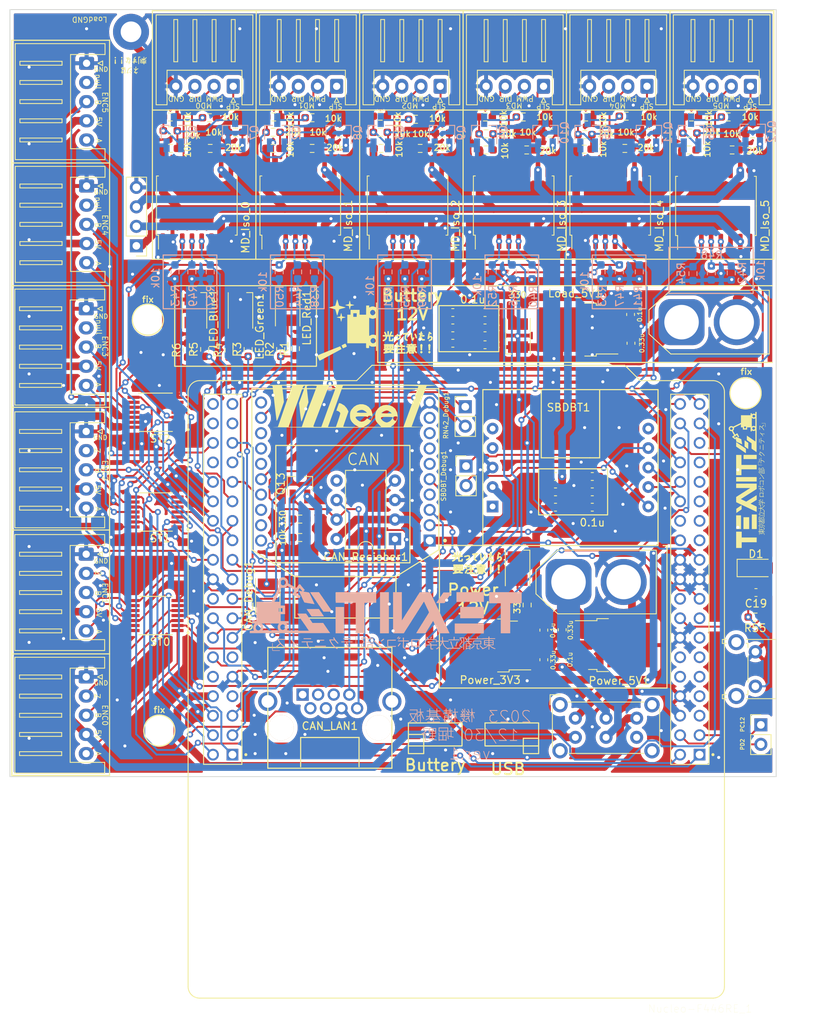
<source format=kicad_pcb>
(kicad_pcb (version 20211014) (generator pcbnew)
  (layers (0 "F.Cu" signal) (31 "B.Cu" signal) (34 "B.Paste" user) (35 "F.Paste" user) (36 "B.SilkS" user "B.Silkscreen") (37 "F.SilkS" user "F.Silkscreen") (38 "B.Mask" user) (39 "F.Mask" user) (44 "Edge.Cuts" user))
  (net 0 "")
  (net 1 "Power_12V")
  (net 2 "GND")
  (net 3 "Load_12V")
  (net 4 "Power_5V")
  (net 5 "Load_5V")
  (net 6 "Power_3V3")
  (net 7 "Net-(C19-Pad1)")
  (net 8 "CAN_TD")
  (net 9 "CAN_RD")
  (net 11 "CAN_L")
  (net 12 "CAN_H")
  (net 13 "VE1")
  (net 14 "Net-(LED_Blue1-Pad1)")
  (net 15 "Net-(LED_Green1-Pad1)")
  (net 16 "Net-(LED_Red1-Pad1)")
  (net 17 "Motor_Iso_SLP_0")
  (net 18 "Moter_Iso_PWM_0")
  (net 19 "Moter_Iso_DIR_0")
  (net 20 "Motor_Iso_SLP_1")
  (net 21 "Moter_Iso_PWM_1")
  (net 22 "Moter_Iso_DIR_1")
  (net 23 "Motor_Iso_SLP_2")
  (net 24 "Moter_Iso_PWM_2")
  (net 25 "Moter_Iso_DIR_2")
  (net 26 "Motor_Iso_SLP_3")
  (net 27 "Moter_Iso_PWM_3")
  (net 28 "Moter_Iso_DIR_3")
  (net 29 "Motor_Iso_SLP_4")
  (net 30 "Moter_Iso_PWM_4")
  (net 31 "Moter_Iso_DIR_4")
  (net 32 "Motor_Iso_SLP_5")
  (net 33 "Moter_Iso_PWM_5")
  (net 34 "Moter_Iso_DIR_5")
  (net 35 "Moter_Signal_DIR_0")
  (net 36 "Moter_Signal_PWM_0")
  (net 37 "Moter_Signal_SLP")
  (net 40 "Moter_Signal_DIR_1")
  (net 41 "Moter_Signal_PWM_1")
  (net 44 "Moter_Signal_DIR_2")
  (net 45 "Moter_Signal_PWM_2")
  (net 48 "Moter_Signal_DIR_3")
  (net 49 "Moter_Signal_PWM_3")
  (net 52 "Moter_Signal_DIR_4")
  (net 53 "Moter_Signal_PWM_4")
  (net 56 "Moter_Signal_DIR_5")
  (net 57 "Moter_Signal_PWM_5")
  (net 58 "PC12")
  (net 61 "Net-(Q1-Pad1)")
  (net 62 "Net-(Q1-Pad3)")
  (net 63 "Net-(Q2-Pad1)")
  (net 64 "Net-(Q2-Pad3)")
  (net 65 "Net-(Q3-Pad1)")
  (net 66 "Net-(Q3-Pad3)")
  (net 67 "Net-(Q4-Pad1)")
  (net 68 "Net-(Q4-Pad3)")
  (net 69 "Net-(Q5-Pad1)")
  (net 70 "Net-(Q5-Pad3)")
  (net 71 "Net-(Q6-Pad1)")
  (net 72 "Net-(Q6-Pad3)")
  (net 73 "Net-(Q7-Pad1)")
  (net 74 "Net-(Q7-Pad3)")
  (net 75 "Net-(Q8-Pad1)")
  (net 76 "Net-(Q8-Pad3)")
  (net 77 "Net-(Q9-Pad1)")
  (net 78 "Net-(Q9-Pad3)")
  (net 79 "Net-(Q10-Pad1)")
  (net 80 "Net-(Q10-Pad3)")
  (net 81 "Net-(Q11-Pad1)")
  (net 82 "Net-(Q11-Pad3)")
  (net 83 "Net-(Q12-Pad1)")
  (net 84 "Net-(Q12-Pad3)")
  (net 85 "LED_R")
  (net 86 "LED_G")
  (net 87 "LED_B")
  (net 88 "Motor_SLP_0")
  (net 89 "Net-(D1-Pad1)")
  (net 90 "ENC0_X")
  (net 91 "ENC0_Y")
  (net 92 "ENC0_Z")
  (net 93 "ENC1_X")
  (net 94 "ENC1_Y")
  (net 95 "ENC1_Z")
  (net 96 "ENC2_X")
  (net 97 "ENC2_Y")
  (net 99 "ENC3_X")
  (net 100 "ENC3_Y")
  (net 102 "Buttery5V")
  (net 103 "USB5V")
  (net 104 "stm_Power")
  (net 106 "Load_GND")
  (net 107 "VE2")
  (net 108 "PD2")
  (net 117 "stm5V")
  (net 135 "Net-(ENC_conn_0-Pad2)")
  (net 136 "Net-(ENC_conn_0-Pad3)")
  (net 137 "Net-(ENC_conn_0-Pad5)")
  (net 138 "Net-(ENC_conn_1-Pad5)")
  (net 140 "Net-(ENC_conn_2-Pad3)")
  (net 142 "Net-(ENC_conn_3-Pad3)")
  (net 143 "Net-(ENC_conn_3-Pad5)")
  (net 144 "RN42_TX")
  (net 145 "RN42_RX")
  (net 146 "RN42_RESET")
  (net 147 "Net-(RN42-Pad12)")
  (net 148 "Net-(RN42-Pad16)")
  (net 149 "BT_RX")
  (net 150 "BT_TX")
  (net 152 "Net-(CAN_Debug1-Pad1)")
  (net 169 "Net-(ENC_conn_4-Pad3)")
  (net 170 "Net-(ENC_conn_4-Pad5)")
  (net 172 "Net-(ENC_conn_5-Pad3)")
  (net 173 "Net-(ENC_conn_5-Pad5)")
  (net 174 "Net-(Load_Debug1-Pad1)")
  (net 175 "Net-(Power_Debug1-Pad1)")
  (net 180 "Net-(SBDBT1-Pad6)")
  (net 181 "Net-(SBDBT1-Pad9)")
  (net 183 "ENC4_X")
  (net 184 "ENC4_Y")
  (net 186 "ENC5_X")
  (net 187 "ENC5_Y")
  (net 189 "Motor_SLP_1")
  (net 190 "Motor_SLP_2")
  (net 191 "Motor_SLP_3")
  (net 192 "Motor_SLP_4")
  (net 193 "Motor_SLP_5")
  (net 195 "Net-(ENC_conn_1-Pad2)")
  (net 196 "Net-(ENC_conn_1-Pad3)")
  (net 197 "Net-(ENC_conn_2-Pad5)")
  (net 198 "Net-(Q13-Pad3)")
  (footprint "MountingHole:MountingHole_3.2mm_M3" (layer "F.Cu") (at 68 100.5)
    (fp_text reference "REF**" hide)
    (fp_text value "MountingHole_3.2mm_M3")
  )
  (footprint "Resistor_SMD:R_0603_1608Metric_Pad0.98x0.95mm_HandSolder" (layer "F.Cu") (at 146.94 76.2 180)
    (fp_text reference "R60" hide)
    (fp_text value "10k")
  )
  (footprint "Connector_PinHeader_2.54mm:PinHeader_1x02_P2.54mm_Vertical" (layer "F.Cu") (at 148 153.25)
    (fp_text reference "Reminder1" hide)
    (fp_text value "Conn_01x02_Male")
  )
  (footprint "myfootprint:RJ45_43860-0004" (layer "F.Cu") (at 98.1 153.625 180)
    (fp_text reference "CAN_LAN1")
    (fp_text value "RJ45")
  )
  (footprint "Resistor_SMD:R_0603_1608Metric_Pad0.98x0.95mm_HandSolder" (layer "F.Cu") (at 116.25 98.5 180)
    (fp_text reference "R57" hide)
    (fp_text value "330")
  )
  (footprint "Resistor_SMD:R_0603_1608Metric_Pad0.98x0.95mm_HandSolder" (layer "F.Cu") (at 70.94 78.1 180)
    (fp_text reference "R26" hide)
    (fp_text value "10k")
  )
  (footprint "Connector_JST:JST_XH_S5B-XH-A_1x05_P2.50mm_Horizontal" (layer "F.Cu") (at 60 67 -90)
    (fp_text reference "ENC_conn_5" hide)
    (fp_text value "Conn_01x05_Female")
  )
  (footprint "Capacitor_SMD:C_0603_1608Metric_Pad1.08x0.95mm_HandSolder" (layer "F.Cu") (at 131.05 103.5 90)
    (fp_text reference "C2" hide)
    (fp_text value "0.33u")
  )
  (footprint "Package_SO:SOIC-16W_7.5x10.3mm_P1.27mm" (layer "F.Cu") (at 128.34 85.55 90)
    (fp_text reference "MD_Iso_4")
    (fp_text value "ADuM1401xRW")
  )
  (footprint "SN74HC14PWR:SOP65P640X120-14N" (layer "F.Cu") (at 69 125.5 180)
    (fp_text reference "ST1")
    (fp_text value "SN74HC14PWR")
  )
  (footprint "Connector_PinHeader_2.54mm:PinHeader_1x04_P2.54mm_Vertical" (layer "F.Cu") (at 66.5 90.8 180)
    (fp_text reference "Diso_Debug1" hide)
    (fp_text value "Conn_01x04_Male")
  )
  (footprint "Resistor_SMD:R_0603_1608Metric_Pad0.98x0.95mm_HandSolder" (layer "F.Cu") (at 87.85 128.825 180)
    (fp_text reference "R59" hide)
    (fp_text value "10k")
  )
  (footprint "Resistor_SMD:R_0603_1608Metric_Pad0.98x0.95mm_HandSolder" (layer "F.Cu") (at 120.54 76.1 180)
    (fp_text reference "R35" hide)
    (fp_text value "10k")
  )
  (footprint "Resistor_SMD:R_0603_1608Metric_Pad0.98x0.95mm_HandSolder" (layer "F.Cu") (at 76.04 74.1 180)
    (fp_text reference "R7" hide)
    (fp_text value "10k")
  )
  (footprint "Resistor_SMD:R_0603_1608Metric_Pad0.98x0.95mm_HandSolder" (layer "F.Cu") (at 84.34 78.1 180)
    (fp_text reference "R27" hide)
    (fp_text value "10k")
  )
  (footprint "Package_TO_SOT_SMD:TO-252-3_TabPin2" (layer "F.Cu") (at 124.05 101.72 180)
    (fp_text reference "Load_5V1")
    (fp_text value "L7805")
  )
  (footprint "Resistor_SMD:R_0603_1608Metric_Pad0.98x0.95mm_HandSolder" (layer "F.Cu") (at 143.75 74 180)
    (fp_text reference "R12" hide)
    (fp_text value "10k")
  )
  (footprint "Capacitor_SMD:C_0603_1608Metric_Pad1.08x0.95mm_HandSolder" (layer "F.Cu") (at 122.075 140.85 -90)
    (fp_text reference "C1" hide)
    (fp_text value "0.33u")
  )
  (footprint "Connector_JST:JST_XH_S4B-XH-A_1x04_P2.50mm_Horizontal" (layer "F.Cu") (at 119.64 70 180)
    (fp_text reference "MD_conn_3" hide)
    (fp_text value "Conn_01x04_Female")
  )
  (footprint "Resistor_SMD:R_0603_1608Metric_Pad0.98x0.95mm_HandSolder" (layer "F.Cu") (at 84.34 76 180)
    (fp_text reference "R15" hide)
    (fp_text value "20k")
  )
  (footprint "Button_Switch_THT:SW_Tactile_SPST_Angled_PTS645Vx39-2LFS" (layer "F.Cu") (at 147.2875 143.725 -90)
    (fp_text reference "SW2" hide)
    (fp_text value "SW_MEC_5G")
  )
  (footprint "Resistor_SMD:R_0603_1608Metric_Pad0.98x0.95mm_HandSolder" (layer "F.Cu") (at 138.94 74)
    (fp_text reference "R24" hide)
    (fp_text value "10k")
  )
  (footprint "Resistor_SMD:R_0603_1608Metric_Pad0.98x0.95mm_HandSolder" (layer "F.Cu") (at 75.4125 104.3 90)
    (fp_text reference "R5")
    (fp_text value "R")
  )
  (footprint "Resistor_SMD:R_0603_1608Metric_Pad0.98x0.95mm_HandSolder" (layer "F.Cu") (at 89.44 74.1 180)
    (fp_text reference "R8" hide)
    (fp_text value "10k")
  )
  (footprint "Resistor_SMD:R_0603_1608Metric_Pad0.98x0.95mm_HandSolder" (layer "F.Cu") (at 98.44 78.1)
    (fp_text reference "R28" hide)
    (fp_text value "10k")
  )
  (footprint "LED_SMD:LED_PLCC-2_3.4x3.0mm_AK" (layer "F.Cu") (at 74.0875 99.3 -90)
    (fp_text reference "LED_Blue1")
    (fp_text value "CQY99")
  )
  (footprint "Package_SO:SOIC-16W_7.5x10.3mm_P1.27mm" (layer "F.Cu") (at 87.89 85.55 90)
    (fp_text reference "MD_Iso_1")
    (fp_text value "ADuM1401xRW")
  )
  (footprint "Resistor_SMD:R_0603_1608Metric_Pad0.98x0.95mm_HandSolder" (layer "F.Cu") (at 79.44 76 180)
    (fp_text reference "R25" hide)
    (fp_text value "10k")
  )
  (footprint "Resistor_SMD:R_0603_1608Metric_Pad0.98x0.95mm_HandSolder" (layer "F.Cu") (at 89.44 78.1 180)
    (fp_text reference "R61" hide)
    (fp_text value "20k")
  )
  (footprint "Capacitor_SMD:C_0603_1608Metric_Pad1.08x0.95mm_HandSolder" (layer "F.Cu") (at 107.8 101.5)
    (fp_text reference "C8" hide)
    (fp_text value "0.1u")
  )
  (footprint "Resistor_SMD:R_0603_1608Metric_Pad0.98x0.95mm_HandSolder" (layer "F.Cu") (at 76.14 78.1 180)
    (fp_text reference "R31" hide)
    (fp_text value "20k")
  )
  (footprint "Connector_PinHeader_2.54mm:PinHeader_1x02_P2.54mm_Vertical" (layer "F.Cu") (at 109.425 111.775)
    (fp_text reference "RN42_Debug1")
    (fp_text value "Conn_01x02_Male")
  )
  (footprint "Connector_JST:JST_XH_S4B-XH-A_1x04_P2.50mm_Horizontal" (layer "F.Cu") (at 92.64 70 180)
    (fp_text reference "MD_conn_1" hide)
    (fp_text value "Conn_01x04_Female")
  )
  (footprint "Connector_JST:JST_XH_S4B-XH-A_1x04_P2.50mm_Horizontal" (layer "F.Cu") (at 106.14 70 180)
    (fp_text reference "MD_conn_2" hide)
    (fp_text value "Conn_01x04_Female")
  )
  (footprint "Capacitor_SMD:C_0603_1608Metric_Pad1.08x0.95mm_HandSolder" (layer "F.Cu") (at 112 103.7)
    (fp_text reference "C12" hide)
    (fp_text value "0.1u")
  )
  (footprint "Capacitor_SMD:C_0603_1608Metric_Pad1.08x0.95mm_HandSolder" (layer "F.Cu") (at 121.2 124.875)
    (fp_text reference "C15" hide)
    (fp_text value "0.1u")
  )
  (footprint "Resistor_SMD:R_0603_1608Metric_Pad0.98x0.95mm_HandSolder" (layer "F.Cu") (at 124.94 78.2 180)
    (fp_text reference "R30" hide)
    (fp_text value "10k")
  )
  (footprint "Resistor_SMD:R_0603_1608Metric_Pad0.98x0.95mm_HandSolder" (layer "F.Cu") (at 103.54 78.1 180)
    (fp_text reference "R62" hide)
    (fp_text value "20k")
  )
  (footprint "Connector_PinHeader_2.54mm:PinHeader_1x02_P2.54mm_Vertical" (layer "F.Cu") (at 109.525 119.515)
    (fp_text reference "SBDBT_Debug1")
    (fp_text value "Conn_01x02_Male")
  )
  (footprint "Resistor_SMD:R_0603_1608Metric_Pad0.98x0.95mm_HandSolder" (layer "F.Cu") (at 138.74 76.1 180)
    (fp_text reference "R23" hide)
    (fp_text value "20k")
  )
  (footprint "Capacitor_SMD:C_0603_1608Metric_Pad1.08x0.95mm_HandSolder" (layer "F.Cu") (at 126 120.875 180)
    (fp_text reference "C16" hide)
    (fp_text value "0.1u")
  )
  (footprint "Resistor_SMD:R_0603_1608Metric_Pad0.98x0.95mm_HandSolder" (layer "F.Cu") (at 117.44 78.3 180)
    (fp_text reference "R63" hide)
    (fp_text value "20k")
  )
  (footprint "Resistor_SMD:R_0603_1608Metric_Pad0.98x0.95mm_HandSolder" (layer "F.Cu") (at 125.04 76.3 180)
    (fp_text reference "R21" hide)
    (fp_text value "20k")
  )
  (footprint "Resistor_SMD:R_0603_1608Metric_Pad0.98x0.95mm_HandSolder" (layer "F.Cu") (at 112.14 76.2 180)
    (fp_text reference "R19" hide)
    (fp_text value "20k")
  )
  (footprint "Resistor_SMD:R_0603_1608Metric_Pad0.98x0.95mm_HandSolder" (layer "F.Cu") (at 93.04 76.1 180)
    (fp_text reference "R33" hide)
    (fp_text value "10k")
  )
  (footprint "Resistor_SMD:R_0603_1608Metric_Pad0.98x0.95mm_HandSolder" (layer "F.Cu") (at 138.64 78.3 180)
    (fp_text reference "R32" hide)
    (fp_text value "10k")
  )
  (footprint "Connector_AMASS:AMASS_XT60-F_1x02_P7.20mm_Vertical" (layer "F.Cu") (at 137.65 100.75)
    (fp_text reference "Load1" hide)
    (fp_text value "Conn_01x02_Female")
  )
  (footprint "Capacitor_SMD:C_0603_1608Metric_Pad1.08x0.95mm_HandSolder" (layer "F.Cu") (at 126 124.875 180)
    (fp_text reference "C18" hide)
    (fp_text value "0.1u")
  )
  (footprint "Connector_JST:JST_XH_S4B-XH-A_1x04_P2.50mm_Horizontal" (layer "F.Cu") (at 146.64 70 180)
    (fp_text reference "MD_conn_5" hide)
    (fp_text value "Conn_01x04_Female")
  )
  (footprint "Package_SO:SOIC-16W_7.5x10.3mm_P1.27mm" (layer "F.Cu") (at 74.39 85.55 90)
    (fp_text reference "MD_Iso_0")
    (fp_text value "ADuM1401xRW")
  )
  (footprint "Capacitor_SMD:C_0603_1608Metric_Pad1.08x0.95mm_HandSolder" (layer "F.Cu") (at 121.2 122.875)
    (fp_text reference "C14" hide)
    (fp_text value "0.1u")
  )
  (footprint "Resistor_SMD:R_0603_1608Metric_Pad0.98x0.95mm_HandSolder" (layer "F.Cu") (at 98.34 76 180)
    (fp_text reference "R17" hide)
    (fp_text value "20k")
  )
  (footprint "Resistor_SMD:R_0603_1608Metric_Pad0.98x0.95mm_HandSolder" (layer "F.Cu") (at 98.34 73.9)
    (fp_text reference "R18" hide)
    (fp_text value "10k")
  )
  (footprint "Package_TO_SOT_SMD:SC-59_Handsoldering" (layer "F.Cu") (at 87.85 121.825 90)
    (fp_text reference "Q13")
    (fp_text value "2SC1945")
  )
  (footprint "Connector_JST:JST_XH_S5B-XH-A_1x05_P2.50mm_Horizontal" (layer "F.Cu") (at 60 83 -90)
    (fp_text reference "ENC_conn_4" hide)
    (fp_text value "Conn_01x05_Female")
  )
  (footprint "Capacitor_SMD:C_0603_1608Metric_Pad1.08x0.95mm_HandSolder" (layer "F.Cu") (at 107.8 103.5)
    (fp_text reference "C9" hide)
    (fp_text value "0.1u")
  )
  (footprint "Resistor_SMD:R_0603_1608Metric_Pad0.98x0.95mm_HandSolder" (layer "F.Cu") (at 73.175 104.4 90)
    (fp_text reference "R6")
    (fp_text value "10k")
  )
  (footprint "Resistor_SMD:R_0603_1608Metric_Pad0.98x0.95mm_HandSolder" (layer "F.Cu") (at 112.14 78.3 180)
    (fp_text reference "R29" hide)
    (fp_text value "10k")
  )
  (footprint "Capacitor_SMD:C_0603_1608Metric_Pad1.08x0.95mm_HandSolder" (layer "F.Cu") (at 122.075 144.85 90)
    (fp_text reference "C3" hide)
    (fp_text value "0.1u")
  )
  (footprint "Capacitor_SMD:C_0603_1608Metric_Pad1.08x0.95mm_HandSolder" (layer "F.Cu") (at 119.675 144.7625 90)
    (fp_text reference "C5" hide)
    (fp_text value "0.33u")
  )
  (footprint "Resistor_SMD:R_0603_1608Metric_Pad0.98x0.95mm_HandSolder" (layer "F.Cu") (at 117 74 180)
    (fp_text reference "R10" hide)
    (fp_text value "10k")
  )
  (footprint "LED_SMD:LED_PLCC-2_3.4x3.0mm_AK" (layer "F.Cu") (at 83.65 136.425 90)
    (fp_text reference "CAN_Debug1")
    (fp_text value "CQY99")
  )
  (footprint "Package_DIP:DIP-8_W7.62mm" (layer "F.Cu") (at 100.25 129.025 180)
    (fp_text reference "CAN_Recieber1")
    (fp_text value "MCP2561-E-P")
  )
  (footprint "Connector_JST:JST_XH_S5B-XH-A_1x05_P2.50mm_Horizontal" (layer "F.Cu") (at 59.95 147 -90)
    (fp_text reference "ENC_conn_0" hide)
    (fp_text value "Conn_01x05_Female")
  )
  (footprint "Resistor_SMD:R_0603_1608Metric_Pad0.98x0.95mm_HandSolder" (layer "F.Cu") (at 112.04 74)
    (fp_text reference "R20" hide)
    (fp_text value "10k")
  )
  (footprint "LED_SMD:LED_PLCC-2_3.4x3.0mm_AK" (layer "F.Cu") (at 86.25 99 -90)
    (fp_text reference "LED_Red1")
    (fp_text value "CQY99")
  )
  (footprint "Capacitor_SMD:C_0603_1608Metric_Pad1.08x0.95mm_HandSolder" (layer "F.Cu") (at 126 122.875 180)
    (fp_text reference "C17" hide)
    (fp_text value "0.1u")
  )
  (footprint "SN74HC14PWR:SOP65P640X120-14N" (layer "F.Cu") (at 69 139 180)
    (fp_text reference "ST0")
    (fp_text value "SN74HC14PWR")
  )
  (footprint "Resistor_SMD:R_0603_1608Metric_Pad0.98x0.95mm_HandSolder" (layer "F.Cu") (at 84.44 74)
    (fp_text reference "R16" hide)
    (fp_text value "10k")
  )
  (footprint "Resistor_SMD:R_0603_1608Metric_Pad0.98x0.95mm_HandSolder" (layer "F.Cu") (at 81.0875 104.3 90)
    (fp_text reference "R3")
    (fp_text value "330")
  )
  (footprint "Resistor_SMD:R_0603_1608Metric_Pad0.98x0.95mm_HandSolder" (layer "F.Cu") (at 87.25 104.2 90)
    (fp_text reference "R1")
    (fp_text value "330")
  )
  (footprint "MountingHole:MountingHole_2.7mm_M2.5_DIN965_Pad" (layer "F.Cu") (at 65.8 62.9)
    (fp_text reference "REF**" hide)
    (fp_text value "MountingHole_2.7mm_M2.5_DIN965_Pad")
  )
  (footprint "myfootprint:TEXNITIS_rogo_25" (layer "F.Cu") (at 146.2 121.2 90)
    (fp_text reference "G***" hide)
    (fp_text value "LOGO" hide)
  )
  (footprint "Button_Switch_THT:SW_E-Switch_EG2219_DPDT_Angled" (layer "F.Cu") (at 123.7925 152.375)
    (fp_text reference "SW1" hide)
    (fp_text value "SW_Push_DPDT")
  )
  (footprint "Resistor_SMD:R_0603_1608Metric_Pad0.98x0.95mm_HandSolder" (layer "F.Cu") (at 147.2625 139.2 180)
    (fp_text reference "R55")
    (fp_text value "R")
  )
  (footprint "Package_TO_SOT_SMD:TO-252-3_TabPin2" (layer "F.Cu") (at 129.075 142.85)
    (fp_text reference "Power_5V1")
    (fp_text value "L7805")
  )
  (footprint "487701638044713363_Microchip_Technology-RN42XVP-I_RM-MFG:Microchip_Technology-RN42XVP-I_RM-MFG" (layer "F.Cu") (at 93.775 124.375 -90)
    (fp_text reference "RN42")
    (fp_text value "RN42XVP-I_RM-eec")
  )
  (footprint "Resistor_SMD:R_0603_1608Metric_Pad0.98x0.95mm_HandSolder" (layer "F.Cu") (at 117.5 137.625 90)
    (fp_text reference "R56" hide)
    (fp_text value "330")
  )
  (footprint "Capacitor_SMD:C_0603_1608Metric_Pad1.08x0.95mm_HandSolder" (layer "F.Cu") (at 131 99.75 -90)
    (fp_text reference "C4" hide)
    (fp_text value "0.1u")
  )
  (footprint "Connector_JST:JST_XH_S4B-XH-A_1x04_P2.50mm_Horizontal" (layer "F.Cu") (at 133.14 70 180)
    (fp_text reference "MD_conn_4" hide)
    (fp_text value "Conn_01x04_Female")
  )
  (footprint "Capacitor_SMD:C_0603_1608Metric_Pad1.08x0.95mm_HandSolder" (layer "F.Cu") (at 119.675 140.9 -90)
    (fp_text reference "C6" hide)
    (fp_text value "0.1u")
  )
  (footprint "Capacitor_SMD:C_0603_1608Metric_Pad1.08x0.95mm_HandSolder" (layer "F.Cu") (at 112 101.5)
    (fp_text reference "C11" hide)
    (fp_text value "0.1u")
  )
  (footprint "LED_SMD:LED_PLCC-2_3.4x3.0mm_AK" (layer "F.Cu") (at 116.25 132.875 -90)
    (fp_text reference "Power_Debug1" hide)
    (fp_text value "CQY99")
  )
  (footprint "Resistor_SMD:R_0603_1608Metric_Pad0.98x0.95mm_HandSolder" (layer "F.Cu") (at 133.44 76.1 180)
    (fp_text reference "R36" hide)
    (fp_text value "10k")
  )
  (footprint "Resistor_SMD:R_0603_1608Metric_Pad0.98x0.95mm_HandSolder" (layer "F.Cu") (at 130.44 73.9 180)
    (fp_text reference "R11" hide)
    (fp_text value "10k")
  )
  (footprint "Package_TO_SOT_SMD:TO-252-3_TabPin2" (layer "F.Cu") (at 112.675 142.9 180)
    (fp_text reference "Power_3V3")
    (fp_text value "L7805")
  )
  (footprint "Connector_JST:JST_XH_S5B-XH-A_1x05_P2.50mm_Horizontal" (layer "F.Cu") (at 59.95 115 -90)
    (fp_text reference "ENC_conn_2" hide)
    (fp_text value "Conn_01x05_Female")
  )
  (footprint "Resistor_SMD:R_0603_1608Metric_Pad0.98x0.95mm_HandSolder" (layer "F.Cu") (at 70.9275 75.8 180)
    (fp_text reference "R13" hide)
    (fp_text value "20k")
  )
  (footprint "Capacitor_SMD:C_0603_1608Metric_Pad1.08x0.95mm_HandSolder" (layer "F.Cu") (at 107.8 99.5)
    (fp_text reference "C7" hide)
    (fp_text value "0.1u")
  )
  (footprint "Resistor_SMD:R_0603_1608Metric_Pad0.98x0.95mm_HandSolder" (layer "F.Cu") (at 85.3375 104.3 90)
    (fp_text reference "R2")
    (fp_text value "10k")
  )
  (footprint "Package_SO:SOIC-16W_7.5x10.3mm_P1.27mm" (layer "F.Cu") (at 115.74 85.55 90)
    (fp_text reference "MD_Iso_3")
    (fp_text value "ADuM1401xRW")
  )
  (footprint "Connector_JST:JST_XH_S5B-XH-A_1x05_P2.50mm_Horizontal" (layer "F.Cu") (at 59.95 99 -90)
    (fp_text reference "ENC_conn_3" hide)
    (fp_text value "Conn_01x05_Female")
  )
  (footprint "487701742415511602_SBDBT5V:SBDBT5V" (layer "F.Cu") (at 123.15 114.625)
    (fp_text reference "SBDBT1")
    (fp_text value "SBDBT5V-SBDBT5V-2020Main-Main_2021-rescue")
  )
  (footprint "Resistor_SMD:R_0603_1608Metric_Pad0.98x0.95mm_HandSolder" (layer "F.Cu") (at 102.94 74.3 180)
    (fp_text reference "R9" hide)
    (fp_text value "10k")
  )
  (footprint "Resistor_SMD:R_0603_1608Metric_Pad0.98x0.95mm_HandSolder" (layer "F.Cu") (at 106.44 76.1 180)
    (fp_text reference "R34" hide)
    (fp_text value "10k")
  )
  (footprint "Capacitor_SMD:C_0603_1608Metric_Pad1.08x0.95mm_HandSolder" (layer "F.Cu") (at 147.3625 136 180)
    (fp_text reference "C19")
    (fp_text value "C")
  )
  (footprint "Package_SO:SOIC-16W_7.5x10.3mm_P1.27mm" (layer "F.Cu") (at 142.14 85.6 90)
    (fp_text reference "MD_Iso_5")
    (fp_text value "ADuM1401xRW")
  )
  (footprint "LED_SMD:LED_PLCC-2_3.4x3.0mm_AK" (layer "F.Cu") (at 80.0875 99.3 -90)
    (fp_text reference "LED_Green1")
    (fp_text value "CQY99")
  )
  (footprint "Package_SO:SOIC-16W_7.5x10.3mm_P1.27mm" (layer "F.Cu") (at 101.89 85.55 90)
    (fp_text reference "MD_Iso_2")
    (fp_text value "ADuM1401xRW")
  )
  (footprint "myfootprint:simple_rogo_1" (layer "F.Cu") (at 97.409572 99.4 90)
    (fp_text reference "G***" hide)
    (fp_text value "LOGO" hide)
  )
  (footprint "Connector_JST:JST_XH_S5B-XH-A_1x05_P2.50mm_Horizontal" (layer "F.Cu") (at 59.95 131 -90)
    (fp_text reference "ENC_conn_1" hide)
    (fp_text value "Conn_01x05_Female")
  )
  (footprint "Diode_SMD:D_1206_3216Metric_Pad1.42x1.75mm_HandSolder" (layer "F.Cu") (at 147.3625 132.8)
    (fp_text reference "D1")
    (fp_text value "D")
  )
  (footprint "Resistor_SMD:R_0603_1608Metric_Pad0.98x0.95mm_HandSolder" (layer "F.Cu") (at 78.5875 104.4 90)
    (fp_text reference "R4")
    (fp_text value "10k")
  )
  (footprint "SN74HC14PWR:SOP65P640X120-14N" (layer "F.Cu") (at 69 112.5 180)
    (fp_text reference "ST2")
    (fp_text value "SN74HC14PWR")
  )
  (footprint "Connector_JST:JST_XH_S4B-XH-A_1x04_P2.50mm_Horizontal" (layer "F.Cu") (at 79.14 70 180)
    (fp_text reference "MD_conn_0" hide)
    (fp_text value "Conn_01x04_Female")
  )
  (footprint "Capacitor_SMD:C_0603_1608Metric_Pad1.08x0.95mm_HandSolder" (layer "F.Cu") (at 112 99.5)
    (fp_text reference "C10" hide)
    (fp_text value "0.1u")
  )
  (footprint "MountingHole:MountingHole_3.2mm_M3" (layer "F.Cu") (at 146 110)
    (fp_text reference "REF**" hide)
    (fp_text value "MountingHole_3.2mm_M3")
  )
  (footprint "Connector_AMASS:AMASS_XT60-F_1x02_P7.20mm_Vertical" (layer "F.Cu") (at 122.9 134.625)
    (fp_text reference "Power1" hide)
    (fp_text value "Conn_01x02_Female")
  )
  (footprint "MountingHole:MountingHole_3.2mm_M3" (layer "F.Cu") (at 69.5 154)
    (fp_text reference "REF**" hide)
    (fp_text value "MountingHole_3.2mm_M3")
  )
  (footprint "Capacitor_SMD:C_0603_1608Metric_Pad1.08x0.95mm_HandSolder" (layer "F.Cu") (at 121.2 120.875)
    (fp_text reference "C13" hide)
    (fp_text value "0.1u")
  )
  (footprint "LED_SMD:LED_PLCC-2_3.4x3.0mm_AK" (layer "F.Cu") (at 116.3 102.5 90)
    (fp_text reference "Load_Debug1" hide)
    (fp_text value "CQY99")
  )
  (footprint "Resistor_SMD:R_0603_1608Metric_Pad0.98x0.95mm_HandSolder" (layer "F.Cu") (at 144.25 78.3 180)
    (fp_text reference "R65" hide)
    (fp_text value "20k")
  )
  (footprint "Resistor_SMD:R_0603_1608Metric_Pad0.98x0.95mm_HandSolder" (layer "F.Cu") (at 70.94 74)
    (fp_text reference "R14" hide)
    (fp_text value "10k")
  )
  (footprint "Resistor_SMD:R_0603_1608Metric_Pad0.98x0.95mm_HandSolder" (layer "F.Cu") (at 130.25 78.1 180)
    (fp_text reference "R64" hide)
    (fp_text value "20k")
  )
  (footprint "Resistor_SMD:R_0603_1608Metric_Pad0.98x0.95mm_HandSolder" (layer "F.Cu") (at 125.14 74)
    (fp_text reference "R22" hide)
    (fp_text value "10k")
  )
  (footprint "myfootprint:wheel_rogo_25" (layer "F.Cu") (at 94.8 111.8)
    (fp_text reference "G***" hide)
    (fp_text value "LOGO" hide)
  )
  (footprint "Resistor_SMD:R_0603_1608Metric_Pad0.98x0.95mm_HandSolder" (layer "F.Cu") (at 87.85 126.425 180)
    (fp_text reference "R58" hide)
    (fp_text value "330")
  )
  (footprint "475679941301370898_MODULE_NUCLEO-F446RE:MODULE_NUCLEO-F446RE" (layer "F.Cu") (at 108.25 147.625 180)
    (fp_text reference "Nucleo-F446RE_1")
    (fp_text value "NUCLEO-F446RE-Nucleo")
  )
  (footprint "Resistor_SMD:R_0603_1608Metric_Pad0.98x0.95mm_HandSolder" (layer "B.Cu") (at 141.54 94.3375 90)
    (fp_text reference "R48")
    (fp_text value "10k")
  )
  (footprint "Resistor_SMD:R_0603_1608Metric_Pad0.98x0.95mm_HandSolder" (layer "B.Cu") (at 129.54 94.2 90)
    (fp_text reference "R47")
    (fp_text value "10k")
  )
  (footprint "Package_TO_SOT_SMD:SC-59_Handsoldering" (layer "B.Cu") (at 106.39 76.05 90)
    (fp_text reference "Q9")
    (fp_text value "2SC1945")
  )
  (footprint "Resistor_SMD:R_0603_1608Metric_Pad0.98x0.95mm_HandSolder" (layer "B.Cu") (at 85.14 94.2 90)
    (fp_text reference "R50")
    (fp_text value "10k")
  )
  (footprint "Resistor_SMD:R_0603_1608Metric_Pad0.98x0.95mm_HandSolder" (layer "B.Cu") (at 127.14 94.2 90)
    (fp_text reference "R53")
    (fp_text value "10k")
  )
  (footprint "Resistor_SMD:R_0603_1608Metric_Pad0.98x0.95mm_HandSolder" (layer "B.Cu") (at 87.54 94.2 90)
    (fp_text reference "R44")
    (fp_text value "10k")
  )
  (footprint "Package_TO_SOT_SMD:SC-59_Handsoldering" (layer "B.Cu") (at 92.89 76.05 90)
    (fp_text reference "Q8")
    (fp_text value "2SC1945")
  )
  (footprint "Package_TO_SOT_SMD:SC-59_Handsoldering" (layer "B.Cu") (at 111.89 76.05 90)
    (fp_text reference "Q4")
    (fp_text value "2SC1945")
  )
  (footprint "Resistor_SMD:R_0603_1608Metric_Pad0.98x0.95mm_HandSolder" (layer "B.Cu") (at 132.14 94.2 -90)
    (fp_text reference "R41")
    (fp_text value "10k")
  )
  (footprint "Package_TO_SOT_SMD:SC-59_Handsoldering" (layer "B.Cu") (at 146.94 75.9 90)
    (fp_text reference "Q12")
    (fp_text value "2SC1945")
  )
  (footprint "Package_TO_SOT_SMD:SC-59_Handsoldering" (layer "B.Cu") (at 71.39 76.05 90)
    (fp_text reference "Q1")
    (fp_text value "2SC1945")
  )
  (footprint "Resistor_SMD:R_0603_1608Metric_Pad0.98x0.95mm_HandSolder" (layer "B.Cu") (at 139.14 94.425 90)
    (fp_text reference "R54")
    (fp_text value "10k")
  )
  (footprint "Package_TO_SOT_SMD:SC-59_Handsoldering" (layer "B.Cu") (at 79.39 76.05 90)
    (fp_text reference "Q7")
    (fp_text value "2SC1945")
  )
  (footprint "Package_TO_SOT_SMD:SC-59_Handsoldering" (layer "B.Cu") (at 138.89 76.05 90)
    (fp_text reference "Q6")
    (fp_text value "2SC1945")
  )
  (footprint "Package_TO_SOT_SMD:SC-59_Handsoldering" (layer "B.Cu") (at 98.39 76.05 90)
    (fp_text reference "Q3")
    (fp_text value "2SC1945")
  )
  (footprint "Package_TO_SOT_SMD:SC-59_Handsoldering" (layer "B.Cu") (at 84.89 76.05 90)
    (fp_text reference "Q2")
    (fp_text value "2SC1945")
  )
  (footprint "Resistor_SMD:R_0603_1608Metric_Pad0.98x0.95mm_HandSolder" (layer "B.Cu") (at 101.54 94.2 -90)
    (fp_text reference "R45")
    (fp_text value "10k")
  )
  (footprint "myfootprint:rogo3" (layer "B.Cu") (at 98.8 138.8 180)
    (fp_text reference "G***" hide)
    (fp_text value "LOGO" hide)
  )
  (footprint "Resistor_SMD:R_0603_1608Metric_Pad0.98x0.95mm_HandSolder" (layer "B.Cu") (at 118.14 94.2 -90)
    (fp_text reference "R40")
    (fp_text value "10k")
  )
  (footprint "Resistor_SMD:R_0603_1608Metric_Pad0.98x0.95mm_HandSolder" (layer "B.Cu") (at 89.74 94.2 90)
    (fp_text reference "R38")
    (fp_text value "10k")
  )
  (footprint "Resistor_SMD:R_0603_1608Metric_Pad0.98x0.95mm_HandSolder" (layer "B.Cu") (at 76.14 94.2 90)
    (fp_text reference "R37")
    (fp_text value "10k")
  )
  (footprint "Resistor_SMD:R_0603_1608Metric_Pad0.98x0.95mm_HandSolder" (layer "B.Cu") (at 144.14 94.3375 90)
    (fp_text reference "R42")
    (fp_text value "10k")
  )
  (footprint "Package_TO_SOT_SMD:SC-59_Handsoldering" (layer "B.Cu") (at 119.89 76.05 90)
    (fp_text reference "Q10")
    (fp_text value "2SC1945")
  )
  (footprint "Resistor_SMD:R_0603_1608Metric_Pad0.98x0.95mm_HandSolder" (layer "B.Cu") (at 71.54 94.2 90)
    (fp_text reference "R49")
    (fp_text value "10k")
  )
  (footprint "Resistor_SMD:R_0603_1608Metric_Pad0.98x0.95mm_HandSolder" (layer "B.Cu") (at 115.54 94.2 90)
    (fp_text reference "R46")
    (fp_text value "10k")
  )
  (footprint "Resistor_SMD:R_0603_1608Metric_Pad0.98x0.95mm_HandSolder" (layer "B.Cu") (at 112.94 94.2 90)
    (fp_text reference "R52")
    (fp_text value "10k")
  )
  (footprint "Resistor_SMD:R_0603_1608Metric_Pad0.98x0.95mm_HandSolder" (layer "B.Cu") (at 99.34 94.2 90)
    (fp_text reference "R51")
    (fp_text value "10k")
  )
  (footprint "Resistor_SMD:R_0603_1608Metric_Pad0.98x0.95mm_HandSolder" (layer "B.Cu") (at 103.74 94.2 -90)
    (fp_text reference "R39")
    (fp_text value "10k")
  )
  (footprint "Package_TO_SOT_SMD:SC-59_Handsoldering" (layer "B.Cu") (at 133.39 76.05 90)
    (fp_text reference "Q11")
    (fp_text value "2SC1945")
  )
  (footprint "Resistor_SMD:R_0603_1608Metric_Pad0.98x0.95mm_HandSolder" (layer "B.Cu") (at 73.74 94.2 -90)
    (fp_text reference "R43")
    (fp_text value "10k")
  )
  (footprint "Package_TO_SOT_SMD:SC-59_Handsoldering" (layer "B.Cu") (at 125.39 76.05 90)
    (fp_text reference "Q5")
    (fp_text value "2SC1945")
  )
  (gr_rect (start 84 99) (end 91 92) (layer "B.SilkS") (width 0.15) (fill none))
  (gr_rect (start 112 99) (end 119 92) (layer "B.SilkS") (width 0.15) (fill none))
  (gr_rect (start 136 97) (end 147 91) (layer "B.SilkS") (width 0.15) (fill none))
  (gr_rect (start 126 99) (end 133 92) (layer "B.SilkS") (width 0.15) (fill none))
  (gr_rect (start 98 99) (end 105 92) (layer "B.SilkS") (width 0.15) (fill none))
  (gr_rect (start 70 99) (end 77 92) (layer "B.SilkS") (width 0.15) (fill none))
  (gr_rect (start 119 119.875) (end 128 125.875) (layer "F.SilkS") (width 0.15) (fill none))
  (gr_line (start 98 106) (end 98 96) (layer "F.SilkS") (width 0.15))
  (gr_line (start 149.5 106) (end 131.5 106) (layer "F.SilkS") (width 0.15))
  (gr_line (start 50.25 127.85) (end 63 127.85) (layer "F.SilkS") (width 0.15))
  (gr_line (start 63 64) (end 50.25 64) (layer "F.SilkS") (width 0.15))
  (gr_rect (start 71.5 96) (end 90 106.5) (layer "F.SilkS") (width 0.15) (fill none))
  (gr_line (start 135.75 130.125) (end 135.75 148.45) (layer "F.SilkS") (width 0.15))
  (gr_line (start 50.25 159.85) (end 50.25 64) (layer "F.SilkS") (width 0.15))
  (gr_line (start 136.14 60.2) (end 136.14 92.55) (layer "F.SilkS") (width 0.15))
  (gr_line (start 63 64) (end 63 159.85) (layer "F.SilkS") (width 0.15))
  (gr_line (start 106.05 147.225) (end 106.05 148.45) (layer "F.SilkS") (width 0.15))
  (gr_line (start 68.59 60.15) (end 68.59 92.55) (layer "F.SilkS") (width 0.15))
  (gr_line (start 50.3 144) (end 63 144) (layer "F.SilkS") (width 0.15))
  (gr_rect (start 106 98.6) (end 113.8 104.6) (layer "F.SilkS") (width 0.15) (fill none))
  (gr_line (start 149.69 92.55) (end 149.69 60.15) (layer "F.SilkS") (width 0.15))
  (gr_rect (start 117 155) (end 119 157) (layer "F.SilkS") (width 0.15) (fill none))
  (gr_rect (start 102 153) (end 109 156) (layer "F.SilkS") (width 0.15) (fill none))
  (gr_line (start 106.05 148.45) (end 135.75 148.45) (layer "F.SilkS") (width 0.15))
  (gr_line (start 95.64 60.15) (end 95.64 92.55) (layer "F.SilkS") (width 0.15))
  (gr_rect (start 102 154.5) (end 104 157) (layer "F.SilkS") (width 0.15) (fill none))
  (gr_circle (center 146 110.024845) (end 145.3 108.124845) (layer "F.SilkS") (width 0.15) (fill none))
  (gr_line (start 98 96) (end 149.5 96) (layer "F.SilkS") (width 0.15))
  (gr_rect (start 102.2 132.125) (end 84.7 116.825) (layer "F.SilkS") (width 0.15) (fill none))
  (gr_line (start 50.25 96) (end 63 96) (layer "F.SilkS") (width 0.15))
  (gr_rect (start 112 153) (end 119 156) (layer "F.SilkS") (width 0.15) (fill none))
  (gr_line (start 149.69 60.15) (end 68.59 60.15) (layer "F.SilkS") (width 0.15))
  (gr_line (start 122.64 60.15) (end 122.59 92.55) (layer "F.SilkS") (width 0.15))
  (gr_line (start 109.14 60.15) (end 109.14 92.55) (layer "F.SilkS") (width 0.15))
  (gr_line (start 135.75 129.875) (end 135.25 129.875) (layer "F.SilkS") (width 0.15))
  (gr_line (start 68.59 92.55) (end 149.69 92.55) (layer "F.SilkS") (width 0.15))
  (gr_line (start 112.25 129.865) (end 106.05 129.865) (layer "F.SilkS") (width 0.15))
  (gr_line (start 50.25 111.85) (end 63 111.85) (layer "F.SilkS") (width 0.15))
  (gr_circle (center 69.5 154) (end 68.8 152.1) (layer "F.SilkS") (width 0.15) (fill none))
  (gr_line (start 106.05 129.865) (end 106.05 147.225) (layer "F.SilkS") (width 0.15))
  (gr_circle (center 68 100.424845) (end 67.3 98.524845) (layer "F.SilkS") (width 0.15) (fill none))
  (gr_line (start 68.59 73.1) (end 149.69 73.1) (layer "F.SilkS") (width 0.15))
  (gr_line (start 131.5 106) (end 98 106) (layer "F.SilkS") (width 0.15))
  (gr_line (start 63 159.85) (end 50.25 159.85) (layer "F.SilkS") (width 0.15))
  (gr_line (start 82.14 60.2) (end 82.09 92.55) (layer "F.SilkS") (width 0.15))
  (gr_line (start 50.25 80) (end 63 80) (layer "F.SilkS") (width 0.15))
  (gr_line (start 135.75 130.125) (end 135.75 129.875) (layer "F.SilkS") (width 0.15))
  (gr_line (start 150 160) (end 50 160) (layer "Edge.Cuts") (width 0.1))
  (gr_line (start 150 60) (end 150 160) (layer "Edge.Cuts") (width 0.1))
  (gr_line (start 50 60) (end 150 60) (layer "Edge.Cuts") (width 0.1))
  (gr_line (start 50 160) (end 50 60) (layer "Edge.Cuts") (width 0.1))
  (gr_text "10k" (at 148 94 90) (layer "B.SilkS") (effects (font (size 1 1)) (justify mirror)))
  (gr_text "10k" (at 83 95.5 90) (layer "B.SilkS") (effects (font (size 1 1)) (justify mirror)))
  (gr_text "10k" (at 69 95 90) (layer "B.SilkS") (effects (font (size 1 1)) (justify mirror)))
  (gr_text "10k" (at 125 95.5 90) (layer "B.SilkS") (effects (font (size 1 1)) (justify mirror)))
  (gr_text "10k" (at 97 96 90) (layer "B.SilkS") (effects (font (size 1 1)) (justify mirror)))
  (gr_text "10k" (at 111 96 90) (layer "B.SilkS") (effects (font (size 1 1)) (justify mirror)))
  (gr_text "2023　機構基板\n12/30 堀野\nver.1" (at 110 154.6) (layer "B.SilkS") (effects (font (size 1.5 1.5) (thickness 0.1)) (justify mirror)))
  (gr_text "PC12" (at 145.6 153.2 90) (layer "F.SilkS") (effects (font (size 0.5 0.5) (thickness 0.1))))
  (gr_text "Z" (at 61.5 133.5 270) (layer "F.SilkS") (effects (font (size 0.7 0.7) (thickness 0.1))))
  (gr_text "B" (at 61.5 88.1 270) (layer "F.SilkS") (effects (font (size 0.7 0.7) (thickness 0.1))))
  (gr_text "SLP" (at 146.6 72.6 180) (layer "F.SilkS") (effects (font (size 0.65 0.65) (thickness 0.1))))
  (gr_text "MD0" (at 75.3 72.5 180) (layer "F.SilkS") (effects (font (size 0.7 0.7) (thickness 0.1))))
  (gr_text "Z" (at 61.4 117.5 270) (layer "F.SilkS") (effects (font (size 0.7 0.7) (thickness 0.1))))
  (gr_text "ENC5" (at 62.4 72.1 270) (layer "F.SilkS") (effects (font (size 0.7 0.7) (thickness 0.1))))
  (gr_text "ENC2" (at 62.4 120.1 270) (layer "F.SilkS") (effects (font (size 0.7 0.7) (thickness 0.1))))
  (gr_text "Z" (at 61.4 149.5 270) (layer "F.SilkS") (effects (font (size 0.7 0.7) (thickness 0.1))))
  (gr_text "A" (at 61.5 157 270) (layer "F.SilkS") (effects (font (size 0.7 0.7) (thickness 0.1))))
  (gr_text "GND" (at 61.8 115.8) (layer "F.SilkS") (effects (font (size 0.6 0.6) (thickness 0.1))))
  (gr_text "null" (at 61.5 85.4 270) (layer "F.SilkS") (effects (font (size 0.7 0.7) (thickness 0.1))))
  (gr_text "B" (at 61.5 136.1 270) (layer "F.SilkS") (effects (font (size 0.7 0.7) (thickness 0.1))))
  (gr_text "SLP" (at 79.1 72.6 180) (layer "F.SilkS") (effects (font (size 0.65 0.65) (thickness 0.1))))
  (gr_text "PWM" (at 103.6 71.6 180) (layer "F.SilkS") (effects (font (size 0.7 0.7) (thickness 0.1))))
  (gr_text "ENC1" (at 62.4 136.1 270) (layer "F.SilkS") (effects (font (size 0.7 0.7) (thickness 0.1))))
  (gr_text "GND" (at 61.9 67.8) (layer "F.SilkS") (effects (font (size 0.6 0.6) (thickness 0.1))))
  (gr_text "0.1u" (at 126 126.875) (layer "F.SilkS") (effects (font (size 1 1))))
  (gr_text "MD1" (at 88.7 72.5 180) (layer "F.SilkS") (effects (font (size 0.7 0.7) (thickness 0.1))))
  (gr_text "GND" (at 71.7 71.6 180) (layer "F.SilkS") (effects (font (size 0.7 0.7) (thickness 0.1))))
  (gr_text "5V" (at 61.5 122.6 270) (layer "F.SilkS") (effects (font (size 0.7 0.7) (thickness 0.1))))
  (gr_text "GND" (at 112.2 71.6 180) (layer "F.SilkS") (effects (font (size 0.7 0.7) (thickness 0.1))))
  (gr_text "null" (at 61.6 101.4 270) (layer "F.SilkS") (effects (font (size 0.7 0.7) (thickness 0.1))))
  (gr_text "A" (at 61.6 77.1 270) (layer "F.SilkS") (effects (font (size 0.7 0.7) (thickness 0.1))))
  (gr_text "ENC4" (at 62.4 88.1 270) (layer "F.SilkS") (effects (font (size 0.7 0.7) (thickness 0.1))))
  (gr_text "5V" (at 61.5 106.4 270) (layer "F.SilkS") (effects (font (size 0.7 0.7) (thickness 0.1))))
  (gr_text "CAN" (at 96.15 118.625) (layer "F.SilkS") (effects (font (size 1.5 1.5))))
  (gr_text "A" (at 61.6 141.1 270) (layer "F.SilkS") (effects (font (size 0.7 0.7) (thickness 0.1))))
  (gr_text "DIR" (at 114.7 71.6 180) (layer "F.SilkS") (effects (font (size 0.7 0.7) (thickness 0.1))))
  (gr_text "Buttery\n12V" (at 102.5 98.5) (layer "F.SilkS") (effects (font (size 1.5 1.5) (thickness 0.3))))
  (gr_text "光っていたら\n要注意！！" (at 111.05 132.225) (layer "F.SilkS") (effects (font (size 1 1) (thickness 0.2))))
  (gr_text "PWM" (at 117.2 71.6 180) (layer "F.SilkS") (effects (font (size 0.7 0.7) (thickness 0.1))))
  (gr_text "5V" (at 61.6 74.6 270) (layer "F.SilkS") (effects (font (size 0.7 0.7) (thickness 0.1))))
  (gr_text "fix" (at 68 97.8) (layer "F.SilkS") (effects (font (size 0.8 0.8))))
  (gr_text "B" (at 61.5 120.1 270) (layer "F.SilkS") (effects (font (size 0.7 0.7) (thickness 0.1))))
  (gr_text "GND" (at 125.7 71.6 180) (layer "F.SilkS") (effects (font (size 0.7 0.7) (thickness 0.1))))
  (gr_text "Buttery" (at 105.5 158.5) (layer "F.SilkS") (effects (font (size 1.5 1.5) (thickness 0.25))))
  (gr_text "DIR" (at 141.7 71.6 180) (layer "F.SilkS") (effects (font (size 0.7 0.7) (thickness 0.1))))
  (gr_text "GND" (at 139.2 71.6 180) (layer "F.SilkS") (effects (font (size 0.7 0.7) (thickness 0.1))))
  (gr_text "5V" (at 61.6 138.6 270) (layer "F.SilkS") (effects (font (size 0.7 0.7) (thickness 0.1))))
  (gr_text "MD2" (at 102.2 72.5 180) (layer "F.SilkS") (effects (font (size 0.7 0.7) (thickness 0.1))))
  (gr_text "5V" (at 61.5 90.6 270) (layer "F.SilkS") (effects (font (size 0.7 0.7) (thickness 0.1))))
  (gr_text "GND" (at 98.6 71.6 180) (layer "F.SilkS") (effects (font (size 0.7 0.7) (thickness 0.1))))
  (gr_text "SLP" (at 106 72.6 180) (layer "F.SilkS") (effects (font (size 0.65 0.65) (thickness 0.1))))
  (gr_text "SLP" (at 119.6 72.6 180) (layer "F.SilkS") (effects (font (size 0.65 0.65) (thickness 0.1))))
  (gr_text "GND" (at 61.9 100) (layer "F.SilkS") (effects (font (size 0.6 0.6) (thickness 0.1))))
  (gr_text "PD2" (at 145.6 155.8 90) (layer "F.SilkS") (effects (font (size 0.5 0.5) (thickness 0.1))))
  (gr_text "LoadGND" (at 60.4 61.3 180) (layer "F.SilkS") (effects (font (size 0.7 0.7) (thickness 0.1))))
  (gr_text "B" (at 61.5 152 270) (layer "F.SilkS") (effects (font (size 0.7 0.7) (thickness 0.1))))
  (gr_text "fix" (at 146.1 107.2) (layer "F.SilkS") (effects (font (size 0.8 0.8))))
  (gr_text "PWM" (at 90.1 71.6 180) (layer "F.SilkS") (effects (font (size 0.7 0.7) (thickness 0.1))))
  (gr_text "null" (at 61.5 69.4 270) (layer "F.SilkS") (effects (font (size 0.7 0.7) (thickness 0.1))))
  (gr_text "ENC0" (at 62.4 152 270) (layer "F.SilkS") (effects (font (size 0.7 0.7) (thickness 0.1))))
  (gr_text "PWM" (at 130.7 71.6 180) (layer "F.SilkS") (effects (font (size 0.7 0.7) (thickness 0.1))))
  (gr_text "GND" (at 61.9 131.9) (layer "F.SilkS") (effects (font (size 0.6 0.6) (thickness 0.1))))
  (gr_text "0.1u" (at 110.4 97.8) (layer "F.SilkS") (effects (font (size 1 1))))
  (gr_text "GND" (at 61.9 83.8) (layer "F.SilkS") (effects (font (size 0.6 0.6) (thickness 0.1))))
  (gr_text "GND" (at 85.1 71.6 180) (layer "F.SilkS") (effects (font (size 0.7 0.7) (thickness 0.1))))
  (gr_text "DIR" (at 128.2 71.6 180) (layer "F.SilkS") (effects (font (size 0.7 0.7) (thickness 0.1))))
  (gr_text "Power\n12V" (at 110.45 136.85) (layer "F.SilkS") (effects (font (size 1.5 1.5) (thickness 0.25))))
  (gr_text "B" (at 61.5 72.1 270) (layer "F.SilkS") (effects (font (size 0.7 0.7) (thickness 0.1))))
  (gr_text "GND" (at 61.9 147.8) (layer "F.SilkS") (effects (font (size 0.6 0.6) (thickness 0.1))))
  (gr_text "ネジは\n刺すな！！" (at 65.6 67.2 180) (layer "F.SilkS") (effects (font (size 0.8 0.8) (thickness 0.1))))
  (gr_text "MD5" (at 142.8 72.5 180) (layer "F.SilkS") (effects (font (size 0.7 0.7) (thickness 0.1))))
  (gr_text "A" (at 61.5 93.1 270) (layer "F.SilkS") (effects (font (size 0.7 0.7) (thickness 0.1))))
  (gr_text "DIR" (at 87.6 71.6 180) (layer "F.SilkS") (effects (font (size 0.7 0.7) (thickness 0.1))))
  (gr_text "B" (at 61.5 103.9 270) (layer "F.SilkS") (effects (font (size 0.7 0.7) (thickness 0.1))))
  (gr_text "USB" (at 115 159) (layer "F.SilkS") (effects (font (size 1.5 1.5) (thickness 0.25))))
  (gr_text "MD4" (at 129.3 72.5 180) (layer "F.SilkS") (effects (font (size 0.7 0.7) (thickness 0.1))))
  (gr_text "光っていたら\n要注意！！" (at 102 103.5) (layer "F.SilkS") (effects (font (size 1 1) (thickness 0.2))))
  (gr_text "ENC3" (at 62.4 103.9 270) (layer "F.SilkS") (effects (font (size 0.7 0.7) (thickness 0.1))))
  (gr_text "5V" (at 61.5 154.5 270) (layer "F.SilkS") (effects (font (size 0.7 0.7) (thickness 0.1))))
  (gr_text "MD3" (at 115.8 72.5 180) (layer "F.SilkS") (effects (font (size 0.7 0.7) (thickness 0.1))))
  (gr_text "PWM" (at 144.2 71.6 180) (layer "F.SilkS") (effects (font (size 0.7 0.7) (thickness 0.1))))
  (gr_text "SLP" (at 92.5 72.6 180) (layer "F.SilkS") (effects (font (size 0.65 0.65) (thickness 0.1))))
  (gr_text "A" (at 61.5 125.1 270) (layer "F.SilkS") (effects (font (size 0.7 0.7) (thickness 0.1))))
  (gr_text "DIR" (at 101.1 71.6 180) (layer "F.SilkS") (effects (font (size 0.7 0.7) (thickness 0.1))))
  (gr_text "fix" (at 69.5 151.3) (layer "F.SilkS") (effects (font (size 0.8 0.8))))
  (gr_text "A" (at 61.5 108.9 270) (layer "F.SilkS") (effects (font (size 0.7 0.7) (thickness 0.1))))
  (gr_text "DIR" (at 74.2 71.6 180) (layer "F.SilkS") (effects (font (size 0.7 0.7) (thickness 0.1))))
  (gr_text "PWM" (at 76.7 71.6 180) (layer "F.SilkS") (effects (font (size 0.7 0.7) (thickness 0.1))))
  (gr_text "SLP" (at 133.1 72.6 180) (layer "F.SilkS") (effects (font (size 0.65 0.65) (thickness 0.1))))
  (segment (start 122.9 139.1625) (end 122.5875 139.475) (width 3) (layer "F.Cu") (net 1))
  (segment (start 124.855 140.55) (end 124.875 140.55) (width 3) (layer "F.Cu") (net 1))
  (segment (start 122.5875 139.475) (end 122.075 139.475) (width 3) (layer "F.Cu") (net 1))
  (segment (start 122.9 134.625) (end 122.9 139.1625) (width 3) (layer "F.Cu") (net 1))
  (segment (start 122.9 138.595) (end 124.855 140.55) (width 3) (layer "F.Cu") (net 1))
  (segment (start 122.9 143.025) (end 129.25 149.375) (width 3) (layer "B.Cu") (net 1))
  (segment (start 129.3425 149.4675) (end 129.25 149.375) (width 1) (layer "B.Cu") (net 1))
  (segment (start 129.3425 153.325) (end 129.3425 149.4675) (width 1) (layer "B.Cu") (net 1))
  (segment (start 122.9 134.625) (end 122.9 143.025) (width 3) (layer "B.Cu") (net 1))
  (segment (start 127.7925 154.875) (end 129.3425 153.325) (width 1) (layer "B.Cu") (net 1))
  (segment (start 101.54 95.1125) (end 103.74 95.1125) (width 0.25) (layer "F.Cu") (net 2))
  (segment (start 66.13 126.8) (end 67.2 126.8) (width 0.25) (layer "F.Cu") (net 2))
  (segment (start 92.335 90.2) (end 92.3 90.2) (width 0.25) (layer "F.Cu") (net 2))
  (segment (start 118.675 142.7625) (end 119.675 141.7625) (width 1) (layer "F.Cu") (net 2))
  (segment (start 74.675 109.325) (end 77.5 106.5) (width 0.25) (layer "F.Cu") (net 2))
  (segment (start 78.835 90.2) (end 78.9 90.2) (width 0.25) (layer "F.Cu") (net 2))
  (segment (start 124.875 142.85) (end 131.175 142.85) (width 1) (layer "F.Cu") (net 2))
  (segment (start 125.165 90.2) (end 125.165 90.165) (width 1) (layer "F.Cu") (net 2))
  (segment (start 131.175 142.85) (end 131.175 135.7) (width 1) (layer "F.Cu") (net 2))
  (segment (start 116.875 142.9) (end 110.575 142.9) (width 1) (layer "F.Cu") (net 2))
  (segment (start 72.875 109.325) (end 74.675 109.325) (width 0.25) (layer "F.Cu") (net 2))
  (segment (start 118.1 95.2) (end 127.0525 95.2) (width 0.25) (layer "F.Cu") (net 2))
  (segment (start 114.434552 94.265448) (end 114.2 94.5) (width 0.25) (layer "F.Cu") (net 2))
  (segment (start 145.8 93.9745) (end 145.8 95.2) (width 0.25) (layer "F.Cu") (net 2))
  (segment (start 122.025 141.7625) (end 122.075 141.7125) (width 1) (layer "F.Cu") (net 2))
  (segment (start 122.075 143.9875) (end 123.2125 142.85) (width 1) (layer "F.Cu") (net 2))
  (segment (start 74.0875 97.8) (end 74.0875 95.46) (width 0.25) (layer "F.Cu") (net 2))
  (segment (start 74 135.8) (end 73.12 135.8) (width 0.25) (layer "F.Cu") (net 2))
  (segment (start 119.675 141.7625) (end 122.025 141.7625) (width 1) (layer "F.Cu") (net 2))
  (segment (start 70.25 123.55) (end 70.2 123.5) (width 0.25) (layer "F.Cu") (net 2))
  (segment (start 71.5 95.1) (end 71.5 95.2125) (width 0.25) (layer "F.Cu") (net 2))
  (segment (start 131.175 135.7) (end 130.1 134.625) (width 1) (layer "F.Cu") (net 2))
  (segment (start 101.325 127.85) (end 96.65 127.85) (width 0.25) (layer "F.Cu") (net 2))
  (segment (start 116.875 142.9) (end 118.675 142.9) (width 1) (layer "F.Cu") (net 2))
  (segment (start 146.585 91.415) (end 146.585 90.25) (width 0.25) (layer "F.Cu") (net 2))
  (segment (start 125.165 90.165) (end 125.1 90.1) (width 1) (layer "F.Cu") (net 2))
  (segment (start 122.075 141.7125) (end 123.2125 142.85) (width 1) (layer "F.Cu") (net 2))
  (segment (start 145.6 95.4) (end 144.4 95.4) (width 0.25) (layer "F.Cu") (net 2))
  (segment (start 122.075 143.9875) (end 119.7625 143.9875) (width 1) (layer "F.Cu") (net 2))
  (segment (start 96.65 127.85) (end 96.5 128) (width 0.25) (layer "F.Cu") (net 2))
  (segment (start 101.5275 95.1) (end 101.54 95.1125) (width 0.25) (layer "F.Cu") (net 2))
  (segment (start 90.5 156.5) (end 88.5 154.5) (width 0.25) (layer "F.Cu") (net 2))
  (segment (start 118.675 142.9) (end 118.675 142.7625) (width 1) (layer "F.Cu") (net 2))
  (segment (start 91.474 146.2495) (end 83.3 146.2495) (width 0.25) (layer "F.Cu") (net 2))
  (segment (start 106.85 156.5255) (end 106.8245 156.5) (width 0.25) (layer "F.Cu") (net 2))
  (segment (start 101.8 128.6) (end 101.8 128.325) (width 0.25) (layer "F.Cu") (net 2))
  (segment (start 71.5 95.2125) (end 74.0875 97.8) (width 0.25) (layer "F.Cu") (net 2))
  (segment (start 71.87 123.55) (end 70.25 123.55) (width 0.25) (layer "F.Cu") (net 2))
  (segment (start 123.2125 142.85) (end 124.875 142.85) (width 1) (layer "F.Cu") (net 2))
  (segment (start 83.3 146.2495) (end 83.2505 146.2) (width 0.25) (layer "F.Cu") (net 2))
  (segment (start 145.8 92.2) (end 146.585 91.415) (width 0.25) (layer "F.Cu") (net 2))
  (segment (start 91.5 146.2755) (end 91.474 146.2495) (width 0.25) (layer "F.Cu") (net 2))
  (segment (start 69.35 92.28993) (end 69.340009 92.279939) (width 0.25) (layer "F.Cu") (net 2))
  (segment (start 119.7625 143.9875) (end 119.675 143.9) (width 1) (layer "F.Cu") (net 2))
  (segment (start 114.2 94.5) (end 111 94.5) (width 0.25) (layer "F.Cu") (net 2))
  (segment (start 71.87 111.85) (end 71.082389 111.85) (width 0.25) (layer "F.Cu") (net 2))
  (segment (start 127.0525 95.2) (end 127.14 95.1125) (width 0.25) (layer "F.Cu") (net 2))
  (segment (start 127.14 95.1125) (end 129.54 95.1125) (width 0.25) (layer "F.Cu") (net 2))
  (segment (start 77.5 106.5) (end 77.5 104) (width 0.25) (layer "F.Cu") (net 2))
  (segment (start 79.815 146.2) (end 79.04 146.975) (width 0.25) (layer "F.Cu") (net 2))
  (segment (start 101.8 128.325) (end 101.325 127.85) (width 0.25) (layer "F.Cu") (net 2))
  (segment (start 71.215 90.2) (end 71.215 90.215) (width 0.25) (layer "F.Cu") (net 2))
  (segment (start 67.6 113.8) (end 67.7 113.7) (width 0.25) (layer "F.Cu") (net 2))
  (segment (start 66.13 113.8) (end 67.6 113.8) (width 0.25) (layer "F.Cu") (net 2))
  (segment (start 74.0875 95.46) (end 73.74 95.1125) (width 0.25) (layer "F.Cu") (net 2))
  (segment (start 83.2505 146.2) (end 79.815 146.2) (width 0.25) (layer "F.Cu") (net 2))
  (segment (start 70.2 123.5) (end 70.2 122.3) (width 0.25) (layer "F.Cu") (net 2))
  (segment (start 101.8 129.1) (end 101.8 128.6) (width 0.25) (layer "F.Cu") (net 2))
  (segment (start 69.35 94.35) (end 69.35 92.28993) (width 0.25) (layer "F.Cu") (net 2))
  (segment (start 71.87 124.85) (end 70.95 124.85) (width 0.25) (layer "F.Cu") (net 2))
  (segment (start 118.675 142.9) (end 119.675 143.9) (width 1) (layer "F.Cu") (net 2))
  (segment (start 145.8 95.2) (end 145.6 95.4) (width 0.25) (layer "F.Cu") (net 2))
  (segment (start 78.0125 103.4875) (end 78.5875 103.4875) (width 0.25) (layer "F.Cu") (net 2))
  (segment (start 73.12 135.8) (end 71.87 137.05) (width 0.25) (layer "F.Cu") (net 2))
  (segment (start 145.4 92.2) (end 145.8 92.2) (width 0.25) (layer "F.Cu") (net 2))
  (segment (start 71.87 110.55) (end 71.87 110.33) (width 0.25) (layer "F.Cu") (net 2))
  (segment (start 106.8245 156.5) (end 90.5 156.5) (width 0.25) (layer "F.Cu") (net 2))
  (segment (start 71.215 90.215) (end 71.3 90.3) (width 0.25) (layer "F.Cu") (net 2))
  (segment (start 67.2 126.8) (end 68.5 128.1) (width 0.25) (layer "F.Cu") (net 2))
  (segment (start 69.5 110.267611) (end 69.5 109) (width 0.25) (layer "F.Cu") (net 2))
  (segment (start 118.1 95.2) (end 116.3 95.2) (width 0.25) (layer "F.Cu") (net 2))
  (segment (start 99.4 95.1) (end 101.5275 95.1) (width 0.25) (layer "F.Cu") (net 2))
  (segment (start 144.4 95.4) (end 144.2 95.2) (width 0.25) (layer "F.Cu") (net 2))
  (segment (start 71.87 110.33) (end 72.875 109.325) (width 0.25) (layer "F.Cu") (net 2))
  (segment (start 70.2 122.3) (end 70.6 121.9) (width 0.25) (layer "F.Cu") (net 2))
  (segment (start 71.082389 111.85) (end 69.5 110.267611) (width 0.25) (layer "F.Cu") (net 2))
  (segment (start 77.5 104) (end 78.0125 103.4875) (width 0.25) (layer "F.Cu") (net 2))
  (segment (start 129.54 95.1125) (end 132.14 95.1125) (width 0.25) (layer "F.Cu") (net 2))
  (segment (start 70.2 124.1) (end 70.2 123.5) (width 0.25) (layer "F.Cu") (net 2))
  (segment (start 70.95 124.85) (end 70.2 124.1) (width 0.25) (layer "F.Cu") (net 2))
  (segment (start 68.5 128.1) (end 68.5 129) (width 0.25) (layer "F.Cu") (net 2))
  (via (at 65.7 121.9) (size 0.8) (drill 0.4) (layers "F.Cu" "B.Cu") (net 2))
  (via (at 124 149.5) (size 0.8) (drill 0.4) (layers "F.Cu" "B.Cu") (net 2))
  (via (at 110 128) (size 0.8) (drill 0.4) (layers "F.Cu" "B.Cu") (net 2))
  (via (at 81.875 152) (size 0.8) (drill 0.4) (layers "F.Cu" "B.Cu") (net 2))
  (via (at 127.14 95.1125) (size 0.8) (drill 0.4) (layers "F.Cu" "B.Cu") (net 2))
  (via (at 85.5 130.5) (size 0.8) (drill 0.4) (layers "F.Cu" "B.Cu") (net 2))
  (via (at 96 122) (size 0.8) (drill 0.4) (layers "F.Cu" "B.Cu") (net 2))
  (via (at 101 152.5) (size 0.8) (drill 0.4) (layers "F.Cu" "B.Cu") (net 2))
  (via (at 69.340009 92.279939) (size 0.8) (drill 0.4) (layers "F.Cu" "B.Cu") (net 2))
  (via (at 82 142.5255) (size 0.8) (drill 0.4) (layers "F.Cu" "B.Cu") (net 2))
  (via (at 52.5 155) (size 0.8) (drill 0.4) (layers "F.Cu" "B.Cu") (net 2))
  (via (at 123.5 127) (size 0.8) (drill 0.4) (layers "F.Cu" "B.Cu") (net 2))
  (via (at 71.1 132.2) (size 0.8) (drill 0.4) (layers "F.Cu" "B.Cu") (net 2))
  (via (at 118.1 95.2) (size 0.8) (drill 0.4) (layers "F.Cu" "B.Cu") (net 2))
  (via (at 84.35 110.275) (size 0.8) (drill 0.4) (layers "F.Cu" "B.Cu") (net 2))
  (via (at 96.5 128) (size 0.8) (drill 0.4) (layers "F.Cu" "B.Cu") (net 2))
  (via (at 123.6 122.05) (size 0.8) (drill 0.4) (layers "F.Cu" "B.Cu") (net 2))
  (via (at 135.3 118.85) (size 0.8) (drill 0.4) (layers "F.Cu" "B.Cu") (net 2))
  (via (at 64 150) (size 0.8) (drill 0.4) (layers "F.Cu" "B.Cu") (net 2))
  (via (at 85.5 127) (size 0.8) (drill 0.4) (layers "F.Cu" "B.Cu") (net 2))
  (via (at 82.5 97.5) (size 0.8) (drill 0.4) (layers "F.Cu" "B.Cu") (net 2))
  (via (at 103.74 95.1125) (size 0.8) (drill 0.4) (layers "F.Cu" "B.Cu") (net 2))
  (via (at 72.125 148.8) (size 0.8) (drill 0.4) (layers "F.Cu" "B.Cu") (net 2))
  (via (at 52.5 77.5) (size 0.8) (drill 0.4) (layers "F.Cu" "B.Cu") (net 2))
  (via (at 108.5 107) (size 0.8) (drill 0.4) (layers "F.Cu" "B.Cu") (net 2))
  (via (at 107.5 150) (size 0.8) (drill 0.4) (layers "F.Cu" "B.Cu") (net 2))
  (via (at 121 107) (size 0.8) (drill 0.4) (layers "F.Cu" "B.Cu") (net 2))
  (via (at 142.8 94.4) (size 0.8) (drill 0.4) (layers "F.Cu" "B.Cu") (net 2))
  (via (at 99.5 137.5) (size 0.8) (drill 0.4) (layers "F.Cu" "B.Cu") (net 2))
  (via (at 145.8 93.9745) (size 0.8) (drill 0.4) (layers "F.Cu" "B.Cu") (net 2))
  (via (at 107.5 125.5) (size 0.8) (drill 0.4) (layers "F.Cu" "B.Cu") (net 2))
  (via (at 95 97.5) (size 0.8) (drill 0.4) (layers "F.Cu" "B.Cu") (net 2))
  (via (at 101.54 95.1125) (size 0.8) (drill 0.4) (layers "F.Cu" "B.Cu") (net 2))
  (via (at 67.2 116.6) (size 0.8) (drill 0.4) (layers "F.Cu" "B.Cu") (net 2))
  (via (at 101.5 144.5) (size 0.8) (drill 0.4) (layers "F.Cu" "B.Cu") (net 2))
  (via (at 69.1 117) (size 0.8) (drill 0.4) (layers "F.Cu" "B.Cu") (net 2))
  (via (at 63.5 124) (size 0.8) (drill 0.4) (layers "F.Cu" "B.Cu") (net 2))
  (via (at 60 62.5) (size 0.8) (drill 0.4) (layers "F.Cu" "B.Cu") (net 2))
  (via (at 135 154) (size 0.8) (drill 0.4) (layers "F.Cu" "B.Cu") (net 2))
  (via (at 124.55 119) (size 0.8) (drill 0.4) (layers "F.Cu" "B.Cu") (net 2))
  (via (at 98.5 115.5) (size 0.8) (drill 0.4) (layers "F.Cu" "B.Cu") (net 2))
  (via (at 65 156) (size 0.8) (drill 0.4) (layers "F.Cu" "B.Cu") (net 2))
  (via (at 115 152.5) (size 0.8) (drill 0.4) (layers "F.Cu" "B.Cu") (net 2))
  (via (at 63.6 121.4) (size 0.8) (drill 0.4) (layers "F.Cu" "B.Cu") (net 2))
  (via (at 142.5 157.5) (size 0.8) (drill 0.4) (layers "F.Cu" "B.Cu") (net 2))
  (via (at 95.3 89.6) (size 0.8) (drill 0.4) (layers "F.Cu" "B.Cu") (net 2))
  (via (at 71.7 120.8) (size 0.8) (drill 0.4) (layers "F.Cu" "B.Cu") (net 2))
  (via (at 98 145.5) (size 0.8) (drill 0.4) (layers "F.Cu" "B.Cu") (net 2))
  (via (at 52.5 142.5) (size 0.8) (drill 0.4) (layers "F.Cu" "B.Cu") (net 2))
  (via (at 129.54 95.1125) (size 0.8) (drill 0.4) (layers "F.Cu" "B.Cu") (net 2))
  (via (at 82.5 100) (size 0.8) (drill 0.4) (layers "F.Cu" "B.Cu") (net 2))
  (via (at 102.5 117.5) (size 0.8) (drill 0.4) (layers "F.Cu" "B.Cu") (net 2))
  (via (at 112.7 108.6) (size 0.8) (drill 0.4) (layers "F.Cu" "B.Cu") (net 2))
  (via (at 80.0875 97.8) (size 0.8) (drill 0.4) (layers "F.Cu" "B.Cu") (net 2))
  (via (at 129 128) (size 0.8) (drill 0.4) (layers "F.Cu" "B.Cu") (net 2))
  (via (at 67.1 104.7) (size 0.8) (drill 0.4) (layers "F.Cu" "B.Cu") (net 2))
  (via (at 102.5 124) (size 0.8) (drill 0.4) (layers "F.Cu" "B.Cu") (net 2))
  (via (at 61.6 107.8) (size 0.8) (drill 0.4) (layers "F.Cu" "B.Cu") (net 2))
  (via (at 70.6 121.9) (size 0.8) (drill 0.4) (layers "F.Cu" "B.Cu") (net 2))
  (via (at 71.3 90.3) (size 0.8) (drill 0.4) (layers "F.Cu" "B.Cu") (net 2))
  (via (at 74.525 151.525) (size 0.8) (drill 0.4) (layers "F.Cu" "B.Cu") (net 2))
  (via (at 61.8 135.1) (size 0.8) (drill 0.4) (layers "F.Cu" "B.Cu") (net 2))
  (via (at 132.14 95.1125) (size 0.8) (drill 0.4) (layers "F.Cu" "B.Cu") (net 2))
  (via (at 66 94.5) (size 0.8) (drill 0.4) (layers "F.Cu" "B.Cu") (net 2))
  (via (at 113.5 111.5) (size 0.8) (drill 0.4) (layers "F.Cu" "B.Cu") (net 2))
  (via (at 118 125.5) (size 0.8) (drill 0.4) (layers "F.Cu" "B.Cu") (net 2))
  (via (at 82 157) (size 0.8) (drill 0.4) (layers "F.Cu" "B.Cu") (net 2))
  (via (at 100 141) (size 0.8) (drill 0.4) (layers "F.Cu" "B.Cu") (net 2))
  (via (at 102.5 120) (size 0.8) (drill 0.4) (layers "F.Cu" "B.Cu") (net 2))
  (via (at 69.35 94.35) (size 0.8) (drill 0.4) (layers "F.Cu" "B.Cu") (net 2))
  (via (at 63.2 128.8) (size 0.8) (drill 0.4) (layers "F.Cu" "B.Cu") (net 2))
  (via (at 52.5 107.5) (size 0.8) (drill 0.4) (layers "F.Cu" "B.Cu") (net 2))
  (via (at 92.65 114.95) (size 0.8) (drill 0.4) (layers "F.Cu" "B.Cu") (net 2))
  (via (at 63 93.5) (size 0.8) (drill 0.4) (layers "F.Cu" "B.Cu") (net 2))
  (via (at 67.7 113.7) (size 0.8) (drill 0.4) (layers "F.Cu" "B.Cu") (net 2))
  (via (at 62.1 125.8) (size 0.8) (drill 0.4) (layers "F.Cu" "B.Cu") (net 2))
  (via (at 85.5 115.5) (size 0.8) (drill 0.4) (layers "F.Cu" "B.Cu") (net 2))
  (via (at 145 120) (size 0.8) (drill 0.4) (layers "F.Cu" "B.Cu") (net 2))
  (via (at 52.5 130) (size 0.8) (drill 0.4) (layers "F.Cu" "B.Cu") (net 2))
  (via (at 52.5 117.5) (size 0.8) (drill 0.4) (layers "F.Cu" "B.Cu") (net 2))
  (via (at 113.5 136.5) (size 0.8) (drill 0.4) (layers "F.Cu" "B.Cu") (net 2))
  (via (at 57 109) (size 0.8) (drill 0.4) (layers "F.Cu" "B.Cu") (net 2))
  (via (at 86 157) (size 0.8) (drill 0.4) (layers "F.Cu" "B.Cu") (net 2))
  (via (at 116.3 95.2) (size 0.8) (drill 0.4) (layers "F.Cu" "B.Cu") (net 2))
  (via (at 73.7 129.3) (size 0.8) (drill 0.4) (layers "F.Cu" "B.Cu") (net 2))
  (via (at 94.9 104.85) (size 0.8) (drill 0.4) (layers "F.Cu" "B.Cu") (net 2))
  (via (at 107 137) (size 0.8) (drill 0.4) (layers "F.Cu" "B.Cu") (net 2))
  (via (at 82.5 105) (size 0.8) (drill 0.4) (layers "F.Cu" "B.Cu") (net 2))
  (via (at 101.8 129.1) (size 0.8) (drill 0.4) (layers "F.Cu" "B.Cu") (net 2))
  (via (at 116.45 110.85) (size 0.8) (drill 0.4) (layers "F.Cu" "B.Cu") (net 2))
  (via (at 117.5 157.5) (size 0.8) (drill 0.4) (layers "F.Cu" "B.Cu") (net 2))
  (via (at 106.8 88.5) (size 0.8) (drill 0.4) (layers "F.Cu" "B.Cu") (net 2))
  (via (at 145 127.5) (size 0.8) (drill 0.4) (layers "F.Cu" "B.Cu") (net 2))
  (via (at 99.4 95.1) (size 0.8) (drill 0.4) (layers "F.Cu" "B.Cu") (net 2))
  (via (at 90 100) (size 0.8) (drill 0.4) (layers "F.Cu" "B.Cu") (net 2))
  (via (at 95 120) (size 0.8) (drill 0.4) (layers "F.Cu" "B.Cu") (net 2))
  (via (at 136.5 107) (size 0.8) (drill 0.4) (layers "F.Cu" "B.Cu") (net 2))
  (via (at 107.5 117.5) (size 0.8) (drill 0.4) (layers "F.Cu" "B.Cu") (net 2))
  (via (at 57.5 125.2) (size 0.8) (drill 0.4) (layers "F.Cu" "B.Cu") (net 2))
  (via (at 90 117.5) (size 0.8) (drill 0.4) (layers "F.Cu" "B.Cu") (net 2))
  (via (at 102 135) (size 0.8) (drill 0.4) (layers "F.Cu" "B.Cu") (net 2))
  (via (at 97.275 108.6) (size 0.8) (drill 0.4) (layers "F.Cu" "B.Cu") (net 2))
  (via (at 71.5 95.1) (size 0.8) (drill 0.4) (layers "F.Cu" "B.Cu") (net 2))
  (via (at 142.5 107.5) (size 0.8) (drill 0.4) (layers "F.Cu" "B.Cu") (net 2))
  (via (at 92 138.5) (size 0.8) (drill 0.4) (layers "F.Cu" "B.Cu") (net 2))
  (via (at 103.5 103) (size 0.8) (drill 0.4) (layers "F.Cu" "B.Cu") (net 2))
  (via (at 129.5 114.5) (size 0.8) (drill 0.4) (layers "F.Cu" "B.Cu") (net 2))
  (via (at 114.434552 94.265448) (size 0.8) (drill 0.4) (layers "F.Cu" "B.Cu") (net 2))
  (via (at 126 153.5) (size 0.8) (drill 0.4) (layers "F.Cu" "B.Cu") (net 2))
  (via (at 111.4 120) (size 0.8) (drill 0.4) (layers "F.Cu" "B.Cu") (net 2))
  (via (at 71.6 128.7) (size 0.8) (drill 0.4) (layers "F.Cu" "B.Cu") (net 2))
  (via (at 62.2 139.6) (size 0.8) (drill 0.4) (layers "F.Cu" "B.Cu") (net 2))
  (via (at 69.2 120) (size 0.8) (drill 0.4) (layers "F.Cu" "B.Cu") (net 2))
  (via (at 117.5 116.5) (size 0.8) (drill 0.4) (layers "F.Cu" "B.Cu") (net 2))
  (via (at 74.5 138.8) (size 0.8) (drill 0.4) (layers "F.Cu" "B.Cu") (net 2))
  (via (at 135.6 112.15) (size 0.8) (drill 0.4) (layers "F.Cu" "B.Cu") (net 2))
  (via (at 68.5 129) (size 0.8) (drill 0.4) (layers "F.Cu" "B.Cu") (net 2))
  (via (at 104 101.5) (size 0.8) (drill 0.4) (layers "F.Cu" "B.Cu") (net 2))
  (via (at 125 114.5) (size 0.8) (drill 0.4) (layers "F.Cu" "B.Cu") (net 2))
  (via (at 127.375 108.525) (size 0.8) (drill 0.4) (layers "F.Cu" "B.Cu") (net 2))
  (via (at 125.1 90.1) (size 0.8) (drill 0.4) (layers "F.Cu" "B.Cu") (net 2))
  (via (at 52.5 90) (size 0.8) (drill 0.4) (layers "F.Cu" "B.Cu") (net 2))
  (via (at 52.5 100) (size 0.8) (drill 0.4) (layers "F.Cu" "B.Cu") (net 2))
  (via (at 144.2 95.2) (size 0.8) (drill 0.4) (layers "F.Cu" "B.Cu") (net 2))
  (via (at 90.6 122.3) (size 0.8) (drill 0.4) (layers "F.Cu" "B.Cu") (net 2))
  (via (at 113 157) (size 0.8) (drill 0.4) (layers "F.Cu" "B.Cu") (net 2))
  (via (at 128 107) (size 0.8) (drill 0.4) (layers "F.Cu" "B.Cu") (net 2))
  (via (at 142.5 114) (size 0.8) (drill 0.4) (layers "F.Cu" "B.Cu") (net 2))
  (via (at 91 111.5) (size 0.8) (drill 0.4) (layers "F.Cu" "B.Cu") (net 2))
  (via (at 106.85 156.5255) (size 0.8) (drill 0.4) (layers "F.Cu" "B.Cu") (net 2))
  (via (at 80.5 89.3) (size 0.8) (drill 0.4) (layers "F.Cu" "B.Cu") (net 2))
  (via (at 88.5 154.5) (size 0.8) (drill 0.4) (layers "F.Cu" "B.Cu") (net 2))
  (via (at 92.3 90.2) (size 0.8) (drill 0.4) (layers "F.Cu" "B.Cu") (net 2))
  (via (at 90.25 142.35) (size 0.8) (drill 0.4) (layers "F.Cu" "B.Cu") (net 2))
  (via (at 70 105) (size 0.8) (drill 0.4) (layers "F.Cu" "B.Cu") (net 2))
  (via (at 98.2 128.65) (size 0.8) (drill 0.4) (layers "F.Cu" "B.Cu") (net 2))
  (via (at 90 105) (size 0.8) (drill 0.4) (layers "F.Cu" "B.Cu") (net 2))
  (via (at 52.5 67.5) (size 0.8) (drill 0.4) (layers "F.Cu" "B.Cu") (net 2))
  (via (at 91.5 146.2755) (size 0.8) (drill 0.4) (layers "F.Cu" "B.Cu") (net 2))
  (via (at 86.175 150.4) (size 0.8) (drill 0.4) (layers "F.Cu" "B.Cu") (net 2))
  (via (at 111 94.5) (size 0.8) (drill 0.4) (layers "F.Cu" "B.Cu") (net 2))
  (via (at 57 142) (size 0.8) (drill 0.4) (layers "F.Cu" "B.Cu") (net 2))
  (via (at 107.5 120) (size 0.8) (drill 0.4) (layers "F.Cu" "B.Cu") (net 2))
  (via (at 69.5 109) (size 0.8) (drill 0.4) (layers "F.Cu" "B.Cu") (net 2))
  (via (at 85.05 108.625) (size 0.8) (drill 0.4) (layers "F.Cu" "B.Cu") (net 2))
  (via (at 88.6 112.05) (size 0.8) (drill 0.4) (layers "F.Cu" "B.Cu") (net 2))
  (via (at 82 154.5) (size 0.8) (drill 0.4) (layers "F.Cu" "B.Cu") (net 2))
  (via (at 130 124.5) (size 0.8) (drill 0.4) (layers "F.Cu" "B.Cu") (net 2))
  (via (at 130.5 119.5) (size 0.8) (drill 0.4) (layers "F.Cu" "B.Cu") (net 2))
  (via (at 73.4 119.9) (size 0.8) (drill 0.4) (layers "F.Cu" "B.Cu") (net 2))
  (via (at 90 135) (size 0.8) (drill 0.4) (layers "F.Cu" "B.Cu") (net 2))
  (via (at 103.35 108.6) (size 0.8) (drill 0.4) (layers "F.Cu" "B.Cu") (net 2))
  (via (at 102 107) (size 0.8) (drill 0.4) (layers "F.Cu" "B.Cu") (net 2))
  (via (at 120.875 108.6) (size 0.8) (drill 0.4) (layers "F.Cu" "B.Cu") (net 2))
  (via (at 60 111.5) (size 0.8) (drill 0.4) (layers "F.Cu" "B.Cu") (net 2))
  (via (at 91 144.5) (size 0.8) (drill 0.4) (layers "F.Cu" "B.Cu") (net 2))
  (via (at 73.74 95.1125) (size 0.8) (drill 0.4) (layers "F.Cu" "B.Cu") (net 2))
  (via (at 135.5 125) (size 0.8) (drill 0.4) (layers "F.Cu" "B.Cu") (net 2))
  (via (at 83.3 146.2495) (size 0.8) (drill 0.4) (layers "F.Cu" "B.Cu") (net 2))
  (via (at 108.5 116.5) (size 0.8) (drill 0.4) (layers "F.Cu" "B.Cu") (net 2))
  (via (at 74 135.8) (size 0.8) (drill 0.4) (layers "F.Cu" "B.Cu") (net 2))
  (via (at 79.975 108.625) (size 0.8) (drill 0.4) (layers "F.Cu" "B.Cu") (net 2))
  (via (at 64.9 116.5) (size 0.8) (drill 0.4) (layers "F.Cu" "B.Cu") (net 2))
  (via (at 145.4 92.2) (size 0.8) (drill 0.4) (layers "F.Cu" "B.Cu") (net 2))
  (via (at 117.5 147.5) (size 0.8) (drill 0.4) (layers "F.Cu" "B.Cu") (net 2))
  (via (at 110 89) (size 0.8) (drill 0.4) (layers "F.Cu" "B.Cu") (net 2))
  (via (at 105 152.5) (size 0.8) (drill 0.4) (layers "F.Cu" "B.Cu") (net 2))
  (via (at 78.9 90.2) (size 0.8) (drill 0.4) (layers "F.Cu" "B.Cu") (net 2))
  (segment (start 123.5 127.05) (end 123.45 127.1) (width 0.25) (layer "B.Cu") (net 2))
  (segment (start 118.14 95.16) (end 118.1 95.2) (width 0.25) (layer "B.Cu") (net 2))
  (segment (start 74.975 135.8) (end 74 135.8) (width 0.25) (layer "B.Cu") (net 2))
  (segment (start 99.3875 95.1125) (end 99.4 95.1) (width 0.25) (layer "B.Cu") (net 2))
  (segment (start 115.6275 95.2) (end 115.54 95.1125) (width 0.25) (layer "B.Cu") (net 2))
  (segment (start 78.9 90.2) (end 78.9 96.6125) (width 0.25) (layer "B.Cu") (net 2))
  (segment (start 71.5125 95.1125) (end 71.5 95.1) (width 0.25) (layer "B.Cu") (net 2))
  (segment (start 144.14 95.25) (end 144.15 95.25) (width 0.25) (layer "B.Cu") (net 2))
  (segment (start 102 135) (end 102 129.3) (width 0.25) (layer "B.Cu") (net 2))
  (segment (start 69.340009 92.259991) (end 71.3 90.3) (width 0.25) (layer "B.Cu") (net 2))
  (segment (start 145.4 93.5745) (end 145.8 93.9745) (width 0.25) (layer "B.Cu") (net 2))
  (segment (start 127.4 96.5) (end 127.4 95.3725) (width 1) (layer "B.Cu") (net 2))
  (segment (start 76.5 134.275) (end 74.975 135.8) (width 0.25) (layer "B.Cu") (net 2))
  (segment (start 123.5 127) (end 123.5 127.05) (width 0.25) (layer "B.Cu") (net 2))
  (segment (start 144.15 95.25) (end 144.2 95.2) (width 0.25) (layer "B.Cu") (net 2))
  (segment (start 118.14 95.1125) (end 118.14 95.16) (width 0.25) (layer "B.Cu") (net 2))
  (segment (start 127.4 95.3725) (end 127.14 95.1125) (width 1) (layer "B.Cu") (net 2))
  (segment (start 82 144.9495) (end 83.3 146.2495) (width 0.25) (layer "B.Cu") (net 2))
  (segment (start 99.34 95.1125) (end 99.3875 95.1125) (width 0.25) (layer "B.Cu") (net 2))
  (segment (start 92.3 107.2) (end 93.4 108.3) (width 0.25) (layer "B.Cu") (net 2))
  (segment (start 71.5 95.1) (end 70.1 95.1) (width 0.25) (layer "B.Cu") (net 2))
  (segment (start 82 142.5255) (end 82 144.9495) (width 0.25) (layer "B.Cu") (net 2))
  (segment (start 126.6 97.3) (end 127.4 96.5) (width 1) (layer "B.Cu") (net 2))
  (segment (start 92.3 90.2) (end 92.3 107.2) (width 0.25) (layer "B.Cu") (net 2))
  (segment (start 124.3 95.455635) (end 124.3 96.1) (width 1) (layer "B.Cu") (net 2))
  (segment (start 115.281604 95.1125) (end 114.434552 94.265448) (width 0.25) (layer "B.Cu") (net 2))
  (segment (start 145.4 92.2) (end 145.4 93.5745) (width 0.25) (layer "B.Cu") (net 2))
  (segment (start 125.5 97.3) (end 126.6 97.3) (width 1) (layer "B.Cu") (net 2))
  (segment (start 93.4 108.3) (end 93.4 109.1) (width 0.25) (layer "B.Cu") (net 2))
  (segment (start 71.54 95.1125) (end 71.5125 95.1125) (width 0.25) (layer "B.Cu") (net 2))
  (segment (start 116.3 95.2) (end 115.6275 95.2) (width 0.25) (layer "B.Cu") (net 2))
  (segment (start 125.1 94.655635) (end 124.3 95.455635) (width 1) (layer "B.Cu") (net 2))
  (segment (start 70.1 95.1) (end 69.35 94.35) (width 0.25) (layer "B.Cu") (net 2))
  (segment (start 125.1 90.1) (end 125.1 94.655635) (width 1) (layer "B.Cu") (net 2))
  (segment (start 124.3 96.1) (end 125.5 97.3) (width 1) (layer "B.Cu") (net 2))
  (segment (start 78.9 96.6125) (end 80.0875 97.8) (width 0.25) (layer "B.Cu") (net 2))
  (segment (start 93.4 109.1) (end 91 111.5) (width 0.25) (layer "B.Cu") (net 2))
  (segment (start 69.340009 92.279939) (end 69.340009 92.259991) (width 0.25) (layer "B.Cu") (net 2))
  (segment (start 115.54 95.1125) (end 115.281604 95.1125) (width 0.25) (layer "B.Cu") (net 2))
  (segment (start 102 129.3) (end 101.8 129.1) (width 0.25) (layer "B.Cu") (net 2))
  (segment (start 129.105 104.875) (end 128.25 104.02) (width 3) (layer "F.Cu") (net 3))
  (segment (start 136.215039 100.75) (end 132.090039 104.875) (width 3) (layer "F.Cu") (net 3))
  (segment (start 137.65 100.75) (end 136.215039 100.75) (width 3) (layer "F.Cu") (net 3))
  (segment (start 132.090039 104.875) (end 129.105 104.875) (width 3) (layer "F.Cu") (net 3))
  (segment (start 59.95 138.5) (end 58 138.5) (width 1) (layer "F.Cu") (net 4))
  (segment (start 58 138.5) (end 55.5 141) (width 1) (layer "F.Cu") (net 4))
  (segment (start 107.5 147.5) (end 105 145) (width 1) (layer "F.Cu") (net 4))
  (segment (start 55.5 107.25) (end 55.5 92) (width 1) (layer "F.Cu") (net 4))
  (segment (start 55.5 77.5) (end 58.5 74.5) (width 1) (layer "F.Cu") (net 4))
  (segment (start 55.5 150.05) (end 55.5 143.5) (width 1) (layer "F.Cu") (net 4))
  (segment (start 55.5 92) (end 55.5 77.5) (width 1) (layer "F.Cu") (net 4))
  (segment (start 59.95 106.5) (end 56.25 106.5) (width 1) (layer "F.Cu") (net 4))
  (segment (start 56.75 113) (end 61.912 113) (width 1) (layer "F.Cu") (net 4))
  (segment (start 62.75 140.75) (end 60 143.5) (width 1) (layer "F.Cu") (net 4))
  (segment (start 124.2925 145.7125) (end 124.875 145.13) (width 1) (layer "F.Cu") (net 4))
  (segment (start 114.75 147.5) (end 113.5 147.5) (width 1) (layer "F.Cu") (net 4))
  (segment (start 64.345 140.905) (end 64.19 140.75) (width 1) (layer "F.Cu") (net 4))
  (segment (start 119.675 145.625) (end 117.32 145.625) (width 1) (layer "F.Cu") (net 4))
  (segment (start 56.5 122.5) (end 55.5 123.5) (width 1) (layer "F.Cu") (net 4))
  (segment (start 57 90.5) (end 55.5 92) (width 1) (layer "F.Cu") (net 4))
  (segment (start 60 90.5) (end 57 90.5) (width 1) (layer "F.Cu") (net 4))
  (segment (start 55.5 114.25) (end 55.5 107.25) (width 1) (layer "F.Cu") (net 4))
  (segment (start 108.25 147.5) (end 107.5 147.5) (width 1) (layer "F.Cu") (net 4))
  (segment (start 55.5 141) (end 55.5 127.25) (width 1) (layer "F.Cu") (net 4))
  (segment (start 104.75 144.75) (end 104.75 135.75) (width 1) (layer "F.Cu") (net 4))
  (segment (start 117.32 145.625) (end 116.875 145.18) (width 1) (layer "F.Cu") (net 4))
  (segment (start 55.5 127.25) (end 55.5 123.5) (width 1) (layer "F.Cu") (net 4))
  (segment (start 64.345 127.405) (end 55.655 127.405) (width 1) (layer "F.Cu") (net 4))
  (segment (start 55.655 127.405) (end 55.5 127.25) (width 1) (layer "F.Cu") (net 4))
  (segment (start 58.5 74.5) (end 60 74.5) (width 1) (layer "F.Cu") (net 4))
  (segment (start 122.075 145.7125) (end 124.2925 145.7125) (width 1) (layer "F.Cu") (net 4))
  (segment (start 64.39 114.45) (end 64.345 114.405) (width 0.25) (layer "F.Cu") (net 4))
  (segment (start 106.5 154.5) (end 104.5 154.5) (width 1) (layer "F.Cu") (net 4))
  (segment (start 115.25 147) (end 114.75 147.5) (width 1) (layer "F.Cu") (net 4))
  (segment (start 56.25 106.5) (end 55.5 107.25) (width 1) (layer "F.Cu") (net 4))
  (segment (start 59.95 122.5) (end 56.5 122.5) (width 1) (layer "F.Cu") (net 4))
  (segment (start 59.95 154.5) (end 55.5 150.05) (width 1) (layer "F.Cu") (net 4))
  (segment (start 108.75 147.5) (end 108.25 147.5) (width 1) (layer "F.Cu") (net 4))
  (segment (start 60 143.5) (end 55.5 143.5) (width 1) (layer "F.Cu") (net 4))
  (segment (start 64.19 140.75) (end 62.75 140.75) (width 1) (layer "F.Cu") (net 4))
  (segment (start 105 145) (end 104.75 144.75) (width 1) (layer "F.Cu") (net 4))
  (segment (start 61.912 113) (end 63.317 114.405) (width 1) (layer "F.Cu") (net 4))
  (segment (start 64.39 127.45) (end 64.345 127.405) (width 0.25) (layer "F.Cu") (net 4))
  (segment (start 66.13 114.45) (end 64.39 114.45) (width 0.25) (layer "F.Cu") (net 4))
  (segment (start 66.13 140.95) (end 64.39 140.95) (width 0.25) (layer "F.Cu") (net 4))
  (segment (start 55.5 123.5) (end 55.5 114.25) (width 1) (layer "F.Cu") (net 4))
  (segment (start 113.5 147.5) (end 108.75 147.5) (width 1) (layer "F.Cu") (net 4))
  (segment (start 55.5 143.5) (end 55.5 141) (width 1) (layer "F.Cu") (net 4))
  (segment (start 116.875 145.375) (end 115.25 147) (width 1) (layer "F.Cu") (net 4))
  (segment (start 63.317 114.405) (end 64.345 114.405) (width 1) (layer "F.Cu") (net 4))
  (segment (start 64.39 140.95) (end 64.19 140.75) (width 0.25) (layer "F.Cu") (net 4))
  (segment (start 122.075 145.7125) (end 119.7625 145.7125) (width 1) (layer "F.Cu") (net 4))
  (segment (start 95.17 126.485) (end 92.63 129.025) (width 1) (layer "F.Cu") (net 4))
  (segment (start 113.5 147.5) (end 106.5 154.5) (width 1) (layer "F.Cu") (net 4))
  (segment (start 116.875 145.18) (end 116.875 145.375) (width 1) (layer "F.Cu") (net 4))
  (segment (start 95.17 126.485) (end 100.25 126.485) (width 1) (layer "F.Cu") (net 4))
  (segment (start 66.13 127.45) (end 64.39 127.45) (width 0.25) (layer "F.Cu") (net 4))
  (segment (start 55.5 114.25) (end 56.75 113) (width 1) (layer "F.Cu") (net 4))
  (segment (start 119.7625 145.7125) (end 119.675 145.625) (width 1) (layer "F.Cu") (net 4))
  (via (at 122.075 145.7125) (size 0.8) (drill 0.4) (layers "F.Cu" "B.Cu") (net 4))
  (via (at 104.5 154.5) (size 0.8) (drill 0.4) (layers "F.Cu" "B.Cu") (net 4))
  (via (at 104.75 135.75) (size 0.8) (drill 0.4) (layers "F.Cu" "B.Cu") (net 4))
  (segment (start 102.185 126.485) (end 100.25 126.485) (width 1) (layer "B.Cu") (net 4))
  (segment (start 103.1 130.225) (end 103.1 127.4) (width 1) (layer "B.Cu") (net 4))
  (segment (start 114.802 125.352) (end 114.802 124.057) (width 1) (layer "B.Cu") (net 4))
  (segment (start 103.1 127.4) (end 102.185 126.485) (width 1) (layer "B.Cu") (net 4))
  (segment (start 104.75 135.75) (end 104.75 132.46) (width 1) (layer "B.Cu") (net 4))
  (segment (start 64 158.75) (end 61.5 156.25) (width 1) (layer "B.Cu") (net 4))
  (segment (start 101.75 154.5) (end 97.5 158.75) (width 1) (layer "B.Cu") (net 4))
  (segment (start 97.5 158.75) (end 64 158.75) (width 1) (layer "B.Cu") (net 4))
  (segment (start 127.7925 152.375) (end 127.7925 151.43) (width 1) (layer "B.Cu") (net 4))
  (segment (start 114.802 126.073) (end 114.802 125.352) (width 1) (layer "B.Cu") (net 4))
  (segment (start 105.0425 132.1675) (end 108.7075 132.1675) (width 1) (layer "B.Cu") (net 4))
  (segment (start 105.0425 132.1675) (end 103.1 130.225) (width 1) (layer "B.Cu") (net 4))
  (segment (start 127.7925 151.43) (end 122.075 145.7125) (width 1) (layer "B.Cu") (net 4))
  (segment (start 104.5 154.5) (end 101.75 154.5) (width 1) (layer "B.Cu") (net 4))
  (segment (start 108.7075 132.1675) (end 114.802 126.073) (width 1) (layer "B.Cu") (net 4))
  (segment (start 104.75 132.46) (end 105.0425 132.1675) (width 1) (layer "B.Cu") (net 4))
  (segment (start 61.5 156.25) (end 61.5 156.05) (width 1) (layer "B.Cu") (net 4))
  (segment (start 114.802 124.057) (end 112.99 122.245) (width 1) (layer "B.Cu") (net 4))
  (segment (start 61.5 156.05) (end 59.95 154.5) (width 1) (layer "B.Cu") (net 4))
  (segment (start 108.675 98.575) (end 110 97.25) (width 1) (layer "F.Cu") (net 5))
  (segment (start 97.445 78.1825) (end 97.5275 78.1) (width 1) (layer "F.Cu") (net 5))
  (segment (start 99.14 86) (end 85.89 86) (width 1) (layer "F.Cu") (net 5))
  (segment (start 112.75 97.25) (end 115.9125 97.25) (width 1) (layer "F.Cu") (net 5))
  (segment (start 111.1375 99.5) (end 111.1375 98.1125) (width 1) (layer "F.Cu") (net 5))
  (segment (start 97.39 84.25) (end 97.39 80.955) (width 1) (layer "F.Cu") (net 5))
  (segment (start 106.75 86) (end 99.14 86) (width 1) (layer "F.Cu") (net 5))
  (segment (start 108.5 87.75) (end 108.5 88) (width 1) (layer "F.Cu") (net 5))
  (segment (start 128.25 99.44) (end 128.25 99.25) (width 1) (layer "F.Cu") (net 5))
  (segment (start 108.6625 99.5) (end 108.6625 98.575) (width 1) (layer "F.Cu") (net 5))
  (segment (start 81.14 86) (end 80.39 86) (width 1) (layer "F.Cu") (net 5))
  (segment (start 108.5 88) (end 108.5 90) (width 1) (layer "F.Cu") (net 5))
  (segment (start 112 97.25) (end 112.75 97.25) (width 1) (layer "F.Cu") (net 5))
  (segment (start 128.75 98.75) (end 130.8625 98.75) (width 1) (layer "F.Cu") (net 5))
  (segment (start 124.64 86) (end 123.895 85.255) (width 1) (layer "F.Cu") (net 5))
  (segment (start 111.295 78.3675) (end 111.2275 78.3) (width 1) (layer "F.Cu") (net 5))
  (segment (start 72.14 86) (end 69.945 83.805) (width 1) (layer "F.Cu") (net 5))
  (segment (start 130.8625 98.75) (end 131 98.8875) (width 1) (layer "F.Cu") (net 5))
  (segment (start 99.14 86) (end 97.39 84.25) (width 1) (layer "F.Cu") (net 5))
  (segment (start 68.5 89.5) (end 68.5 87) (width 1) (layer "F.Cu") (net 5))
  (segment (start 83.445 83.555) (end 83.445 80.9) (width 1) (layer "F.Cu") (net 5))
  (segment (start 137.695 83.305) (end 137.695 80.95) (width 1) (layer "F.Cu") (net 5))
  (segment (start 69.945 80.9) (end 69.945 78.1825) (width 1) (layer "F.Cu") (net 5))
  (segment (start 137.695 80.95) (end 137.695 78.3325) (width 1) (layer "F.Cu") (net 5))
  (segment (start 111.1375 98.1125) (end 112 97.25) (width 1) (layer "F.Cu") (net 5))
  (segment (start 110 97.25) (end 112.75 97.25) (width 1) (layer "F.Cu") (net 5))
  (segment (start 123.895 78.3325) (end 124.0275 78.2) (width 1) (layer "F.Cu") (net 5))
  (segment (start 117.1625 98.5) (end 118.1625 97.5) (width 1) (layer "F.Cu") (net 5))
  (segment (start 69.945 83.805) (end 69.945 80.9) (width 1) (layer "F.Cu") (net 5))
  (segment (start 135 86) (end 137.695 83.305) (width 1) (layer "F.Cu") (net 5))
  (segment (start 83.445 78.1175) (end 83.4275 78.1) (width 1) (layer "F.Cu") (net 5))
  (segment (start 97.445 80.9) (end 97.445 78.1825) (width 1) (layer "F.Cu") (net 5))
  (segment (start 67.2 90.8) (end 68.5 89.5) (width 1) (layer "F.Cu") (net 5))
  (segment (start 123.895 80.9) (end 123.895 78.3325) (width 1) (layer "F.Cu") (net 5))
  (segment (start 68.5 87) (end 69.5 86) (width 1) (layer "F.Cu") (net 5))
  (segment (start 115.9125 97.25) (end 117.1625 98.5) (width 1) (layer "F.Cu") (net 5))
  (segment (start 118.1625 97.5) (end 126.31 97.5) (width 1) (layer "F.Cu") (net 5))
  (segment (start 69.945 78.1825) (end 70.0275 78.1) (width 1) (layer "F.Cu") (net 5))
  (segment (start 113.14 86) (end 106.75 86) (width 1) (layer "F.Cu") (net 5))
  (segment (start 113.14 86) (end 111.295 84.155) (width 1) (layer "F.Cu") (net 5))
  (segment (start 69.5 86) (end 72.14 86) (width 1) (layer "F.Cu") (net 5))
  (segment (start 137.695 78.3325) (end 137.7275 78.3) (width 1) (layer "F.Cu") (net 5))
  (segment (start 83.445 80.9) (end 83.445 78.1175) (width 1) (layer "F.Cu") (net 5))
  (segment (start 128.25 99.25) (end 128.75 98.75) (width 1) (layer "F.Cu") (net 5))
  (segment (start 80.39 86) (end 72.14 86) (width 1) (layer "F.Cu") (net 5))
  (segment (start 111.1375 99.5) (end 111.1375 103.7) (width 1) (layer "F.Cu") (net 5))
  (segment (start 126.31 97.5) (end 128.25 99.44) (width 1) (layer "F.Cu") (net 5))
  (segment (start 111.295 84.155) (end 111.295 80.9) (width 1) (layer "F.Cu") (net 5))
  (segment (start 85.89 86) (end 83.445 83.555) (width 1) (layer "F.Cu") (net 5))
  (segment (start 108.6625 99.5) (end 108.6625 103.5) (width 1) (layer "F.Cu") (net 5))
  (segment (start 106.75 86) (end 108.5 87.75) (width 1) (layer "F.Cu") (net 5))
  (segment (start 124.64 86) (end 113.14 86) (width 1) (layer "F.Cu") (net 5))
  (segment (start 111.295 80.9) (end 111.295 78.3675) (width 1) (layer "F.Cu") (net 5))
  (segment (start 135 86) (end 124.64 86) (width 1) (layer "F.Cu") (net 5))
  (segment (start 97.39 80.955) (end 97.445 80.9) (width 1) (layer "F.Cu") (net 5))
  (segment (start 123.895 85.255) (end 123.895 80.9) (width 1) (layer "F.Cu") (net 5))
  (segment (start 108.6625 98.575) (end 108.675 98.575) (width 1) (layer "F.Cu") (net 5))
  (segment (start 85.89 86) (end 81.14 86) (width 1) (layer "F.Cu") (net 5))
  (segment (start 66.5 90.8) (end 67.2 90.8) (width 1) (layer "F.Cu") (net 5))
  (via (at 110 97.25) (size 0.8) (drill 0.4) (layers "F.Cu" "B.Cu") (net 5))
  (via (at 108.5 90) (size 0.8) (drill 0.4) (layers "F.Cu" "B.Cu") (net 5))
  (segment (start 108.5 95.75) (end 110 97.25) (width 1) (layer "B.Cu") (net 5))
  (segment (start 108.5 90) (end 108.5 95.75) (width 1) (layer "B.Cu") (net 5))
  (segment (start 117.55 129.225) (end 118.675 130.35) (width 1) (layer "F.Cu") (net 6))
  (segment (start 118.675 130.8) (end 118.675 137.3625) (width 1) (layer "F.Cu") (net 6))
  (segment (start 122.0625 125.013325) (end 122.0625 120.875) (width 1) (layer "F.Cu") (net 6))
  (segment (start 125.1375 124.875) (end 122.200824 124.875) (width 1) (layer "F.Cu") (net 6))
  (segment (start 104.775 129.225) (end 117.55 129.225) (width 1) (layer "F.Cu") (net 6))
  (segment (start 81.965 91.68) (end 83.445 90.2) (width 1) (layer "F.Cu") (net 6))
  (segment (start 118.675 128.400825) (end 121.100412 125.975412) (width 1) (layer "F.Cu") (net 6))
  (segment (start 122.965 91.925) (end 123.895 90.995) (width 1) (layer "F.Cu") (net 6))
  (segment (start 92 130.875) (end 91.25 130.875) (width 1) (layer "F.Cu") (net 6))
  (segment (start 117.4575 140.0375) (end 116.875 140.62) (width 1) (layer "F.Cu") (net 6))
  (segment (start 122.815 91.925) (end 123.715 91.925) (width 1) (layer "F.Cu") (net 6))
  (segment (start 137.695 91.445) (end 137.695 90.25) (width 1) (layer "F.Cu") (net 6))
  (segment (start 118.675 137.3625) (end 118.01875 138.01875) (width 1) (layer "F.Cu") (net 6))
  (segment (start 118.675 130.8) (end 118.675 128.400825) (width 1) (layer "F.Cu") (net 6))
  (segment (start 94.465 91.925) (end 108.465 91.925) (width 1) (layer "F.Cu") (net 6))
  (segment (start 118.675 130.35) (end 118.675 130.8) (width 1) (layer "F.Cu") (net 6))
  (segment (start 123.715 91.925) (end 137.215 91.925) (width 1) (layer "F.Cu") (net 6))
  (segment (start 116.875 139.1625) (end 118.01875 138.01875) (width 1) (layer "F.Cu") (net 6))
  (segment (start 122.815 91.925) (end 122.965 91.925) (width 1) (layer "F.Cu") (net 6))
  (segment (start 121.100412 125.975412) (end 122.0625 125.013325) (width 1) (layer "F.Cu") (net 6))
  (segment (start 108.465 91.925) (end 122.815 91.925) (width 1) (layer "F.Cu") (net 6))
  (segment (start 81.965 91.925) (end 94.465 91.925) (width 1) (layer "F.Cu") (net 6))
  (segment (start 123.895 90.995) (end 123.895 90.2) (width 1) (layer "F.Cu") (net 6))
  (segment (start 122.200824 124.875) (end 121.100412 125.975412) (width 1) (layer "F.Cu") (net 6))
  (segment (start 118.01875 138.01875) (end 117.5 138.5375) (width 1) (layer "F.Cu") (net 6))
  (segment (start 69.945 90.2) (end 69.945 91.33) (width 1) (layer "F.Cu") (net 6))
  (segment (start 69.945 91.33) (end 70.54 91.925) (width 1) (layer "F.Cu") (net 6))
  (segment (start 119.675 140.0375) (end 117.4575 140.0375) (width 1) (layer "F.Cu") (net 6))
  (segment (start 81.965 91.925) (end 81.965 91.68) (width 1) (layer "F.Cu") (net 6))
  (segment (start 94.465 91.925) (end 95.72 91.925) (width 1) (layer "F.Cu") (net 6))
  (segment (start 111.067082 91.925) (end 111.295 91.697082) (width 1) (layer "F.Cu") (net 6))
  (segment (start 137.215 91.925) (end 137.695 91.445) (width 1) (layer "F.Cu") (net 6))
  (segment (start 92 130.875) (end 103.125 130.875) (width 1) (layer "F.Cu") (net 6))
  (segment (start 125.1375 120.875) (end 125.1375 122.875) (width 1) (layer "F.Cu") (net 6))
  (segment (start 103.125 130.875) (end 104.775 129.225) (width 1) (layer "F.Cu") (net 6))
  (segment (start 70.54 91.925) (end 81.965 91.925) (width 1) (layer "F.Cu") (net 6))
  (segment (start 95.72 91.925) (end 97.445 90.2) (width 1) (layer "F.Cu") (net 6))
  (segment (start 116.875 140.62) (end 116.875 139.1625) (width 1) (layer "F.Cu") (net 6))
  (segment (start 111.295 91.697082) (end 111.295 90.2) (width 1) (layer "F.Cu") (net 6))
  (segment (start 125.1375 122.875) (end 125.1375 124.875) (width 1) (layer "F.Cu") (net 6))
  (segment (start 108.465 91.925) (end 111.067082 91.925) (width 1) (layer "F.Cu") (net 6))
  (via (at 88.8 123.475) (size 0.8) (drill 0.4) (layers "F.Cu" "B.Cu") (net 6))
  (via (at 122.815 91.925) (size 0.8) (drill 0.4) (layers "F.Cu" "B.Cu") (net 6))
  (via (at 91.25 130.875) (size 0.8) (drill 0.4) (layers "F.Cu" "B.Cu") (net 6))
  (via (at 122.0625 120.875) (size 0.8) (drill 0.4) (layers "F.Cu" "B.Cu") (net 6))
  (segment (start 122.0625 115.1875) (end 122.815 114.435) (width 1) (layer "B.Cu") (net 6))
  (segment (start 122.0625 120.875) (end 122.0625 115.1875) (width 1) (layer "B.Cu") (net 6))
  (segment (start 122.815 91.925) (end 122.815 114.435) (width 1) (layer "B.Cu") (net 6))
  (segment (start 91.25 130.875) (end 90.25 129.875) (width 1) (layer "B.Cu") (net 6))
  (segment (start 122.815 114.435) (end 122 115.25) (width 1) (layer "B.Cu") (net 6))
  (segment (start 90.25 124.925) (end 88.8 123.475) (width 1) (layer "B.Cu") (net 6))
  (segment (start 90.25 129.875) (end 90.25 124.925) (width 1) (layer "B.Cu") (net 6))
  (segment (start 148.225 136) (end 148.225 133.425) (width 0.25) (layer "F.Cu") (net 7))
  (segment (start 146.35 139.2) (end 146.35 137.875) (width 0.25) (layer "F.Cu") (net 7))
  (segment (start 148.225 133.425) (end 148.85 132.8) (width 0.25) (layer "F.Cu") (net 7))
  (segment (start 146.35 137.875) (end 148.225 136) (width 0.25) (layer "F.Cu") (net 7))
  (via (at 146.35 139.2) (size 0.8) (drill 0.4) (layers "F.Cu" "B.Cu") (net 7))
  (segment (start 147.2875 140.1875) (end 148.9 141.8) (width 0.25) (layer "B.Cu") (net 7))
  (segment (start 148.575 148.225) (end 147.2875 148.225) (width 0.25) (layer "B.Cu") (net 7))
  (segment (start 147.2875 140.1375) (end 147.2875 140.1875) (width 0.25) (layer "B.Cu") (net 7))
  (segment (start 149 147.8) (end 148.575 148.225) (width 0.25) (layer "B.Cu") (net 7))
  (segment (start 149 141.8) (end 149 147.8) (width 0.25) (layer "B.Cu") (net 7))
  (segment (start 148.9 141.8) (end 149 141.8) (width 0.25) (layer "B.Cu") (net 7))
  (segment (start 147.2875 140.1375) (end 146.35 139.2) (width 0.25) (layer "B.Cu") (net 7))
  (segment (start 88.75 145.5) (end 95.25 145.5) (width 0.25) (layer "F.Cu") (net 8))
  (segment (start 77.59 145.525) (end 76.5 144.435) (width 0.25) (layer "F.Cu") (net 8))
  (segment (start 95.7245 145.5) (end 96.2245 145) (width 0.25) (layer "F.Cu") (net 8))
  (segment (start 95.25 145.5) (end 95.7245 145.5) (width 0.25) (layer "F.Cu") (net 8))
  (segment (start 88.725 145.525) (end 88.75 145.5) (width 0.25) (layer "F.Cu") (net 8))
  (segment (start 88.725 145.525) (end 77.59 145.525) (width 0.25) (layer "F.Cu") (net 8))
  (via (at 96.2245 145) (size 0.8) (drill 0.4) (layers "F.Cu" "B.Cu") (net 8))
  (segment (start 99.75 134.125) (end 96.25 137.625) (width 0.25) (layer "B.Cu") (net 8))
  (segment (start 96.2245 145) (end 96.25 144.9745) (width 0.25) (layer "B.Cu") (net 8))
  (segment (start 100.25 133.625) (end 99.75 134.125) (width 0.25) (layer "B.Cu") (net 8))
  (segment (start 96.25 144.9745) (end 96.25 138) (width 0.25) (layer "B.Cu") (net 8))
  (segment (start 100.25 129.025) (end 100.25 133.625) (width 0.25) (layer "B.Cu") (net 8))
  (segment (start 96.25 137.625) (end 96.25 138) (width 0.25) (layer "B.Cu") (net 8))
  (segment (start 76.5 141.895) (end 77.59 140.805) (width 0.25) (layer "F.Cu") (net 9))
  (segment (start 95.695 140.805) (end 96.975 139.525) (width 0.25) (layer "F.Cu") (net 9))
  (segment (start 97 135.95) (end 97 135.75) (width 0.25) (layer "F.Cu") (net 9))
  (segment (start 96.975 135.975) (end 97 135.95) (width 0.25) (layer "F.Cu") (net 9))
  (segment (start 96.975 139.525) (end 96.975 135.975) (width 0.25) (layer "F.Cu") (net 9))
  (segment (start 77.59 140.805) (end 95.695 140.805) (width 0.25) (layer "F.Cu") (net 9))
  (via (at 97 135.75) (size 0.8) (drill 0.4) (layers "F.Cu" "B.Cu") (net 9))
  (segment (start 99 122.655) (end 100.25 121.405) (width 0.25) (layer "B.Cu") (net 9))
  (segment (start 99 132.875) (end 99 133.625) (width 0.25) (layer "B.Cu") (net 9))
  (segment (start 99 133.625) (end 98.5 134.125) (width 0.25) (layer "B.Cu") (net 9))
  (segment (start 98.5 134.25) (end 97 135.75) (width 0.25) (layer "B.Cu") (net 9))
  (segment (start 98.5 134.125) (end 98.5 134.25) (width 0.25) (layer "B.Cu") (net 9))
  (segment (start 99 132.875) (end 99 122.655) (width 0.25) (layer "B.Cu") (net 9))
  (segment (start 94.29 125.605) (end 92.63 123.945) (width 0.25) (layer "B.Cu") (net 11))
  (segment (start 94.29 149.305) (end 94.29 125.605) (width 0.25) (layer "B.Cu") (net 11))
  (segment (start 93.99 125.125) (end 92.63 126.485) (width 0.25) (layer "F.Cu") (net 12))
  (segment (start 86.9 123.475) (end 86.9 123.775) (width 0.25) (layer "F.Cu") (net 12))
  (segment (start 86.9 123.775) (end 88.25 125.125) (width 0.25) (layer "F.Cu") (net 12))
  (segment (start 88.25 125.125) (end 91.27 125.125) (width 0.25) (layer "F.Cu") (net 12))
  (segment (start 91.27 125.125) (end 92.63 126.485) (width 0.25) (layer "F.Cu") (net 12))
  (segment (start 95.5 125.125) (end 93.99 125.125) (width 0.25) (layer "F.Cu") (net 12))
  (via (at 95.5 125.125) (size 0.8) (drill 0.4) (layers "F.Cu" "B.Cu") (net 12))
  (segment (start 95.5 150.895) (end 95.5 125.125) (width 0.25) (layer "B.Cu") (net 12))
  (segment (start 95.31 151.085) (end 95.5 150.895) (width 0.25) (layer "B.Cu") (net 12))
  (segment (start 77.565 87.575) (end 77.565 90.2) (width 1) (layer "F.Cu") (net 13))
  (segment (start 91.065 90.2) (end 91.065 88.095) (width 1) (layer "F.Cu") (net 13))
  (segment (start 118.915 87.995) (end 119.65 87.26) (width 1) (layer "F.Cu") (net 13))
  (segment (start 91.065 88.095) (end 91.9 87.26) (width 1) (layer "F.Cu") (net 13))
  (segment (start 77.89 87.25) (end 77.565 87.575) (width 1) (layer "F.Cu") (net 13))
  (segment (start 131.515 87.875) (end 132.13 87.26) (width 1) (layer "F.Cu") (net 13))
  (segment (start 105.065 90.2) (end 105.065 87.845) (width 1) (layer "F.Cu") (net 13))
  (segment (start 118.915 90.2) (end 118.915 87.995) (width 1) (layer "F.Cu") (net 13))
  (segment (start 131.515 90.2) (end 131.515 87.875) (width 1) (layer "F.Cu") (net 13))
  (segment (start 105.065 87.845) (end 105.65 87.26) (width 1) (layer "F.Cu") (net 13))
  (via (at 91.9 87.26) (size 0.8) (drill 0.4) (layers "F.Cu" "B.Cu") (net 13))
  (via (at 77.89 87.25) (size 0.8) (drill 0.4) (layers "F.Cu" "B.Cu") (net 13))
  (via (at 132.13 87.26) (size 0.8) (drill 0.4) (layers "F.Cu" "B.Cu") (net 13))
  (via (at 119.65 87.26) (size 0.8) (drill 0.4) (layers "F.Cu" "B.Cu") (net 13))
  (via (at 105.65 87.26) (size 0.8) (drill 0.4) (layers "F.Cu" "B.Cu") (net 13))
  (via (at 145.315 90.25) (size 0.8) (drill 0.4) (layers "F.Cu" "B.Cu") (net 13))
  (segment (start 66.5 88.26) (end 76.88 88.26) (width 1) (layer "B.Cu") (net 13))
  (segment (start 145.25 90.25) (end 145.315 90.25) (width 1) (layer "B.Cu") (net 13))
  (segment (start 142.26 87.26) (end 132.13 87.26) (width 1) (layer "B.Cu") (net 13))
  (segment (start 105.65 87.26) (end 91.9 87.26) (width 1) (layer "B.Cu") (net 13))
  (segment (start 119.65 87.26) (end 105.65 87.26) (width 1) (layer "B.Cu") (net 13))
  (segment (start 91.89 87.25) (end 91.9 87.26) (width 1) (layer "B.Cu") (net 13))
  (segment (start 132.13 87.26) (end 119.65 87.26) (width 1) (layer "B.Cu") (net 13))
  (segment (start 142.26 87.26) (end 145.25 90.25) (width 1) (layer "B.Cu") (net 13))
  (segment (start 77.89 87.25) (end 91.89 87.25) (width 1) (layer "B.Cu") (net 13))
  (segment (start 76.88 88.26) (end 77.89 87.25) (width 1) (layer "B.Cu") (net 13))
  (segment (start 74.0875 102.0625) (end 74.0875 100.8) (width 0.25) (layer "F.Cu") (net 14))
  (segment (start 75.4125 103.3875) (end 74.0875 102.0625) (width 0.25) (layer "F.Cu") (net 14))
  (segment (start 81.0875 103.3875) (end 80.0875 102.3875) (width 0.25) (layer "F.Cu") (net 15))
  (segment (start 80.0875 102.3875) (end 80.0875 100.8) (width 0.25) (layer "F.Cu") (net 15))
  (segment (start 87.25 103.2875) (end 86.25 102.2875) (width 0.25) (layer "F.Cu") (net 16))
  (segment (start 86.25 102.2875) (end 86.25 100.5) (width 0.25) (layer "F.Cu") (net 16))
  (segment (start 75.2275 78.1) (end 75.2275 80.6975) (width 0.25) (layer "F.Cu") (net 17))
  (segment (start 75.2275 80.6975) (end 75.025 80.9) (width 0.25) (layer "F.Cu") (net 17))
  (segment (start 73.755 72.055) (end 73.795 72.055) (width 0.25) (layer "F.Cu") (net 18))
  (segment (start 73.755 80.9) (end 73.755 72.055) (width 0.25) (layer "F.Cu") (net 18))
  (segment (start 74.35 71.5) (end 75.14 71.5) (width 0.25) (layer "F.Cu") (net 18))
  (segment (start 73.795 72.055) (end 74.35 71.5) (width 0.25) (layer "F.Cu") (net 18))
  (segment (start 75.14 71.5) (end 76.64 70) (width 0.25) (layer "F.Cu") (net 18))
  (segment (start 72.485 80.9) (end 72.665 80.72) (width 0.25) (layer "F.Cu") (net 19))
  (segment (start 72.665 71.475) (end 74.14 70) (width 0.25) (layer "F.Cu") (net 19))
  (segment (start 72.665 80.72) (end 72.665 71.475) (width 0.25) (layer "F.Cu") (net 19))
  (segment (start 88.525 78.1025) (end 88.5275 78.1) (width 0.25) (layer "F.Cu") (net 20))
  (segment (start 88.525 80.9) (end 88.525 78.1025) (width 0.25) (layer "F.Cu") (net 20))
  (segment (start 89.6 70.54) (end 90.14 70) (width 0.25) (layer "F.Cu") (net 21))
  (segment (start 87.715 73.485) (end 89.6 71.6) (width 0.25) (layer "F.Cu") (net 21))
  (segment (start 87.715 80.44) (end 87.715 73.485) (width 0.25) (layer "F.Cu") (net 21))
  (segment (start 87.255 80.9) (end 87.715 80.44) (width 0.25) (layer "F.Cu") (net 21))
  (segment (start 89.6 71.6) (end 89.6 70.54) (width 0.25) (layer "F.Cu") (net 21))
  (segment (start 86.2 71.4) (end 86.24 71.4) (width 0.25) (layer "F.Cu") (net 22))
  (segment (start 86.24 71.4) (end 87.64 70) (width 0.25) (layer "F.Cu") (net 22))
  (segment (start 86.165 71.435) (end 86.2 71.4) (width 0.25) (layer "F.Cu") (net 22))
  (segment (start 85.985 80.9) (end 86.165 80.72) (width 0.25) (layer "F.Cu") (net 22))
  (segment (start 86.165 80.72) (end 86.165 71.435) (width 0.25) (layer "F.Cu") (net 22))
  (segment (start 102.525 78.2025) (end 102.6275 78.1) (width 0.25) (layer "F.Cu") (net 23))
  (segment (start 102.525 80.9) (end 102.525 78.2025) (width 0.25) (layer "F.Cu") (net 23))
  (segment (start 100.85 80.495) (end 100.85 72.79) (width 0.25) (layer "F.Cu") (net 24))
  (segment (start 100.85 72.79) (end 103.64 70) (width 0.25) (layer "F.Cu") (net 24))
  (segment (start 101.255 80.9) (end 100.85 80.495) (width 0.25) (layer "F.Cu") (net 24))
  (segment (start 100.165 70.975) (end 101.14 70) (width 0.25) (layer "F.Cu") (net 25))
  (segment (start 99.985 80.9) (end 100.165 80.72) (width 0.25) (layer "F.Cu") (net 25))
  (segment (start 100.165 80.72) (end 100.165 70.975) (width 0.25) (layer "F.Cu") (net 25))
  (segment (start 116.375 78.4525) (end 116.5275 78.3) (width 0.25) (layer "F.Cu") (net 26))
  (segment (start 116.375 80.9) (end 116.375 78.4525) (width 0.25) (layer "F.Cu") (net 26))
  (segment (start 115.105 72.245) (end 117.14 70.21) (width 0.25) (layer "F.Cu") (net 27))
  (segment (start 115.105 80.9) (end 115.105 72.245) (width 0.25) (layer "F.Cu") (net 27))
  (segment (start 117.14 70.21) (end 117.14 70) (width 0.25) (layer "F.Cu") (net 27))
  (segment (start 114 70.64) (end 114.64 70) (width 0.25) (layer "F.Cu") (net 28))
  (segment (start 113.835 78.800495) (end 114 78.635495) (width 0.25) (layer "F.Cu") (net 28))
  (segment (start 114 78.635495) (end 114 70.64) (width 0.25) (layer "F.Cu") (net 28))
  (segment (start 113.835 80.9) (end 113.835 78.800495) (width 0.25) (layer "F.Cu") (net 28))
  (segment (start 128.975 78.4625) (end 129.3375 78.1) (width 0.25) (layer "F.Cu") (net 29))
  (segment (start 128.975 80.9) (end 128.975 78.4625) (width 0.25) (layer "F.Cu") (net 29))
  (segment (start 127.705 80.9) (end 128.25 80.355) (width 0.25) (layer "F.Cu") (net 30))
  (segment (start 128.25 72.5) (end 130.64 70.11) (width 0.25) (layer "F.Cu") (net 30))
  (segment (start 130.64 70.11) (end 130.64 70) (width 0.25) (layer "F.Cu") (net 30))
  (segment (start 128.25 80.355) (end 128.25 72.5) (width 0.25) (layer "F.Cu") (net 30))
  (segment (start 127.25 70.89) (end 128.14 70) (width 0.25) (layer "F.Cu") (net 31))
  (segment (start 126.435 79.565) (end 127.25 78.75) (width 0.25) (layer "F.Cu") (net 31))
  (segment (start 126.435 80.9) (end 126.435 79.565) (width 0.25) (layer "F.Cu") (net 31))
  (segment (start 127.25 78.75) (end 127.25 70.89) (width 0.25) (layer "F.Cu") (net 31))
  (segment (start 142.775 78.8625) (end 143.3375 78.3) (width 0.25) (layer "F.Cu") (net 32))
  (segment (start 142.775 80.95) (end 142.775 78.8625) (width 0.25) (layer "F.Cu") (net 32))
  (segment (start 142.025 72.115) (end 144.14 70) (width 0.25) (layer "F.Cu") (net 33))
  (segment (start 142.025 79.475) (end 142.025 72.115) (width 0.25) (layer "F.Cu") (net 33))
  (segment (start 141.505 79.995) (end 142.025 79.475) (width 0.25) (layer "F.Cu") (net 33))
  (segment (start 141.505 80.95) (end 141.505 79.995) (width 0.25) (layer "F.Cu") (net 33))
  (segment (start 141.25 78.75) (end 140.235 79.765) (width 0.25) (layer "F.Cu") (net 34))
  (segment (start 141.64 70) (end 141.25 70.39) (width 0.25) (layer "F.Cu") (net 34))
  (segment (start 141.25 70.39) (end 141.25 78.75) (width 0.25) (layer "F.Cu") (net 34))
  (segment (start 140.235 79.765) (end 140.235 80.95) (width 0.25) (layer "F.Cu") (net 34))
  (segment (start 65 109.7) (end 64.35 109.05) (width 0.25) (layer "F.Cu") (net 35))
  (segment (start 64.35 109.05) (end 64.35 107.399805) (width 0.25) (layer "F.Cu") (net 35))
  (segment (start 65.5 106.249805) (end 65.5 96.5) (width 0.25) (layer "F.Cu") (net 35))
  (segment (start 64.35 107.399805) (end 65.5 106.249805) (width 0.25) (layer "F.Cu") (net 35))
  (via (at 65.5 96.5) (size 0.8) (drill 0.4) (layers "F.Cu" "B.Cu") (net 35))
  (via (at 72.485 90.2) (size 0.8) (drill 0.4) (layers "F.Cu" "B.Cu") (net 35))
  (via (at 65 109.7) (size 0.8) (drill 0.4) (layers "F.Cu" "B.Cu") (net 35))
  (segment (start 68.595 121.295) (end 66.25 118.95) (width 0.25) (layer "B.Cu") (net 35))
  (segment (start 68.6 121.295) (end 68.595 121.295) (width 0.25) (layer "B.Cu") (net 35))
  (segment (start 68.6 121.295) (end 76.5 129.195) (width 0.25) (layer "B.Cu") (net 35))
  (segment (start 66.25 117.25) (end 66.25 118.95) (width 0.25) (layer "B.Cu") (net 35))
  (segment (start 71.54 93.2875) (end 72.485 92.3425) (width 0.25) (layer "B.Cu") (net 35))
  (segment (start 65 109.7) (end 66.25 110.95) (width 0.25) (layer "B.Cu") (net 35))
  (segment (start 71.54 93.2875) (end 71.5025 93.25) (width 0.25) (layer "B.Cu") (net 35))
  (segment (start 72.485 92.3425) (end 72.485 90.2) (width 0.25) (layer "B.Cu") (net 35))
  (segment (start 66.25 110.95) (end 66.25 117.25) (width 0.25) (layer "B.Cu") (net 35))
  (segment (start 71.5025 93.25) (end 68.75 93.25) (width 0.25) (layer "B.Cu") (net 35))
  (segment (start 68.75 93.25) (end 65.5 96.5) (width 0.25) (layer "B.Cu") (net 35))
  (segment (start 75.515 120.485) (end 76.735 120.485) (width 0.25) (layer "F.Cu") (net 36))
  (segment (start 77.95 121.45) (end 76.985 120.485) (width 0.25) (layer "F.Cu") (net 36))
  (segment (start 76.985 120.485) (end 75.515 120.485) (width 0.25) (layer "F.Cu") (net 36))
  (segment (start 79.04 124.115) (end 77.95 123.025) (width 0.25) (layer "F.Cu") (net 36))
  (segment (start 74.976 120.485) (end 75.515 120.485) (width 0.25) (layer "F.Cu") (net 36))
  (segment (start 74.5 119.5) (end 74.5 120.009) (width 0.25) (layer "F.Cu") (net 36))
  (segment (start 76.735 120.485) (end 76.75 120.5) (width 0.25) (layer "F.Cu") (net 36))
  (segment (start 74.5 120.009) (end 74.976 120.485) (width 0.25) (layer "F.Cu") (net 36))
  (segment (start 77.95 123.025) (end 77.95 121.45) (width 0.25) (layer "F.Cu") (net 36))
  (via (at 73.755 90.2) (size 0.8) (drill 0.4) (layers "F.Cu" "B.Cu") (net 36))
  (via (at 74.5 119.5) (size 0.8) (drill 0.4) (layers "F.Cu" "B.Cu") (net 36))
  (segment (start 72.34 94.6875) (end 72.34 110.34) (width 0.25) (layer "B.Cu") (net 36))
  (segment (start 74.5 112.5) (end 74.5 119.5) (width 0.25) (layer "B.Cu") (net 36))
  (segment (start 73.74 90.215) (end 73.755 90.2) (width 0.25) (layer "B.Cu") (net 36))
  (segment (start 73.74 93.2875) (end 72.34 94.6875) (width 0.25) (layer "B.Cu") (net 36))
  (segment (start 74.25 112.25) (end 74.5 112.5) (width 0.25) (layer "B.Cu") (net 36))
  (segment (start 73.74 93.2875) (end 73.74 90.215) (width 0.25) (layer "B.Cu") (net 36))
  (segment (start 72.34 110.34) (end 74.25 112.25) (width 0.25) (layer "B.Cu") (net 36))
  (segment (start 92.925 109.425) (end 110.2 109.425) (width 0.25) (layer "F.Cu") (net 37))
  (segment (start 131.2 109.425) (end 136.575 109.425) (width 0.25) (layer "F.Cu") (net 37))
  (segment (start 136.575 109.425) (end 137 109) (width 0.25) (layer "F.Cu") (net 37))
  (segment (start 78.55 109.825) (end 78.95 109.425) (width 0.25) (layer "F.Cu") (net 37))
  (segment (start 92.425 109.425) (end 92.925 109.425) (width 0.25) (layer "F.Cu") (net 37))
  (segment (start 118.55 109.425) (end 131.2 109.425) (width 0.25) (layer "F.Cu") (net 37))
  (segment (start 110.2 109.425) (end 118.55 109.425) (width 0.25) (layer "F.Cu") (net 37))
  (segment (start 78.95 109.425) (end 92.925 109.425) (width 0.25) (layer "F.Cu") (net 37))
  (segment (start 91.75 108.75) (end 92.425 109.425) (width 0.25) (layer "F.Cu") (net 37))
  (via (at 110.2 109.425) (size 0.8) (drill 0.4) (layers "F.Cu" "B.Cu") (net 37))
  (via (at 142.775 90.25) (size 0.8) (drill 0.4) (layers "F.Cu" "B.Cu") (net 37))
  (via (at 137 109) (size 0.8) (drill 0.4) (layers "F.Cu" "B.Cu") (net 37))
  (via (at 91.75 108.75) (size 0.8) (drill 0.4) (layers "F.Cu" "B.Cu") (net 37))
  (via (at 75.025 90.2) (size 0.8) (drill 0.4) (layers "F.Cu" "B.Cu") (net 37))
  (via (at 116.375 90.2) (size 0.8) (drill 0.4) (layers "F.Cu" "B.Cu") (net 37))
  (via (at 102.525 90.2) (size 0.8) (drill 0.4) (layers "F.Cu" "B.Cu") (net 37))
  (via (at 88.525 90.2) (size 0.8) (drill 0.4) (layers "F.Cu" "B.Cu") (net 37))
  (via (at 78.55 109.825) (size 0.8) (drill 0.4) (layers "F.Cu" "B.Cu") (net 37))
  (via (at 128.975 90.2) (size 0.8) (drill 0.4) (layers "F.Cu" "B.Cu") (net 37))
  (via (at 131.2 109.425) (size 0.8) (drill 0.4) (layers "F.Cu" "B.Cu") (net 37))
  (via (at 118.55 109.425) (size 0.8) (drill 0.4) (layers "F.Cu" "B.Cu") (net 37))
  (segment (start 116.375 91.5225) (end 116.375 90.2) (width 0.25) (layer "B.Cu") (net 37))
  (segment (start 135 113.225) (end 135 113.5) (width 0.25) (layer "B.Cu") (net 37))
  (segment (start 102.5 94.5275) (end 102.5 105) (width 0.25) (layer "B.Cu") (net 37))
  (segment (start 132.14 93.2875) (end 132.0625 93.2875) (width 0.25) (layer "B.Cu") (net 37))
  (segment (start 148 106) (end 140 106) (width 0.25) (layer "B.Cu") (net 37))
  (segment (start 78.2375 106.4875) (end 77.39 105.64) (width 0.25) (layer "B.Cu") (net 37))
  (segment (start 137.46 119.035) (end 135 116.575) (width 0.25) (layer "B.Cu") (net 37))
  (segment (start 118.14 93.2875) (end 118.94 94.0875) (width 0.25) (layer "B.Cu") (net 37))
  (segment (start 131.2 109.425) (end 135 113.225) (width 0.25) (layer "B.Cu") (net 37))
  (segment (start 102.525 92.0725) (end 102.525 90.2) (width 0.25) (layer "B.Cu") (net 37))
  (segment (start 103.74 93.2875) (end 102.525 92.0725) (width 0.25) (layer "B.Cu") (net 37))
  (segment (start 149 98.285) (end 149 103) (width 0.25) (layer "B.Cu") (net 37))
  (segment (start 89.7025 93.25) (end 89.39 93.25) (width 0.25) (layer "B.Cu") (net 37))
  (segment (start 149 103) (end 149 105) (width 0.25) (layer "B.Cu") (net 37))
  (segment (start 77.39 105.64) (end 77.39 94.5375) (width 0.25) (layer "B.Cu") (net 37))
  (segment (start 106.925 109.425) (end 110.2 109.425) (width 0.25) (layer "B.Cu") (net 37))
  (segment (start 133.09 94.2375) (end 133.09 107.535) (width 0.25) (layer "B.Cu") (net 37))
  (segment (start 91.64 108.64) (end 91.75 108.75) (width 0.25) (layer "B.Cu") (net 37))
  (segment (start 75.025 92.1725) (end 75.025 90.2) (width 0.25) (layer "B.Cu") (net 37))
  (segment (start 103.74 93.2875) (end 102.5 94.5275) (width 0.25) (layer "B.Cu") (net 37))
  (segment (start 102.5 105) (end 106.925 109.425) (width 0.25) (layer "B.Cu") (net 37))
  (segment (start 132.0625 93.2875) (end 128.975 90.2) (width 0.25) (layer "B.Cu") (net 37))
  (segment (start 89.74 93.2875) (end 91.64 95.1875) (width 0.25) (layer "B.Cu") (net 37))
  (segment (start 89.39 93.25) (end 88.525 92.385) (width 0.25) (layer "B.Cu") (net 37))
  (segment (start 140 106) (end 137 109) (width 0.25) (layer "B.Cu") (net 37))
  (segment (start 132.14 93.2875) (end 133.09 94.2375) (width 0.25) (layer "B.Cu") (net 37))
  (segment (start 78.2375 109.5125) (end 78.2375 106.4875) (width 0.25) (layer "B.Cu") (net 37))
  (segment (start 89.74 93.2875) (end 89.7025 93.25) (width 0.25) (layer "B.Cu") (net 37))
  (segment (start 91.64 95.1875) (end 91.64 108.64) (width 0.25) (layer "B.Cu") (net 37))
  (segment (start 77.39 94.5375) (end 76.14 93.2875) (width 0.25) (layer "B.Cu") (net 37))
  (segment (start 118.94 94.0875) (end 118.94 109.035) (width 0.25) (layer "B.Cu") (net 37))
  (segment (start 149 105) (end 148 106) (width 0.25) (layer "B.Cu") (net 37))
  (segment (start 118.14 93.2875) (end 116.375 91.5225) (width 0.25) (layer "B.Cu") (net 37))
  (segment (start 118.94 109.035) (end 118.55 109.425) (width 0.25) (layer "B.Cu") (net 37))
  (segment (start 144.14 93.425) (end 149 98.285) (width 0.25) (layer "B.Cu") (net 37))
  (segment (start 76.14 93.2875) (end 75.025 92.1725) (width 0.25) (layer "B.Cu") (net 37))
  (segment (start 135 116.575) (end 135 113.5) (width 0.25) (layer "B.Cu") (net 37))
  (segment (start 88.525 92.385) (end 88.525 90.2) (width 0.25) (layer "B.Cu") (net 37))
  (segment (start 78.55 109.825) (end 78.2375 109.5125) (width 0.25) (layer "B.Cu") (net 37))
  (segment (start 142.775 92.06) (end 142.775 90.25) (width 0.25) (layer "B.Cu") (net 37))
  (segment (start 133.09 107.535) (end 131.2 109.425) (width 0.25) (layer "B.Cu") (net 37))
  (segment (start 144.14 93.425) (end 142.775 92.06) (width 0.25) (layer "B.Cu") (net 37))
  (segment (start 74.015 131.735) (end 74 131.75) (width 0.25) (layer "F.Cu") (net 40))
  (segment (start 69.975001 103.699499) (end 69.975001 94.774999) (width 0.25) (layer "F.Cu") (net 40))
  (segment (start 69.975001 94.774999) (end 70.325 94.425) (width 0.25) (layer "F.Cu") (net 40))
  (segment (start 70 94.75) (end 70.325 94.425) (width 0.25) (layer "F.Cu") (net 40))
  (segment (start 76.5 131.735) (end 74.015 131.735) (width 0.25) (layer "F.Cu") (net 40))
  (segment (start 65.0745 108.6) (end 69.975001 103.699499) (width 0.25) (layer "F.Cu") (net 40))
  (segment (start 71.4625 93.2875) (end 85.14 93.2875) (width 0.25) (layer "F.Cu") (net 40))
  (segment (start 70.325 94.425) (end 71.4625 93.2875) (width 0.25) (layer "F.Cu") (net 40))
  (via (at 65.0745 108.6) (size 0.8) (drill 0.4) (layers "F.Cu" "B.Cu") (net 40))
  (via (at 74 131.75) (size 0.8) (drill 0.4) (layers "F.Cu" "B.Cu") (net 40))
  (via (at 85.14 93.2875) (size 0.8) (drill 0.4) (layers "F.Cu" "B.Cu") (net 40))
  (via (at 85.985 90.2) (size 0.8) (drill 0.4) (layers "F.Cu" "B.Cu") (net 40))
  (segment (start 74 131.75) (end 73.85 131.75) (width 0.25) (layer "B.Cu") (net 40))
  (segment (start 72.55 130.45) (end 72.55 127.15) (width 0.25) (layer "B.Cu") (net 40))
  (segment (start 73.85 131.75) (end 72.55 130.45) (width 0.25) (layer "B.Cu") (net 40))
  (segment (start 64 120.5) (end 64 109.6745) (width 0.25) (layer "B.Cu") (net 40))
  (segment (start 66.4 121) (end 64.5 121) (width 0.25) (layer "B.Cu") (net 40))
  (segment (start 72.55 127.15) (end 66.4 121) (width 0.25) (layer "B.Cu") (net 40))
  (segment (start 85.985 92.4425) (end 85.985 90.2) (width 0.25) (layer "B.Cu") (net 40))
  (segment (start 85.14 93.2875) (end 85.985 92.4425) (width 0.25) (layer "B.Cu") (net 40))
  (segment (start 64.5 121) (end 64 120.5) (width 0.25) (layer "B.Cu") (net 40))
  (segment (start 64 109.6745) (end 65.0745 108.6) (width 0.25) (layer "B.Cu") (net 40))
  (segment (start 81.665 131.9005) (end 81.665 122.765222) (width 0.25) (layer "F.Cu") (net 41))
  (segment (start 81.715111 122.715111) (end 80.575 121.575) (width 0.25) (layer "F.Cu") (net 41))
  (segment (start 80.575 121.575) (end 79.04 121.575) (width 0.25) (layer "F.Cu") (net 41))
  (segment (start 81.665 122.765222) (end 81.715111 122.715111) (width 0.25) (layer "F.Cu") (net 41))
  (via (at 81.665 131.9005) (size 0.8) (drill 0.4) (layers "F.Cu" "B.Cu") (net 41))
  (via (at 87.255 90.2) (size 0.8) (drill 0.4) (layers "F.Cu" "B.Cu") (net 41))
  (segment (start 87.4275 93.2875) (end 87.14 93) (width 0.25) (layer "B.Cu") (net 41))
  (segment (start 87.54 93.2875) (end 86.74 94.0875) (width 0.25) (layer "B.Cu") (net 41))
  (segment (start 84.25 129.099695) (end 84.725 129.574695) (width 0.25) (layer "B.Cu") (net 41))
  (segment (start 84.25 136.5) (end 83.25 136.5) (width 0.25) (layer "B.Cu") (net 41))
  (segment (start 84.725 136.025) (end 84.25 136.5) (width 0.25) (layer "B.Cu") (net 41))
  (segment (start 87.54 93.2875) (end 87.4275 93.2875) (width 0.25) (layer "B.Cu") (net 41))
  (segment (start 86.74 94.0875) (end 86.74 121.665) (width 0.25) (layer "B.Cu") (net 41))
  (segment (start 87.14 90.315) (end 87.255 90.2) (width 0.25) (layer "B.Cu") (net 41))
  (segment (start 86.74 121.665) (end 86.66 121.665) (width 0.25) (layer "B.Cu") (net 41))
  (segment (start 86.66 121.665) (end 84.25 124.075) (width 0.25) (layer "B.Cu") (net 41))
  (segment (start 83.25 136.5) (end 81.665 134.915) (width 0.25) (layer "B.Cu") (net 41))
  (segment (start 84.725 129.574695) (end 84.725 136.025) (width 0.25) (layer "B.Cu") (net 41))
  (segment (start 84.25 124.075) (end 84.25 129.099695) (width 0.25) (layer "B.Cu") (net 41))
  (segment (start 87.14 93) (end 87.14 90.315) (width 0.25) (layer "B.Cu") (net 41))
  (segment (start 81.665 134.915) (end 81.665 131.9005) (width 0.25) (layer "B.Cu") (net 41))
  (via (at 99.985 90.2) (size 0.8) (drill 0.4) (layers "F.Cu" "B.Cu") (net 44))
  (segment (start 83.575 147.925) (end 86.5 145) (width 0.25) (layer "B.Cu") (net 44))
  (segment (start 98.25 93.75) (end 98.7125 93.2875) (width 0.25) (layer "B.Cu") (net 44))
  (segment (start 80.2 149.1) (end 81.375 147.925) (width 0.25) (layer "B.Cu") (net 44))
  (segment (start 99.34 93.2875) (end 99.985 92.6425) (width 0.25) (layer "B.Cu") (net 44))
  (segment (start 99.985 92.6425) (end 99.985 90.2) (width 0.25) (layer "B.Cu") (net 44))
  (segment (start 98.25 112) (end 98.25 93.75) (width 0.25) (layer "B.Cu") (net 44))
  (segment (start 79.04 152.055) (end 80.2 150.895) (width 0.25) (layer "B.Cu") (net 44))
  (segment (start 86.5 123.75) (end 98.25 112) (width 0.25) (layer "B.Cu") (net 44))
  (segment (start 80.2 150.895) (end 80.2 149.1) (width 0.25) (layer "B.Cu") (net 44))
  (segment (start 86.5 145) (end 86.5 123.75) (width 0.25) (layer "B.Cu") (net 44))
  (segment (start 81.375 147.925) (end 83.575 147.925) (width 0.25) (layer "B.Cu") (net 44))
  (segment (start 98.7125 93.2875) (end 99.34 93.2875) (width 0.25) (layer "B.Cu") (net 44))
  (segment (start 96.25 135) (end 94.435 136.815) (width 0.25) (layer "F.Cu") (net 45))
  (segment (start 94.435 136.815) (end 79.04 136.815) (width 0.25) (layer "F.Cu") (net 45))
  (via (at 101.255 90.2) (size 0.8) (drill 0.4) (layers "F.Cu" "B.Cu") (net 45))
  (via (at 96.25 135) (size 0.8) (drill 0.4) (layers "F.Cu" "B.Cu") (net 45))
  (segment (start 100.74 94.0875) (end 100.74 119.26) (width 0.25) (layer "B.Cu") (net 45))
  (segment (start 101.4275 93.2875) (end 101.255 93.115) (width 0.25) (layer "B.Cu") (net 45))
  (segment (start 101.54 93.2875) (end 101.4275 93.2875) (width 0.25) (layer "B.Cu") (net 45))
  (segment (start 101.54 93.2875) (end 100.74 94.0875) (width 0.25) (layer "B.Cu") (net 45))
  (segment (start 101.255 93.115) (end 101.255 90.2) (width 0.25) (layer "B.Cu") (net 45))
  (segment (start 97.35 122.65) (end 97.35 133.867295) (width 0.25) (layer "B.Cu") (net 45))
  (segment (start 100.74 119.26) (end 97.35 122.65) (width 0.25) (layer "B.Cu") (net 45))
  (segment (start 97.35 133.867295) (end 96.25 134.967295) (width 0.25) (layer "B.Cu") (net 45))
  (segment (start 96.25 134.967295) (end 96.25 135) (width 0.25) (layer "B.Cu") (net 45))
  (segment (start 77.75 128.583507) (end 77.75 132.75) (width 0.25) (layer "F.Cu") (net 48))
  (segment (start 79.04 126.655) (end 79.04 127.293507) (width 0.25) (layer "F.Cu") (net 48))
  (segment (start 77.75 132.75) (end 78.185 133.185) (width 0.25) (layer "F.Cu") (net 48))
  (segment (start 79.04 127.293507) (end 77.75 128.583507) (width 0.25) (layer "F.Cu") (net 48))
  (segment (start 96.685 133.185) (end 110.815 133.185) (width 0.25) (layer "F.Cu") (net 48))
  (segment (start 78.185 133.185) (end 96.685 133.185) (width 0.25) (layer "F.Cu") (net 48))
  (via (at 110.815 133.185) (size 0.8) (drill 0.4) (layers "F.Cu" "B.Cu") (net 48))
  (via (at 113.835 90.2) (size 0.8) (drill 0.4) (layers "F.Cu" "B.Cu") (net 48))
  (segment (start 115.5 96.355495) (end 115.5 120.5) (width 0.25) (layer "B.Cu") (net 48))
  (segment (start 116.25 127.75) (end 110.815 133.185) (width 0.25) (layer "B.Cu") (net 48))
  (segment (start 113.714258 94.569753) (end 115.5 96.355495) (width 0.25) (layer "B.Cu") (net 48))
  (segment (start 116.25 121.25) (end 116.25 127.75) (width 0.25) (layer "B.Cu") (net 48))
  (segment (start 113.680247 94.569753) (end 113.714258 94.569753) (width 0.25) (layer "B.Cu") (net 48))
  (segment (start 113.835 92.3925) (end 113.835 90.2) (width 0.25) (layer "B.Cu") (net 48))
  (segment (start 112.94 93.829505) (end 113.680247 94.569753) (width 0.25) (layer "B.Cu") (net 48))
  (segment (start 115.5 120.5) (end 116.25 121.25) (width 0.25) (layer "B.Cu") (net 48))
  (segment (start 112.94 93.2875) (end 112.94 93.829505) (width 0.25) (layer "B.Cu") (net 48))
  (segment (start 112.94 93.2875) (end 113.835 92.3925) (width 0.25) (layer "B.Cu") (net 48))
  (via (at 115.105 90.2) (size 0.8) (drill 0.4) (layers "F.Cu" "B.Cu") (net 49))
  (segment (start 119 124.5) (end 124.5 130) (width 0.25) (layer "B.Cu") (net 49))
  (segment (start 115.54 93.2875) (end 116.5375 93.2875) (width 0.25) (layer "B.Cu") (net 49))
  (segment (start 124.5 130) (end 134.5 130) (width 0.25) (layer "B.Cu") (net 49))
  (segment (start 115.54 93.2875) (end 115.1775 93.2875) (width 0.25) (layer "B.Cu") (net 49))
  (segment (start 117.25 94) (end 117.25 112.75) (width 0.25) (layer "B.Cu") (net 49))
  (segment (start 134.785 130.285) (end 138.55 130.285) (width 0.25) (layer "B.Cu") (net 49))
  (segment (start 115.1775 93.2875) (end 115.105 93.215) (width 0.25) (layer "B.Cu") (net 49))
  (segment (start 138.55 130.285) (end 140 131.735) (width 0.25) (layer "B.Cu") (net 49))
  (segment (start 117.25 112.75) (end 118.375 113.875) (width 0.25) (layer "B.Cu") (net 49))
  (segment (start 119 124.5) (end 118.375 123.875) (width 0.25) (layer "B.Cu") (net 49))
  (segment (start 116.5375 93.2875) (end 117.25 94) (width 0.25) (layer "B.Cu") (net 49))
  (segment (start 118.375 113.875) (end 118.375 123.875) (width 0.25) (layer "B.Cu") (net 49))
  (segment (start 115.105 93.215) (end 115.105 90.2) (width 0.25) (layer "B.Cu") (net 49))
  (segment (start 134.5 130) (end 134.785 130.285) (width 0.25) (layer "B.Cu") (net 49))
  (segment (start 112.5 130.5) (end 112.487701 130.487701) (width 0.25) (layer "F.Cu") (net 52))
  (segment (start 100.75 147) (end 103.25 144.5) (width 0.25) (layer "F.Cu") (net 52))
  (segment (start 120 94.25) (end 126.25 94.25) (width 0.25) (layer "F.Cu") (net 52))
  (segment (start 114 96.1505) (end 115.9005 94.25) (width 0.25) (layer "F.Cu") (net 52))
  (segment (start 111.75 134.75) (end 112.5 134) (width 0.25) (layer "F.Cu") (net 52))
  (segment (start 111.25 134.75) (end 111.75 134.75) (width 0.25) (layer "F.Cu") (net 52))
  (segment (start 115.9005 94.25) (end 120 94.25) (width 0.25) (layer "F.Cu") (net 52))
  (segment (start 104.5 134.75) (end 111.25 134.75) (width 0.25) (layer "F.Cu") (net 52))
  (segment (start 112.5 134) (end 112.5 130.5) (width 0.25) (layer "F.Cu") (net 52))
  (segment (start 103.25 136.25) (end 103.25 136) (width 0.25) (layer "F.Cu") (net 52))
  (segment (start 103.25 136) (end 104.5 134.75) (width 0.25) (layer "F.Cu") (net 52))
  (segment (start 82 147) (end 100.75 147) (width 0.25) (layer "F.Cu") (net 52))
  (segment (start 103.25 144.5) (end 103.25 136.25) (width 0.25) (layer "F.Cu") (net 52))
  (via (at 126.25 94.25) (size 0.8) (drill 0.4) (layers "F.Cu" "B.Cu") (net 52))
  (via (at 82 147) (size 0.8) (drill 0.4) (layers "F.Cu" "B.Cu") (net 52))
  (via (at 126.435 90.2) (size 0.8) (drill 0.4) (layers "F.Cu" "B.Cu") (net 52))
  (via (at 114 96.1505) (size 0.8) (drill 0.4) (layers "F.Cu" "B.Cu") (net 52))
  (via (at 112.487701 130.487701) (size 0.8) (drill 0.4) (layers "F.Cu" "B.Cu") (net 52))
  (segment (start 78.525 145.525) (end 80.525 145.525) (width 0.25) (layer "B.Cu") (net 52))
  (segment (start 80.525 145.525) (end 82 147) (width 0.25) (layer "B.Cu") (net 52))
  (segment (start 78 145) (end 78.525 145.525) (width 0.25) (layer "B.Cu") (net 52))
  (segment (start 126.25 94.25) (end 126.25 94.1775) (width 0.25) (layer "B.Cu") (net 52))
  (segment (start 77.95 140.805) (end 77.95 144.95) (width 0.25) (layer "B.Cu") (net 52))
  (segment (start 76.5 139.355) (end 77.95 140.805) (width 0.25) (layer "B.Cu") (net 52))
  (segment (start 114.5 120.75) (end 114.5 96.6505) (width 0.25) (layer "B.Cu") (net 52))
  (segment (start 126.435 92.795) (end 126.435 90.2) (width 0.25) (layer "B.Cu") (net 52))
  (segment (start 115.681802 121.931802) (end 114.5 120.75) (width 0.25) (layer "B.Cu") (net 52))
  (segment (start 115.5 127.25) (end 115.8 126.95) (width 0.25) (layer "B.Cu") (net 52))
  (segment (start 112.487701 130.262299) (end 115.5 127.25) (width 0.25) (layer "B.Cu") (net 52))
  (segment (start 126.25 94.1775) (end 127.14 93.2875) (width 0.25) (layer "B.Cu") (net 52))
  (segment (start 115.5 127.25) (end 115.681802 127.068198) (width 0.25) (layer "B.Cu") (net 52))
  (segment (start 115.681802 127.068198) (end 115.681802 123.318198) (width 0.25) (layer "B.Cu") (net 52))
  (segment (start 115.681802 123.318198) (end 115.681802 121.931802) (width 0.25) (layer "B.Cu") (net 52))
  (segment (start 77.95 144.95) (end 78 145) (width 0.25) (layer "B.Cu") (net 52))
  (segment (start 112.487701 130.487701) (end 112.487701 130.262299) (width 0.25) (layer "B.Cu") (net 52))
  (segment (start 126.9275 93.2875) (end 126.435 92.795) (width 0.25) (layer "B.Cu") (net 52))
  (segment (start 127.14 93.2875) (end 126.9275 93.2875) (width 0.25) (layer "B.Cu") (net 52))
  (segment (start 114.5 96.6505) (end 114 96.1505) (width 0.25) (layer "B.Cu") (net 52))
  (segment (start 110.4625 93.2875) (end 129.54 93.2875) (width 0.25) (layer "F.Cu") (net 53))
  (segment (start 100 103.75) (end 110.4625 93.2875) (width 0.25) (layer "F.Cu") (net 53))
  (segment (start 100 106.475) (end 100 103.75) (width 0.25) (layer "F.Cu") (net 53))
  (via (at 127.705 90.2) (size 0.8) (drill 0.4) (layers "F.Cu" "B.Cu") (net 53))
  (via (at 100 106.475) (size 0.8) (drill 0.4) (layers "F.Cu" "B.Cu") (net 53))
  (via (at 129.54 93.2875) (size 0.8) (drill 0.4) (layers "F.Cu" "B.Cu") (net 53))
  (segment (start 87 146.175) (end 87 124) (width 0.25) (layer "B.Cu") (net 53))
  (segment (start 80.675 152.96) (end 80.675 149.475) (width 0.25) (layer "B.Cu") (net 53))
  (segment (start 127.705 91.815) (end 127.705 90.2) (width 0.25) (layer "B.Cu") (net 53))
  (segment (start 79.04 154.595) (end 80.675 152.96) (width 0.25) (layer "B.Cu") (net 53))
  (segment (start 100 111) (end 100 106.475) (width 0.25) (layer "B.Cu") (net 53))
  (segment (start 129.54 93.2875) (end 129.1775 93.2875) (width 0.25) (layer "B.Cu") (net 53))
  (segment (start 84.675 148.5) (end 87 146.175) (width 0.25) (layer "B.Cu") (net 53))
  (segment (start 80.675 149.475) (end 81.65 148.5) (width 0.25) (layer "B.Cu") (net 53))
  (segment (start 87 124) (end 100 111) (width 0.25) (layer "B.Cu") (net 53))
  (segment (start 81.65 148.5) (end 84.675 148.5) (width 0.25) (layer "B.Cu") (net 53))
  (segment (start 129.1775 93.2875) (end 127.705 91.815) (width 0.25) (layer "B.Cu") (net 53))
  (segment (start 75.75 109.75) (end 77.775 107.725) (width 0.25) (layer "F.Cu") (net 56))
  (segment (start 133.725 107.725) (end 134 108) (width 0.25) (layer "F.Cu") (net 56))
  (segment (start 77.775 107.725) (end 133.725 107.725) (width 0.25) (layer "F.Cu") (net 56))
  (via (at 140.235 90.25) (size 0.8) (drill 0.4) (layers "F.Cu" "B.Cu") (net 56))
  (via (at 134 108) (size 0.8) (drill 0.4) (layers "F.Cu" "B.Cu") (net 56))
  (via (at 75.75 109.75) (size 0.8) (drill 0.4) (layers "F.Cu" "B.Cu") (net 56))
  (segment (start 75.225 110.275) (end 75.225 120.3) (width 0.25) (layer "B.Cu") (net 56))
  (segment (start 139.14 93.5125) (end 140.235 92.4175) (width 0.25) (layer "B.Cu") (net 56))
  (segment (start 134.875 96.875) (end 134 97.75) (width 0.25) (layer "B.Cu") (net 56))
  (segment (start 139.14 93.5125) (end 138.2375 93.5125) (width 0.25) (layer "B.Cu") (net 56))
  (segment (start 75.225 120.3) (end 76.5 121.575) (width 0.25) (layer "B.Cu") (net 56))
  (segment (start 134 97.75) (end 134 108) (width 0.25) (layer "B.Cu") (net 56))
  (segment (start 140.235 92.4175) (end 140.235 90.25) (width 0.25) (layer "B.Cu") (net 56))
  (segment (start 75.75 109.75) (end 75.225 110.275) (width 0.25) (layer "B.Cu") (net 56))
  (segment (start 138.2375 93.5125) (end 134.875 96.875) (width 0.25) (layer "B.Cu") (net 56))
  (segment (start 145.305 117.945) (end 138.91 117.945) (width 0.25) (layer "F.Cu") (net 57))
  (segment (start 148.25 94.25) (end 148.25 115) (width 0.25) (layer "F.Cu") (net 57))
  (segment (start 138.91 117.945) (end 137.46 116.495) (width 0.25) (layer "F.Cu") (net 57))
  (segment (start 148.25 115) (end 145.305 117.945) (width 0.25) (layer "F.Cu") (net 57))
  (segment (start 141.715 93.25) (end 147.25 93.25) (width 0.25) (layer "F.Cu") (net 57))
  (segment (start 147.25 93.25) (end 148.25 94.25) (width 0.25) (layer "F.Cu") (net 57))
  (segment (start 141.54 93.425) (end 141.715 93.25) (width 0.25) (layer "F.Cu") (net 57))
  (via (at 141.505 90.25) (size 0.8) (drill 0.4) (layers "F.Cu" "B.Cu") (net 57))
  (via (at 141.54 93.425) (size 0.8) (drill 0.4) (layers "F.Cu" "B.Cu") (net 57))
  (segment (start 141.54 90.285) (end 141.505 90.25) (width 0.25) (layer "B.Cu") (net 57))
  (segment (start 141.54 93.425) (end 141.54 90.285) (width 0.25) (layer "B.Cu") (net 57))
  (segment (start 146.655 154.595) (end 148 153.25) (width 0.25) (layer "F.Cu") (net 58))
  (segment (start 140 154.595) (end 146.655 154.595) (width 0.25) (layer "F.Cu") (net 58))
  (segment (start 70.0275 75.7875) (end 70.015 75.8) (width 0.25) (layer "F.Cu") (net 61))
  (segment (start 70.0275 74) (end 70.0275 75.7875) (width 0.25) (layer "F.Cu") (net 61))
  (via (at 70.015 75.8) (size 0.8) (drill 0.4) (layers "F.Cu" "B.Cu") (net 61))
  (segment (start 70.44 75.8) (end 70.015 75.8) (width 0.25) (layer "B.Cu") (net 61))
  (segment (start 72.34 77.7) (end 70.44 75.8) (width 0.25) (layer "B.Cu") (net 61))
  (via (at 75.1275 74.1) (size 0.8) (drill 0.4) (layers "F.Cu" "B.Cu") (net 62))
  (segment (start 74.8275 74.4) (end 75.1275 74.1) (width 0.25) (layer "B.Cu") (net 62))
  (segment (start 71.39 74.4) (end 74.8275 74.4) (width 0.25) (layer "B.Cu") (net 62))
  (segment (start 83.5275 74) (end 83.5275 75.9) (width 0.25) (layer "F.Cu") (net 63))
  (segment (start 83.5275 75.9) (end 83.4275 76) (width 0.25) (layer "F.Cu") (net 63))
  (via (at 83.4275 76) (size 0.8) (drill 0.4) (layers "F.Cu" "B.Cu") (net 63))
  (segment (start 85.84 77.7) (end 85.84 78.66) (width 0.25) (layer "B.Cu") (net 63))
  (segment (start 82.75 78.46) (end 82.75 76.6775) (width 0.25) (layer "B.Cu") (net 63))
  (segment (start 83.54 79.25) (end 82.75 78.46) (width 0.25) (layer "B.Cu") (net 63))
  (segment (start 82.75 76.6775) (end 83.4275 76) (width 0.25) (layer "B.Cu") (net 63))
  (segment (start 85.25 79.25) (end 83.54 79.25) (width 0.25) (layer "B.Cu") (net 63))
  (segment (start 85.84 78.66) (end 85.25 79.25) (width 0.25) (layer "B.Cu") (net 63))
  (via (at 88.5275 74.1) (size 0.8) (drill 0.4) (layers "F.Cu" "B.Cu") (net 64))
  (segment (start 88.2275 74.4) (end 88.5275 74.1) (width 0.25) (layer "B.Cu") (net 64))
  (segment (start 84.89 74.4) (end 88.2275 74.4) (width 0.25) (layer "B.Cu") (net 64))
  (segment (start 97.4275 73.9) (end 97.4275 76) (width 0.25) (layer "F.Cu") (net 65))
  (via (at 97.4275 76) (size 0.8) (drill 0.4) (layers "F.Cu" "B.Cu") (net 65))
  (segment (start 97.64 76) (end 97.4275 76) (width 0.25) (layer "B.Cu") (net 65))
  (segment (start 99.34 77.7) (end 97.64 76) (width 0.25) (layer "B.Cu") (net 65))
  (via (at 102.0275 74.3) (size 0.8) (drill 0.4) (layers "F.Cu" "B.Cu") (net 66))
  (segment (start 98.39 74.4) (end 101.9275 74.4) (width 0.25) (layer "B.Cu") (net 66))
  (segment (start 101.9275 74.4) (end 102.0275 74.3) (width 0.25) (layer "B.Cu") (net 66))
  (segment (start 111.2275 74.1) (end 111.1275 74) (width 0.25) (layer "F.Cu") (net 67))
  (segment (start 111.2275 76.2) (end 111.2275 74.1) (width 0.25) (layer "F.Cu") (net 67))
  (via (at 111.2275 76.2) (size 0.8) (drill 0.4) (layers "F.Cu" "B.Cu") (net 67))
  (segment (start 112.84 77.7) (end 112.7275 77.7) (width 0.25) (layer "B.Cu") (net 67))
  (segment (start 112.7275 77.7) (end 111.2275 76.2) (width 0.25) (layer "B.Cu") (net 67))
  (via (at 116.0875 74) (size 0.8) (drill 0.4) (layers "F.Cu" "B.Cu") (net 68))
  (segment (start 111.89 74.4) (end 115.6875 74.4) (width 0.25) (layer "B.Cu") (net 68))
  (segment (start 115.6875 74.4) (end 116.0875 74) (width 0.25) (layer "B.Cu") (net 68))
  (segment (start 124.1275 74.1) (end 124.2275 74) (width 0.25) (layer "F.Cu") (net 69))
  (segment (start 124.1275 76.3) (end 124.1275 74.1) (width 0.25) (layer "F.Cu") (net 69))
  (via (at 124.1275 76.200498) (size 0.8) (drill 0.4) (layers "F.Cu" "B.Cu") (net 69))
  (segment (start 126.34 77.65) (end 124.890498 76.200498) (width 0.25) (layer "B.Cu") (net 69))
  (segment (start 124.890498 76.200498) (end 124.1275 76.200498) (width 0.25) (layer "B.Cu") (net 69))
  (segment (start 126.34 77.7) (end 126.34 77.65) (width 0.25) (layer "B.Cu") (net 69))
  (via (at 129.5275 73.9) (size 0.8) (drill 0.4) (layers "F.Cu" "B.Cu") (net 70))
  (segment (start 129.0275 74.4) (end 129.5275 73.9) (width 0.25) (layer "B.Cu") (net 70))
  (segment (start 125.39 74.4) (end 129.0275 74.4) (width 0.25) (layer "B.Cu") (net 70))
  (segment (start 138.0275 74) (end 138.0275 75.9) (width 0.25) (layer "F.Cu") (net 71))
  (segment (start 138.0275 75.9) (end 137.8275 76.1) (width 0.25) (layer "F.Cu") (net 71))
  (via (at 137.8275 76.1) (size 0.8) (drill 0.4) (layers "F.Cu" "B.Cu") (net 71))
  (segment (start 139.84 77.7) (end 139.7 77.7) (width 0.25) (layer "B.Cu") (net 71))
  (segment (start 139.7 77.7) (end 138.1 76.1) (width 0.25) (layer "B.Cu") (net 71))
  (segment (start 138.1 76.1) (end 137.8275 76.1) (width 0.25) (layer "B.Cu") (net 71))
  (via (at 142.8375 74) (size 0.8) (drill 0.4) (layers "F.Cu" "B.Cu") (net 72))
  (segment (start 142.4375 74.4) (end 142.8375 74) (width 0.25) (layer "B.Cu") (net 72))
  (segment (start 138.89 74.4) (end 142.4375 74.4) (width 0.25) (layer "B.Cu") (net 72))
  (segment (start 77.0525 78.1) (end 79.94 78.1) (width 0.25) (layer "F.Cu") (net 73))
  (segment (start 80.34 76.0125) (end 80.3525 76) (width 0.25) (layer "F.Cu") (net 73))
  (segment (start 79.94 78.1) (end 80.34 77.7) (width 0.25) (layer "F.Cu") (net 73))
  (segment (start 80.34 77.7) (end 80.34 76.0125) (width 0.25) (layer "F.Cu") (net 73))
  (via (at 80.34 77.7) (size 0.8) (drill 0.4) (layers "F.Cu" "B.Cu") (net 73))
  (segment (start 71.84 75.8) (end 71.84 75.872521) (width 0.25) (layer "F.Cu") (net 74))
  (segment (start 71.8525 75.8125) (end 71.84 75.8) (width 0.25) (layer "F.Cu") (net 74))
  (segment (start 71.84 75.872521) (end 71.862572 75.895093) (width 0.25) (layer "F.Cu") (net 74))
  (segment (start 71.8525 78.1) (end 71.8525 75.8125) (width 0.25) (layer "F.Cu") (net 74))
  (via (at 71.862572 75.895093) (size 0.8) (drill 0.4) (layers "F.Cu" "B.Cu") (net 74))
  (segment (start 71.862572 75.895093) (end 75.444907 75.895093) (width 0.25) (layer "B.Cu") (net 74))
  (segment (start 76.94 74.4) (end 79.39 74.4) (width 0.25) (layer "B.Cu") (net 74))
  (segment (start 75.444907 75.895093) (end 76.94 74.4) (width 0.25) (layer "B.Cu") (net 74))
  (segment (start 93.75 78.25) (end 93.84 78.16) (width 0.25) (layer "F.Cu") (net 75))
  (segment (start 93.9525 77.5875) (end 93.84 77.7) (width 0.25) (layer "F.Cu") (net 75))
  (segment (start 90.3525 78.1) (end 90.5025 78.25) (width 0.25) (layer "F.Cu") (net 75))
  (segment (start 90.5025 78.25) (end 93.75 78.25) (width 0.25) (layer "F.Cu") (net 75))
  (segment (start 93.9525 76.1) (end 93.9525 77.5875) (width 0.25) (layer "F.Cu") (net 75))
  (segment (start 93.84 78.16) (end 93.84 77.7) (width 0.25) (layer "F.Cu") (net 75))
  (via (at 93.84 77.7) (size 0.8) (drill 0.4) (layers "F.Cu" "B.Cu") (net 75))
  (segment (start 85.2525 76) (end 85.2525 78.1) (width 0.25) (layer "F.Cu") (net 76))
  (via (at 85.2525 76) (size 0.8) (drill 0.4) (layers "F.Cu" "B.Cu") (net 76))
  (segment (start 92.85 74.4) (end 92.89 74.4) (width 0.25) (layer "B.Cu") (net 76))
  (segment (start 85.2525 76) (end 91.25 76) (width 0.25) (layer "B.Cu") (net 76))
  (segment (start 91.25 76) (end 92.85 74.4) (width 0.25) (layer "B.Cu") (net 76))
  (segment (start 107.34 76.1125) (end 107.3525 76.1) (width 0.25) (layer "F.Cu") (net 77))
  (segment (start 106.94 78.1) (end 107.34 77.7) (width 0.25) (layer "F.Cu") (net 77))
  (segment (start 104.4525 78.1) (end 106.94 78.1) (width 0.25) (layer "F.Cu") (net 77))
  (segment (start 107.34 77.7) (end 107.34 76.1125) (width 0.25) (layer "F.Cu") (net 77))
  (via (at 107.34 77.7) (size 0.8) (drill 0.4) (layers "F.Cu" "B.Cu") (net 77))
  (segment (start 99.3525 78.1) (end 99.3525 76.1025) (width 0.25) (layer "F.Cu") (net 78))
  (segment (start 99.2525 76) (end 99.25 76) (width 0.25) (layer "F.Cu") (net 78))
  (segment (start 99.3525 76.1025) (end 99.25 76) (width 0.25) (layer "F.Cu") (net 78))
  (via (at 99.25 76) (size 0.8) (drill 0.4) (layers "F.Cu" "B.Cu") (net 78))
  (segment (start 106.39 74.86) (end 106.39 74.4) (width 0.25) (layer "B.Cu") (net 78))
  (segment (start 99.25 76) (end 105.25 76) (width 0.25) (layer "B.Cu") (net 78))
  (segment (start 105.25 76) (end 106.39 74.86) (width 0.25) (layer "B.Cu") (net 78))
  (segment (start 118.3525 78.3) (end 120.24 78.3) (width 0.25) (layer "F.Cu") (net 79))
  (segment (start 120.24 78.3) (end 120.84 77.7) (width 0.25) (layer "F.Cu") (net 79))
  (segment (start 120.84 77.7) (end 120.84 76.7125) (width 0.25) (layer "F.Cu") (net 79))
  (segment (start 120.84 76.7125) (end 121.4525 76.1) (width 0.25) (layer "F.Cu") (net 79))
  (via (at 120.84 77.7) (size 0.8) (drill 0.4) (layers "F.Cu" "B.Cu") (net 79))
  (segment (start 113.0525 78.3) (end 113.0525 76.2) (width 0.25) (layer "F.Cu") (net 80))
  (via (at 113.0525 76.2) (size 0.8) (drill 0.4) (layers "F.Cu" "B.Cu") (net 80))
  (segment (start 119.89 74.86) (end 118.55 76.2) (width 0.25) (layer "B.Cu") (net 80))
  (segment (start 118.55 76.2) (end 113.0525 76.2) (width 0.25) (layer "B.Cu") (net 80))
  (segment (start 119.89 74.4) (end 119.89 74.86) (width 0.25) (layer "B.Cu") (net 80))
  (segment (start 133.94 78.1) (end 134.34 77.7) (width 0.25) (layer "F.Cu") (net 81))
  (segment (start 131.1625 78.1) (end 133.94 78.1) (width 0.25) (layer "F.Cu") (net 81))
  (segment (start 134.34 76.1125) (end 134.3525 76.1) (width 0.25) (layer "F.Cu") (net 81))
  (segment (start 134.34 77.7) (end 134.34 76.1125) (width 0.25) (layer "F.Cu") (net 81))
  (via (at 134.34 77.7) (size 0.8) (drill 0.4) (layers "F.Cu" "B.Cu") (net 81))
  (segment (start 125.8525 78.2) (end 125.8525 76.4) (width 0.25) (layer "F.Cu") (net 82))
  (segment (start 125.8525 76.4) (end 125.9525 76.3) (width 0.25) (layer "F.Cu") (net 82))
  (via (at 125.9525 76.200498) (size 0.8) (drill 0.4) (layers "F.Cu" "B.Cu") (net 82))
  (segment (start 133.39 75.11) (end 132.299502 76.200498) (width 0.25) (layer "B.Cu") (net 82))
  (segment (start 132.299502 76.200498) (end 125.9525 76.200498) (width 0.25) (layer "B.Cu") (net 82))
  (segment (start 133.39 74.4) (end 133.39 75.11) (width 0.25) (layer "B.Cu") (net 82))
  (segment (start 147.89 76.2375) (end 147.8525 76.2) (width 0.25) (layer "F.Cu") (net 83))
  (segment (start 147.89 77.55) (end 147.89 76.2375) (width 0.25) (layer "F.Cu") (net 83))
  (segment (start 147.14 78.3) (end 147.89 77.55) (width 0.25) (layer "F.Cu") (net 83))
  (segment (start 145.1625 78.3) (end 147.14 78.3) (width 0.25) (layer "F.Cu") (net 83))
  (via (at 147.89 77.55) (size 0.8) (drill 0.4) (layers "F.Cu" "B.Cu") (net 83))
  (segment (start 139.6525 76.1) (end 139.6525 78.2) (width 0.25) (layer "F.Cu") (net 84))
  (segment (start 139.6525 78.2) (end 139.5525 78.3) (width 0.25) (layer "F.Cu") (net 84))
  (via (at 139.6525 76.1) (size 0.8) (drill 0.4) (layers "F.Cu" "B.Cu") (net 84))
  (segment (start 145.15 76.1) (end 139.6525 76.1) (width 0.25) (layer "B.Cu") (net 84))
  (segment (start 146.94 74.25) (end 146.94 74.31) (width 0.25) (layer "B.Cu") (net 84))
  (segment (start 146.94 74.31) (end 145.15 76.1) (width 0.25) (layer "B.Cu") (net 84))
  (segment (start 85.3375 105.2125) (end 87.15 105.2125) (width 0.25) (layer "F.Cu") (net 85))
  (segment (start 80.9405 117.599799) (end 80.9405 110.959) (width 0.25) (layer "F.Cu") (net 85))
  (segment (start 80.9405 110.959) (end 81.75 110.1495) (width 0.25) (layer "F.Cu") (net 85))
  (segment (start 87.15 105.2125) (end 87.25 105.1125) (width 0.25) (layer "F.Cu") (net 85))
  (via (at 85.3375 105.2125) (size 0.8) (drill 0.4) (layers "F.Cu" "B.Cu") (net 85))
  (via (at 81.75 110.1495) (size 0.8) (drill 0.4) (layers "F.Cu" "B.Cu") (net 85))
  (via (at 80.9405 117.599799) (size 0.8) (drill 0.4) (layers "F.Cu" "B.Cu") (net 85))
  (segment (start 80.9405 139.9945) (end 80.9405 117.599799) (width 0.25) (layer "B.Cu") (net 85))
  (segment (start 85.3375 106.562) (end 85.3375 105.2125) (width 0.25) (layer "B.Cu") (net 85))
  (segment (start 81.75 110.1495) (end 85.3375 106.562) (width 0.25) (layer "B.Cu") (net 85))
  (segment (start 79.04 141.895) (end 80.9405 139.9945) (width 0.25) (layer "B.Cu") (net 85))
  (segment (start 80 118) (end 80.13 117.87) (width 0.25) (layer "F.Cu") (net 86))
  (segment (start 79.6 105.3125) (end 80.9875 105.3125) (width 0.25) (layer "F.Cu") (net 86))
  (segment (start 78.5875 105.3125) (end 79.6 105.3125) (width 0.25) (layer "F.Cu") (net 86))
  (segment (start 80.9875 105.3125) (end 81.0875 105.2125) (width 0.25) (layer "F.Cu") (net 86))
  (segment (start 80.13 117.87) (end 80.13 110.744902) (width 0.25) (layer "F.Cu") (net 86))
  (segment (start 80.13 110.744902) (end 80.687451 110.187451) (width 0.25) (layer "F.Cu") (net 86))
  (via (at 80.687451 110.187451) (size 0.8) (drill 0.4) (layers "F.Cu" "B.Cu") (net 86))
  (via (at 80 118) (size 0.8) (drill 0.4) (layers "F.Cu" "B.Cu") (net 86))
  (via (at 81.0875 105.2125) (size 0.8) (drill 0.4) (layers "F.Cu" "B.Cu") (net 86))
  (segment (start 79.04 139.355) (end 80.121873 139.355) (width 0.25) (layer "B.Cu") (net 86))
  (segment (start 81.0875 109.787402) (end 81.0875 105.2125) (width 0.25) (layer "B.Cu") (net 86))
  (segment (start 80.4905 138.986373) (end 80.4905 133.25) (width 0.25) (layer "B.Cu") (net 86))
  (segment (start 80.4905 118.4905) (end 80 118) (width 0.25) (layer "B.Cu") (net 86))
  (segment (start 80.687451 110.187451) (end 81.0875 109.787402) (width 0.25) (layer "B.Cu") (net 86))
  (segment (start 80.121873 139.355) (end 80.4905 138.986373) (width 0.25) (layer "B.Cu") (net 86))
  (segment (start 80.4905 133.25) (end 80.4905 118.4905) (width 0.25) (layer "B.Cu") (net 86))
  (segment (start 73.175 105.3125) (end 75.3125 105.3125) (width 0.25) (layer "F.Cu") (net 87))
  (segment (start 75.9625 105.2125) (end 76 105.25) (width 0.25) (layer "F.Cu") (net 87))
  (segment (start 75.4125 105.2125) (end 75.9625 105.2125) (width 0.25) (layer "F.Cu") (net 87))
  (segment (start 75.3125 105.3125) (end 75.4125 105.2125) (width 0.25) (layer "F.Cu") (net 87))
  (via (at 76 105.25) (size 0.8) (drill 0.4) (layers "F.Cu" "B.Cu") (net 87))
  (segment (start 77.59 106.84) (end 76 105.25) (width 0.25) (layer "B.Cu") (net 87))
  (segment (start 79.04 128.79) (end 77.59 127.34) (width 0.25) (layer "B.Cu") (net 87))
  (segment (start 79.04 129.195) (end 79.04 128.79) (width 0.25) (layer "B.Cu") (net 87))
  (segment (start 77.59 127.34) (end 77.59 106.84) (width 0.25) (layer "B.Cu") (net 87))
  (segment (start 79.14 72.5) (end 79.14 70) (width 0.25) (layer "F.Cu") (net 88))
  (segment (start 77.54 74.1) (end 79.14 72.5) (width 0.25) (layer "F.Cu") (net 88))
  (segment (start 76.9525 74.1) (end 77.54 74.1) (width 0.25) (layer "F.Cu") (net 88))
  (segment (start 145.875 132.8) (end 144.155 134.52) (width 0.25) (layer "F.Cu") (net 89))
  (segment (start 144.155 140.445) (end 146.93 140.445) (width 0.25) (layer "F.Cu") (net 89))
  (segment (start 146.93 140.445) (end 148.175 139.2) (width 0.25) (layer "F.Cu") (net 89))
  (segment (start 138.55 140.445) (end 144.155 140.445) (width 0.25) (layer "F.Cu") (net 89))
  (segment (start 144.155 134.52) (end 144.155 140.445) (width 0.25) (layer "F.Cu") (net 89))
  (segment (start 137.46 139.355) (end 138.55 140.445) (width 0.25) (layer "F.Cu") (net 89))
  (segment (start 132.25 113.75) (end 132 114) (width 0.25) (layer "F.Cu") (net 90))
  (segment (start 71.87 140.3) (end 73 140.3) (width 0.25) (layer "F.Cu") (net 90))
  (segment (start 134.585 111.415) (end 132.25 113.75) (width 0.25) (layer "F.Cu") (net 90))
  (segment (start 102.45 143.3) (end 102.5 143.3) (width 0.25) (layer "F.Cu") (net 90))
  (segment (start 137.46 111.415) (end 134.585 111.415) (width 0.25) (layer "F.Cu") (net 90))
  (segment (start 132 114) (end 132 121) (width 0.25) (layer "F.Cu") (net 90))
  (segment (start 132 121) (end 132 121.070495) (width 0.25) (layer "F.Cu") (net 90))
  (segment (start 73 140.3) (end 76 143.3) (width 0.25) (layer "F.Cu") (net 90))
  (segment (start 123.570495 129.5) (end 120.25 129.5) (width 0.25) (layer "F.Cu") (net 90))
  (segment (start 76 143.3) (end 102.45 143.3) (width 0.25) (layer "F.Cu") (net 90))
  (segment (start 132 121.070495) (end 123.570495 129.5) (width 0.25) (layer "F.Cu") (net 90))
  (via (at 120.25 129.5) (size 0.8) (drill 0.4) (layers "F.Cu" "B.Cu") (net 90))
  (via (at 102.5 143.3) (size 0.8) (drill 0.4) (layers "F.Cu" "B.Cu") (net 90))
  (segment (start 102.5 143.3) (end 103.2 143.3) (width 0.25) (layer "B.Cu") (net 90))
  (segment (start 103.2 143.3) (end 117 129.5) (width 0.25) (layer "B.Cu") (net 90))
  (segment (start 117 129.5) (end 120.25 129.5) (width 0.25) (layer "B.Cu") (net 90))
  (segment (start 71.87 139) (end 73 139) (width 0.25) (layer "F.Cu") (net 91))
  (segment (start 74.82 148.18) (end 105.07 148.18) (width 0.25) (layer "F.Cu") (net 91))
  (segment (start 137.323507 125.25) (end 138.25 125.25) (width 0.25) (layer "F.Cu") (net 91))
  (segment (start 73 139) (end 73.75 139.75) (width 0.25) (layer "F.Cu") (net 91))
  (segment (start 74.75 148.25) (end 74.82 148.18) (width 0.25) (layer "F.Cu") (net 91))
  (segment (start 122 130.5) (end 132.073507 130.5) (width 0.25) (layer "F.Cu") (net 91))
  (segment (start 132.073507 130.5) (end 137.323507 125.25) (width 0.25) (layer "F.Cu") (net 91))
  (via (at 122 130.5) (size 0.8) (drill 0.4) (layers "F.Cu" "B.Cu") (net 91))
  (via (at 105.07 148.18) (size 0.8) (drill 0.4) (layers "F.Cu" "B.Cu") (net 91))
  (via (at 74.75 148.25) (size 0.8) (drill 0.4) (layers "F.Cu" "B.Cu") (net 91))
  (via (at 73.75 139.75) (size 0.8) (drill 0.4) (layers "F.Cu" "B.Cu") (net 91))
  (via (at 138.25 125.25) (size 0.8) (drill 0.4) (layers "F.Cu" "B.Cu") (net 91))
  (segment (start 73.75 147.25) (end 74.75 148.25) (width 0.25) (layer "B.Cu") (net 91))
  (segment (start 138.55 115.045) (end 137.46 113.955) (width 0.25) (layer "B.Cu") (net 91))
  (segment (start 106.25 147.25) (end 105.32 148.18) (width 0.25) (layer "B.Cu") (net 91))
  (segment (start 138.55 124.95) (end 138.55 115.045) (width 0.25) (layer "B.Cu") (net 91))
  (segment (start 122 130.5) (end 121.44406 130.5) (width 0.25) (layer "B.Cu") (net 91))
  (segment (start 73.75 139.75) (end 73.75 147.25) (width 0.25) (layer "B.Cu") (net 91))
  (segment (start 138.25 125.25) (end 138.55 124.95) (width 0.25) (layer "B.Cu") (net 91))
  (segment (start 121.44406 130.5) (end 106.25 145.69406) (width 0.25) (layer "B.Cu") (net 91))
  (segment (start 106.25 145.69406) (end 106.25 147.25) (width 0.25) (layer "B.Cu") (net 91))
  (segment (start 75.843508 137.7) (end 75.971754 137.828246) (width 0.25) (layer "F.Cu") (net 92))
  (segment (start 80.095 137.905) (end 80.905 137.905) (width 0.25) (layer "F.Cu") (net 92))
  (segment (start 96.55 141.55) (end 84.2705 141.55) (width 0.25) (layer "F.Cu") (net 92))
  (segment (start 97.25 142.25) (end 96.55 141.55) (width 0.25) (layer "F.Cu") (net 92))
  (segment (start 84.2705 141.55) (end 84.25 141.5295) (width 0.25) (layer "F.Cu") (net 92))
  (segment (start 75.821754 137.678247) (end 76.048507 137.905) (width 0.25) (layer "F.Cu") (net 92))
  (segment (start 80.905 137.905) (end 81.75 138.75) (width 0.25) (layer "F.Cu") (net 92))
  (segment (start 71.87 137.7) (end 75.843508 137.7) (width 0.25) (layer "F.Cu") (net 92))
  (segment (start 76.048507 137.905) (end 80.095 137.905) (width 0.25) (layer "F.Cu") (net 92))
  (via (at 97.25 142.25) (size 0.8) (drill 0.4) (layers "F.Cu" "B.Cu") (net 92))
  (via (at 84.25 141.5295) (size 0.8) (drill 0.4) (layers "F.Cu" "B.Cu") (net 92))
  (via (at 81.75 138.75) (size 0.8) (drill 0.4) (layers "F.Cu" "B.Cu") (net 92))
  (segment (start 123.1175 156.076167) (end 123.1175 157.173833) (width 0.25) (layer "B.Cu") (net 92))
  (segment (start 140.545 156.045) (end 142 154.59) (width 0.25) (layer "B.Cu") (net 92))
  (segment (start 121.541333 154.5) (end 123.1175 156.076167) (width 0.25) (layer "B.Cu") (net 92))
  (segment (start 84.25 141.5295) (end 84.25 141.25) (width 0.25) (layer "B.Cu") (net 92))
  (segment (start 123.718667 157.775) (end 130.768667 157.775) (width 0.25) (layer "B.Cu") (net 92))
  (segment (start 123.1175 157.173833) (end 123.718667 157.775) (width 0.25) (layer "B.Cu") (net 92))
  (segment (start 135.086333 156.045) (end 140.545 156.045) (width 0.25) (layer "B.Cu") (net 92))
  (segment (start 84.25 141.25) (end 81.75 138.75) (width 0.25) (layer "B.Cu") (net 92))
  (segment (start 133.243667 155.3) (end 134.341333 155.3) (width 0.25) (layer "B.Cu") (net 92))
  (segment (start 142 115.955) (end 142 154.5) (width 0.25) (layer "B.Cu") (net 92))
  (segment (start 142 154.59) (end 142 154.5) (width 0.25) (layer "B.Cu") (net 92))
  (segment (start 109.5 154.5) (end 121.541333 154.5) (width 0.25) (layer "B.Cu") (net 92))
  (segment (start 130.768667 157.775) (end 133.243667 155.3) (width 0.25) (layer "B.Cu") (net 92))
  (segment (start 134.341333 155.3) (end 135.086333 156.045) (width 0.25) (layer "B.Cu") (net 92))
  (segment (start 97.25 142.25) (end 109.5 154.5) (width 0.25) (layer "B.Cu") (net 92))
  (segment (start 140 113.955) (end 142 115.955) (width 0.25) (layer "B.Cu") (net 92))
  (segment (start 100.75 134) (end 111.386061 134) (width 0.25) (layer "F.Cu") (net 93))
  (segment (start 68.775 135.225) (end 68.800305 135.225) (width 0.25) (layer "F.Cu") (net 93))
  (segment (start 81.75 135.725) (end 82.025 136) (width 0.25) (layer "F.Cu") (net 93))
  (segment (start 96 134) (end 100.75 134) (width 0.25) (layer "F.Cu") (net 93))
  (segment (start 116.75 113.5) (end 120.1 110.15) (width 0.25) (layer "F.Cu") (net 93))
  (segment (start 66.95 137.05) (end 68.775 135.225) (width 0.25) (layer "F.Cu") (net 93))
  (segment (start 66.13 137.05) (end 66.95 137.05) (width 0.25) (layer "F.Cu") (net 93))
  (segment (start 94 136) (end 96 134) (width 0.25) (layer "F.Cu") (net 93))
  (segment (start 138.735 110.15) (end 140 111.415) (width 0.25) (layer "F.Cu") (net 93))
  (segment (start 76.325 135.725) (end 81.75 135.725) (width 0.25) (layer "F.Cu") (net 93))
  (segment (start 74.4 133.8) (end 76.325 135.725) (width 0.25) (layer "F.Cu") (net 93))
  (segment (start 70.225305 133.8) (end 74.4 133.8) (width 0.25) (layer "F.Cu") (net 93))
  (segment (start 68.800305 135.225) (end 70.225305 133.8) (width 0.25) (layer "F.Cu") (net 93))
  (segment (start 120.1 110.15) (end 138.735 110.15) (width 0.25) (layer "F.Cu") (net 93))
  (segment (start 82.025 136) (end 94 136) (width 0.25) (layer "F.Cu") (net 93))
  (via (at 111.388555 134.003559) (size 0.8) (drill 0.4) (layers "F.Cu" "B.Cu") (net 93))
  (via (at 116.75 113.5) (size 0.8) (drill 0.4) (layers "F.Cu" "B.Cu") (net 93))
  (segment (start 116.75 128.636061) (end 111.388555 133.997506) (width 0.25) (layer "B.Cu") (net 93))
  (segment (start 116.75 113.5) (end 116.75 128.636061) (width 0.25) (layer "B.Cu") (net 93))
  (segment (start 111.388555 133.997506) (end 111.388555 134.003559) (width 0.25) (layer "B.Cu") (net 93))
  (segment (start 66.1 120.8) (end 67.95 118.95) (width 0.25) (layer "F.Cu") (net 94))
  (segment (start 64.810996 138.35) (end 64.230498 137.769502) (width 0.25) (layer "F.Cu") (net 94))
  (segment (start 70.076412 118.95) (end 71.276412 117.75) (width 0.25) (layer "F.Cu") (net 94))
  (segment (start 75.245 117.75) (end 76.5 116.495) (width 0.25) (layer "F.Cu") (net 94))
  (segment (start 65.2 120.8) (end 66.1 120.8) (width 0.25) (layer "F.Cu") (net 94))
  (segment (start 71.276412 117.75) (end 75.245 117.75) (width 0.25) (layer "F.Cu") (net 94))
  (segment (start 66.13 138.35) (end 64.810996 138.35) (width 0.25) (layer "F.Cu") (net 94))
  (segment (start 67.95 118.95) (end 70.076412 118.95) (width 0.25) (layer "F.Cu") (net 94))
  (segment (start 64.593389 121.406611) (end 65.2 120.8) (width 0.25) (layer "F.Cu") (net 94))
  (segment (start 64.593389 121.7245) (end 64.593389 121.406611) (width 0.25) (layer "F.Cu") (net 94))
  (via (at 64.593389 121.7245) (size 0.8) (drill 0.4) (layers "F.Cu" "B.Cu") (net 94))
  (via (at 64.230498 137.769502) (size 0.8) (drill 0.4) (layers "F.Cu" "B.Cu") (net 94))
  (segment (start 64.3 137.7) (end 64.230498 137.769502) (width 0.25) (layer "B.Cu") (net 94))
  (segment (start 64.593389 121.7245) (end 64.3 122.017889) (width 0.25) (layer "B.Cu") (net 94))
  (segment (start 64.3 122.017889) (end 64.3 137.7) (width 0.25) (layer "B.Cu") (net 94))
  (segment (start 66.917611 139.65) (end 70.170254 136.397357) (width 0.25) (layer "F.Cu") (net 95))
  (segment (start 66.13 139.65) (end 66.917611 139.65) (width 0.25) (layer "F.Cu") (net 95))
  (segment (start 70.170254 136.397357) (end 70.699 136.397357) (width 0.25) (layer "F.Cu") (net 95))
  (via (at 70.699 136.397357) (size 0.8) (drill 0.4) (layers "F.Cu" "B.Cu") (net 95))
  (segment (start 70.75 136.448357) (end 70.699 136.397357) (width 0.25) (layer "B.Cu") (net 95))
  (segment (start 76.5 152.055) (end 70.75 146.305) (width 0.25) (layer "B.Cu") (net 95))
  (segment (start 70.75 146.305) (end 70.75 136.448357) (width 0.25) (layer "B.Cu") (net 95))
  (segment (start 70.5 126.8) (end 71.87 126.8) (width 0.25) (layer "F.Cu") (net 96))
  (via (at 70.5 126.8) (size 0.8) (drill 0.4) (layers "F.Cu" "B.Cu") (net 96))
  (segment (start 76.5 154.595) (end 69.9745 148.0695) (width 0.25) (layer "B.Cu") (net 96))
  (segment (start 69.9745 129.75) (end 69.9745 127.3255) (width 0.25) (layer "B.Cu") (net 96))
  (segment (start 69.9745 127.3255) (end 70.5 126.8) (width 0.25) (layer "B.Cu") (net 96))
  (segment (start 69.9745 148.0695) (end 69.9745 129.75) (width 0.25) (layer "B.Cu") (net 96))
  (segment (start 74.385 126.135) (end 76.138073 127.888073) (width 0.25) (layer "F.Cu") (net 97))
  (segment (start 76.138073 127.888073) (end 77.113474 127.888073) (width 0.25) (layer "F.Cu") (net 97))
  (segment (start 71.87 125.5) (end 73.75 125.5) (width 0.25) (layer "F.Cu") (net 97))
  (segment (start 73.75 125.5) (end 74.385 126.135) (width 0.25) (layer "F.Cu") (net 97))
  (via (at 77.113474 127.888073) (size 0.8) (drill 0.4) (layers "F.Cu" "B.Cu") (net 97))
  (segment (start 77.59 128.34) (end 77.59 132.825) (width 0.25) (layer "B.Cu") (net 97))
  (segment (start 77.59 132.825) (end 79.04 134.275) (width 0.25) (layer "B.Cu") (net 97))
  (segment (start 77.138073 127.888073) (end 77.59 128.34) (width 0.25) (layer "B.Cu") (net 97))
  (segment (start 77.113474 127.888073) (end 77.138073 127.888073) (width 0.25) (layer "B.Cu") (net 97))
  (segment (start 66.13 123.55) (end 67.15 123.55) (width 0.25) (layer "F.Cu") (net 99))
  (segment (start 68.6 125.5) (end 69.3 125.5) (width 0.25) (layer "F.Cu") (net 99))
  (segment (start 67.15 123.55) (end 67.4 123.8) (width 0.25) (layer "F.Cu") (net 99))
  (segment (start 67.4 123.8) (end 67.4 124.3) (width 0.25) (layer "F.Cu") (net 99))
  (segment (start 67.4 124.3) (end 68.6 125.5) (width 0.25) (layer "F.Cu") (net 99))
  (via (at 69.3 125.5) (size 0.8) (drill 0.4) (layers "F.Cu" "B.Cu") (net 99))
  (segment (start 69.25 148.75) (end 75.25 154.75) (width 0.25) (layer "B.Cu") (net 99))
  (segment (start 75.25 155.885) (end 76.5 157.135) (width 0.25) (layer "B.Cu") (net 99))
  (segment (start 69.3 125.5) (end 69.25 125.55) (width 0.25) (layer "B.Cu") (net 99))
  (segment (start 69.25 125.55) (end 69.25 148.75) (width 0.25) (layer "B.Cu") (net 99))
  (segment (start 75.25 154.75) (end 75.25 155.885) (width 0.25) (layer "B.Cu") (net 99))
  (segment (start 71 129.7) (end 67.4 126.1) (width 0.25) (layer "F.Cu") (net 100))
  (segment (start 66.999694 124.85) (end 67.274847 125.125153) (width 0.25) (layer "F.Cu") (net 100))
  (segment (start 67.4 126.1) (end 67.4 125.250306) (width 0.25) (layer "F.Cu") (net 100))
  (segment (start 66.13 124.85) (end 66.999694 124.85) (width 0.25) (layer "F.Cu") (net 100))
  (segment (start 67.15 125.000305) (end 67.274847 125.125153) (width 0.25) (layer "F.Cu") (net 100))
  (segment (start 67.4 125.250306) (end 66.999694 124.85) (width 0.25) (layer "F.Cu") (net 100))
  (via (at 71 129.7) (size 0.8) (drill 0.4) (layers "F.Cu" "B.Cu") (net 100))
  (segment (start 77.59 151.603507) (end 77.59 155.685) (width 0.25) (layer "B.Cu") (net 100))
  (segment (start 76.215 150.965) (end 76.951493 150.965) (width 0.25) (layer "B.Cu") (net 100))
  (segment (start 76.951493 150.965) (end 77.59 151.603507) (width 0.25) (layer "B.Cu") (net 100))
  (segment (start 71 129.7) (end 72.05 130.75) (width 0.25) (layer "B.Cu") (net 100))
  (segment (start 72.05 146.8) (end 76.215 150.965) (width 0.25) (layer "B.Cu") (net 100))
  (segment (start 72.05 130.75) (end 72.05 146.8) (width 0.25) (layer "B.Cu") (net 100))
  (segment (start 77.59 155.685) (end 79.04 157.135) (width 0.25) (layer "B.Cu") (net 100))
  (segment (start 132.5 148.875) (end 127.2925 148.875) (width 1) (layer "F.Cu") (net 102))
  (segment (start 127.2925 148.875) (end 123.7925 152.375) (width 1) (layer "F.Cu") (net 102))
  (via (at 132.5 148.875) (size 0.8) (drill 0.4) (layers "F.Cu" "B.Cu") (net 102))
  (segment (start 135.995 150.59) (end 135.995 149) (width 1) (layer "B.Cu") (net 102))
  (segment (start 137.46 152.055) (end 135.995 150.59) (width 1) (layer "B.Cu") (net 102))
  (segment (start 135.92 148.925) (end 132.55 148.925) (width 1) (layer "B.Cu") (net 102))
  (segment (start 134.28 148.875) (end 134.875 148.875) (width 1) (layer "B.Cu") (net 102))
  (segment (start 134.25 148.875) (end 133.75 148.875) (width 1) (layer "B.Cu") (net 102))
  (segment (start 135.995 149) (end 135.92 148.925) (width 1) (layer "B.Cu") (net 102))
  (segment (start 132.55 148.925) (end 132.5 148.875) (width 1) (layer "B.Cu") (net 102))
  (segment (start 133.75 148.875) (end 132.5 148.875) (width 1) (layer "B.Cu") (net 102))
  (segment (start 134.28 148.875) (end 134.25 148.875) (width 1) (layer "B.Cu") (net 102))
  (segment (start 134.875 148.875) (end 135 149) (width 1) (layer "B.Cu") (net 102))
  (segment (start 71.850001 154.556824) (end 75.893177 158.6) (width 1) (layer "F.Cu") (net 103))
  (segment (start 105.725 158.6) (end 105.8675 158.7425) (width 1) (layer "F.Cu") (net 103))
  (segment (start 76.5 149.515) (end 73.735 149.515) (width 1) (layer "F.Cu") (net 103))
  (segment (start 127.5575 158.7425) (end 129.65 156.65) (width 1) (layer "F.Cu") (net 103))
  (segment (start 105.8675 158.7425) (end 127.5575 158.7425) (width 1) (layer "F.Cu") (net 103))
  (segment (start 129.65 156.65) (end 129.65 153.35) (width 1) (layer "F.Cu") (net 103))
  (segment (start 129.65 153.35) (end 130.625 152.375) (width 1) (layer "F.Cu") (net 103))
  (segment (start 75.893177 158.6) (end 105.725 158.6) (width 1) (layer "F.Cu") (net 103))
  (segment (start 71.850001 151.399999) (end 71.850001 154.556824) (width 1) (layer "F.Cu") (net 103))
  (segment (start 73.735 149.515) (end 71.850001 151.399999) (width 1) (layer "F.Cu") (net 103))
  (segment (start 130.625 152.375) (end 131.7925 152.375) (width 1) (layer "F.Cu") (net 103))
  (segment (start 136 129.125) (end 136.07 129.195) (width 1) (layer "F.Cu") (net 104))
  (segment (start 134 130.875) (end 135.75 129.125) (width 1) (layer "F.Cu") (net 104))
  (segment (start 120.0925 150.875) (end 120.0925 149.0325) (width 1) (layer "F.Cu") (net 104))
  (segment (start 121.75 147.375) (end 133.25 147.375) (width 1) (layer "F.Cu") (net 104))
  (segment (start 120.25 148.875) (end 121.75 147.375) (width 1) (layer "F.Cu") (net 104))
  (segment (start 122.590419 154.875) (end 120.0925 152.377081) (width 1) (layer "F.Cu") (net 104))
  (segment (start 120.0925 152.377081) (end 120.0925 150.875) (width 1) (layer "F.Cu") (net 104))
  (segment (start 120.0925 149.0325) (end 120.25 148.875) (width 1) (layer "F.Cu") (net 104))
  (segment (start 135.75 129.125) (end 136 129.125) (width 1) (layer "F.Cu") (net 104))
  (segment (start 123.7925 154.875) (end 122.590419 154.875) (width 1) (layer "F.Cu") (net 104))
  (segment (start 136.07 129.195) (end 137.46 129.195) (width 1) (layer "F.Cu") (net 104))
  (via (at 134 130.875) (size 0.8) (drill 0.4) (layers "F.Cu" "B.Cu") (net 104))
  (via (at 133.25 147.375) (size 0.8) (drill 0.4) (layers "F.Cu" "B.Cu") (net 104))
  (segment (start 134 146.625) (end 134 130.875) (width 1) (layer "B.Cu") (net 104))
  (segment (start 133.25 147.375) (end 134 146.625) (width 1) (layer "B.Cu") (net 104))
  (segment (start 84.715 80.9) (end 84.34 80.525) (width 0.25) (layer "F.Cu") (net 106))
  (segment (start 144.85 97.675) (end 147.425 95.1) (width 1) (layer "F.Cu") (net 106))
  (segment (start 146.635 81) (end 146.585 80.95) (width 1) (layer "F.Cu") (net 106))
  (segment (start 84.34 80.525) (end 84.34 77.35097) (width 0.25) (layer "F.Cu") (net 106))
  (segment (start 116.3 104) (end 119.67 104) (width 1) (layer "F.Cu") (net 106))
  (segment (start 65.8 64.16) (end 71.64 70) (width 1) (layer "F.Cu") (net 106))
  (segment (start 119.67 104) (end 121.95 101.72) (width 1) (layer "F.Cu") (net 106))
  (segment (start 144.85 100.75) (end 144.85 97.675) (width 1) (layer "F.Cu") (net 106))
  (segment (start 147.1 81) (end 146.635 81) (width 1) (layer "F.Cu") (net 106))
  (segment (start 65.8 62.9) (end 65.8 64.16) (width 1) (layer "F.Cu") (net 106))
  (via (at 131 97) (size 0.8) (drill 0.4) (layers "F.Cu" "B.Cu") (net 106))
  (via (at 107.5 62.5) (size 0.8) (drill 0.4) (layers "F.Cu" "B.Cu") (net 106))
  (via (at 121 105.5) (size 0.8) (drill 0.4) (layers "F.Cu" "B.Cu") (net 106))
  (via (at 126 100) (size 0.8) (drill 0.4) (layers "F.Cu" "B.Cu") (net 106))
  (via (at 122.5 62.5) (size 0.8) (drill 0.4) (layers "F.Cu" "B.Cu") (net 106))
  (via (at 90 62.5) (size 0.8) (drill 0.4) (layers "F.Cu" "B.Cu") (net 106))
  (via (at 132.3655 101.287699) (size 0.8) (drill 0.4) (layers "F.Cu" "B.Cu") (net 106))
  (via (at 131.35 72.45) (size 0.8) (drill 0.4) (layers "F.Cu" "B.Cu") (net 106))
  (via (at 128.5 97) (size 0.8) (drill 0.4) (layers "F.Cu" "B.Cu") (net 106))
  (via (at 126 105) (size 0.8) (drill 0.4) (layers "F.Cu" "B.Cu") (net 106))
  (via (at 135 62.5) (size 0.8) (drill 0.4) (layers "F.Cu" "B.Cu") (net 106))
  (via (at 116.25 102.55) (size 0.8) (drill 0.4) (layers "F.Cu" "B.Cu") (net 106))
  (via (at 117.75 72.55) (size 0.8) (drill 0.4) (layers "F.Cu" "B.Cu") (net 106))
  (via (at 126 101.5) (size 0.8) (drill 0.4) (layers "F.Cu" "B.Cu") (net 106))
  (via (at 80 62.5) (size 0.8) (drill 0.4) (layers "F.Cu" "B.Cu") (net 106))
  (via (at 90.4 72.4) (size 0.8) (drill 0.4) (layers "F.Cu" "B.Cu") (net 106))
  (via (at 147.1 81) (size 0.8) (drill 0.4) (layers "F.Cu" "B.Cu") (net 106))
  (via (at 110 105) (size 0.8) (drill 0.4) (layers "F.Cu" "B.Cu") (net 106))
  (via (at 145.05 72.55) (size 0.8) (drill 0.4) (layers "F.Cu" "B.Cu") (net 106))
  (via (at 87.2 72.4) (size 0.8) (drill 0.4) (layers "F.Cu" "B.Cu") (net 106))
  (via (at 84.34 77.35097) (size 0.8) (drill 0.4) (layers "F.Cu" "B.Cu") (net 106))
  (via (at 147.425 95.1) (size 0.8) (drill 0.4) (layers "F.Cu" "B.Cu") (net 106))
  (via (at 77.6 72.6) (size 0.8) (drill 0.4) (layers "F.Cu" "B.Cu") (net 106))
  (via (at 103.9 72.45) (size 0.8) (drill 0.4) (layers "F.Cu" "B.Cu") (net 106))
  (segment (start 148.2 83.1) (end 148.2 82.1) (width 1) (layer "B.Cu") (net 106))
  (segment (start 83.94 77.7) (end 83.99097 77.7) (width 0.25) (layer "B.Cu") (net 106))
  (segment (start 148.2 94.325) (end 148.2 83.1) (width 1) (layer "B.Cu") (net 106))
  (segment (start 148.2 82.1) (end 147.1 81) (width 1) (layer "B.Cu") (net 106))
  (segment (start 83.99097 77.7) (end 84.34 77.35097) (width 0.25) (layer "B.Cu") (net 106))
  (segment (start 147.425 95.1) (end 148.2 94.325) (width 1) (layer "B.Cu") (net 106))
  (via (at 77.565 80.9) (size 0.8) (drill 0.4) (layers "F.Cu" "B.Cu") (net 107))
  (via (at 145.315 80.95) (size 0.8) (drill 0.4) (layers "F.Cu" "B.Cu") (net 107))
  (via (at 91.065 80.9) (size 0.8) (drill 0.4) (layers "F.Cu" "B.Cu") (net 107))
  (via (at 131.515 80.9) (size 0.8) (drill 0.4) (layers "F.Cu" "B.Cu") (net 107))
  (via (at 105.065 80.9) (size 0.8) (drill 0.4) (layers "F.Cu" "B.Cu") (net 107))
  (via (at 118.915 80.9) (size 0.8) (drill 0.4) (layers "F.Cu" "B.Cu") (net 107))
  (segment (start 94.42 84.255) (end 91.065 80.9) (width 1) (layer "B.Cu") (net 107))
  (segment (start 118.915 83.215) (end 118.915 80.9) (width 1) (layer "B.Cu") (net 107))
  (segment (start 108.42 84.255) (end 105.065 80.9) (width 1) (layer "B.Cu") (net 107))
  (segment (start 145.315 81.685) (end 145.315 80.95) (width 1) (layer "B.Cu") (net 107))
  (segment (start 133.17 84.72) (end 142.28 84.72) (width 1) (layer "B.Cu") (net 107))
  (segment (start 131.515 83.375) (end 131.515 80.9) (width 1) (layer "B.Cu") (net 107))
  (segment (start 133.17 84.72) (end 120.42 84.72) (width 1) (layer "B.Cu") (net 107))
  (segment (start 94.42 84.72) (end 94.42 84.255) (width 1) (layer "B.Cu") (net 107))
  (segment (start 94.42 84.72) (end 82.72 84.72) (width 1) (layer "B.Cu") (net 107))
  (segment (start 108.42 84.72) (end 94.42 84.72) (width 1) (layer "B.Cu") (net 107))
  (segment (start 81.385 84.72) (end 77.565 80.9) (width 1) (layer "B.Cu") (net 107))
  (segment (start 133.17 84.72) (end 132.86 84.72) (width 1) (layer "B.Cu") (net 107))
  (segment (start 120.42 84.72) (end 118.915 83.215) (width 1) (layer "B.Cu") (net 107))
  (segment (start 82.72 84.72) (end 81.385 84.72) (width 1) (layer "B.Cu") (net 107))
  (segment (start 67.5 84.72) (end 82.72 84.72) (width 1) (layer "B.Cu") (net 107))
  (segment (start 108.42 84.72) (end 108.42 84.255) (width 1) (layer "B.Cu") (net 107))
  (segment (start 120.42 84.72) (end 108.42 84.72) (width 1) (layer "B.Cu") (net 107))
  (segment (start 142.28 84.72) (end 145.315 81.685) (width 1) (layer "B.Cu") (net 107))
  (segment (start 132.86 84.72) (end 131.515 83.375) (width 1) (layer "B.Cu") (net 107))
  (segment (start 66.5 85.72) (end 67.5 84.72) (width 1) (layer "B.Cu") (net 107))
  (segment (start 142.175 155.79) (end 148 155.79) (width 0.25) (layer "F.Cu") (net 108))
  (segment (start 138.55 155.685) (end 142.07 155.685) (width 0.25) (layer "F.Cu") (net 108))
  (segment (start 137.46 154.595) (end 138.55 155.685) (width 0.25) (layer "F.Cu") (net 108))
  (segment (start 142.07 155.685) (end 142.175 155.79) (width 0.25) (layer "F.Cu") (net 108))
  (segment (start 70.738173 138.35) (end 59.95 149.138173) (width 0.25) (layer "F.Cu") (net 135))
  (segment (start 71.87 138.35) (end 70.738173 138.35) (width 0.25) (layer "F.Cu") (net 135))
  (segment (start 59.95 149.138173) (end 59.95 149.5) (width 0.25) (layer "F.Cu") (net 135))
  (segment (start 62.1 149.85) (end 62.1 148.632389) (width 0.25) (layer "F.Cu") (net 136))
  (segment (start 71.082389 139.65) (end 71.87 139.65) (width 0.25) (layer "F.Cu") (net 136))
  (segment (start 59.95 152) (end 62.1 149.85) (width 0.25) (layer "F.Cu") (net 136))
  (segment (start 62.1 148.632389) (end 71.082389 139.65) (width 0.25) (layer "F.Cu") (net 136))
  (segment (start 59.95 157) (end 60.1 157) (width 0.25) (layer "F.Cu") (net 137))
  (segment (start 60.1 157) (end 71.4 145.7) (width 0.25) (layer "F.Cu") (net 137))
  (segment (start 71.87 145.23) (end 71.4 145.7) (width 0.25) (layer "F.Cu") (net 137))
  (segment (start 71.87 140.95) (end 71.87 145.23) (width 0.25) (layer "F.Cu") (net 137))
  (segment (start 61.25 139.7) (end 59.95 141) (width 0.25) (layer "F.Cu") (net 138))
  (segment (start 64.304992 136.704992) (end 61.704992 136.704992) (width 0.25) (layer "F.Cu") (net 138))
  (segment (start 66.13 137.7) (end 65.3 137.7) (width 0.25) (layer "F.Cu") (net 138))
  (segment (start 61.25 137.159984) (end 61.25 139.7) (width 0.25) (layer "F.Cu") (net 138))
  (segment (start 61.704992 136.704992) (end 61.25 137.159984) (width 0.25) (layer "F.Cu") (net 138))
  (segment (start 65.3 137.7) (end 64.304992 136.704992) (width 0.25) (layer "F.Cu") (net 138))
  (segment (start 59.95 120) (end 65.5 120) (width 0.25) (layer "F.Cu") (net 140))
  (segment (start 73.475719 126.968108) (end 72.657611 126.15) (width 0.25) (layer "F.Cu") (net 140))
  (segment (start 72.657611 126.15) (end 71.87 126.15) (width 0.25) (layer "F.Cu") (net 140))
  (segment (start 73.475719 127.307335) (end 73.475719 126.968108) (width 0.25) (layer "F.Cu") (net 140))
  (via (at 65.5 120) (size 0.8) (drill 0.4) (layers "F.Cu" "B.Cu") (net 140))
  (via (at 73.475719 127.307335) (size 0.8) (drill 0.4) (layers "F.Cu" "B.Cu") (net 140))
  (segment (start 72.905 126.305) (end 73.475719 126.875719) (width 0.25) (layer "B.Cu") (net 140))
  (segment (start 66.6 120) (end 72.905 126.305) (width 0.25) (layer "B.Cu") (net 140))
  (segment (start 73.475719 126.875719) (end 73.475719 127.307335) (width 0.25) (layer "B.Cu") (net 140))
  (segment (start 65.5 120) (end 66.6 120) (width 0.25) (layer "B.Cu") (net 140))
  (segment (start 63.5755 125.5) (end 66.13 125.5) (width 0.25) (layer "F.Cu") (net 142))
  (via (at 63.5755 125.5) (size 0.8) (drill 0.4) (layers "F.Cu" "B.Cu") (net 142))
  (segment (start 62.5 124.4245) (end 62.5 106.55) (width 0.25) (layer "B.Cu") (net 142))
  (segment (start 62.5 106.55) (end 59.95 104) (width 0.25) (layer "B.Cu") (net 142))
  (segment (start 63.5755 125.5) (end 62.5 124.4245) (width 0.25) (layer "B.Cu") (net 142))
  (segment (start 61.7755 121.1755) (end 64.8 124.2) (width 0.25) (layer "F.Cu") (net 143))
  (segment (start 64.8 124.2) (end 66.025 124.2) (width 0.25) (layer "F.Cu") (net 143))
  (segment (start 61.7755 120.7245) (end 61.7755 121.1755) (width 0.25) (layer "F.Cu") (net 143))
  (via (at 61.7755 120.7245) (size 0.8) (drill 0.4) (layers "F.Cu" "B.Cu") (net 143))
  (segment (start 61.7755 110.8255) (end 61.7755 120.7245) (width 0.25) (layer "B.Cu") (net 143))
  (segment (start 59.95 109) (end 61.7755 110.8255) (width 0.25) (layer "B.Cu") (net 143))
  (segment (start 79.93 132.625) (end 79.04 131.735) (width 0.25) (layer "F.Cu") (net 144))
  (segment (start 107.75 130.625) (end 105.75 132.625) (width 0.25) (layer "F.Cu") (net 144))
  (segment (start 107.35 127.225) (end 104.775 127.225) (width 0.25) (layer "F.Cu") (net 144))
  (segment (start 107.75 127.625) (end 107.35 127.225) (width 0.25) (layer "F.Cu") (net 144))
  (segment (start 105.75 132.625) (end 79.93 132.625) (width 0.25) (layer "F.Cu") (net 144))
  (segment (start 107.75 128.125) (end 107.75 127.625) (width 0.25) (layer "F.Cu") (net 144))
  (via (at 107.75 130.625) (size 0.8) (drill 0.4) (layers "F.Cu" "B.Cu") (net 144))
  (via (at 107.75 128.125) (size 0.8) (drill 0.4) (layers "F.Cu" "B.Cu") (net 144))
  (segment (start 107.75 130.625) (end 107.75 128.125) (width 0.25) (layer "B.Cu") (net 144))
  (segment (start 105.25 131.875) (end 106.5 130.625) (width 0.25) (layer "F.Cu") (net 145))
  (segment (start 82.7755 131.875) (end 105.25 131.875) (width 0.25) (layer "F.Cu") (net 145))
  (via (at 82.7755 131.875) (size 0.8) (drill 0.4) (layers "F.Cu" "B.Cu") (net 145))
  (via (at 106.5 130.625) (size 0.8) (drill 0.4) (layers "F.Cu" "B.Cu") (net 145))
  (segment (start 106.5 130.625) (end 106.5 126.95) (width 0.25) (layer "B.Cu") (net 145))
  (segment (start 106.5 126.95) (end 104.775 125.225) (width 0.25) (layer "B.Cu") (net 145))
  (segment (start 79.04 116.495) (end 81.035 116.495) (width 0.25) (layer "B.Cu") (net 145))
  (segment (start 81.035 116.495) (end 81.665 117.125) (width 0.25) (layer "B.Cu") (net 145))
  (segment (start 81.665 129.684778) (end 81.665 130.7645) (width 0.25) (layer "B.Cu") (net 145))
  (segment (start 81.665 117.125) (end 81.665 129.684778) (width 0.25) (layer "B.Cu") (net 145))
  (segment (start 81.665 130.7645) (end 82.7755 131.875) (width 0.25) (layer "B.Cu") (net 145))
  (segment (start 104.775 121.225) (end 111.636637 128.086637) (width 0.25) (layer "F.Cu") (net 146))
  (segment (start 140 136.815) (end 138.91 135.725) (width 0.25) (layer "F.Cu") (net 146))
  (segment (start 132.884254 131.240747) (end 132.791747 131.240747) (width 0.25) (layer "F.Cu") (net 146))
  (segment (start 137.368507 135.725) (end 132.884254 131.240747) (width 0.25) (layer "F.Cu") (net 146))
  (segment (start 111.636637 128.086637) (end 117.621346 128.086637) (width 0.25) (layer "F.Cu") (net 146))
  (segment (start 126 131.2245) (end 132.7755 131.2245) (width 0.25) (layer "F.Cu") (net 146))
  (segment (start 138.91 135.725) (end 137.368507 135.725) (width 0.25) (layer "F.Cu") (net 146))
  (segment (start 132.791747 131.240747) (end 132.7755 131.2245) (width 0.25) (layer "F.Cu") (net 146))
  (via (at 117.621346 128.086637) (size 0.8) (drill 0.4) (layers "F.Cu" "B.Cu") (net 146))
  (via (at 126 131.2245) (size 0.8) (drill 0.4) (layers "F.Cu" "B.Cu") (net 146))
  (segment (start 123.9375 131.0625) (end 124.115747 131.240747) (width 0.25) (layer "B.Cu") (net 146))
  (segment (start 120.961637 128.086637) (end 123.9375 131.0625) (width 0.25) (layer "B.Cu") (net 146))
  (segment (start 117.621346 128.086637) (end 120.961637 128.086637) (width 0.25) (layer "B.Cu") (net 146))
  (segment (start 124.0995 131.2245) (end 126 131.2245) (width 0.25) (layer "B.Cu") (net 146))
  (segment (start 123.9375 131.0625) (end 124.0995 131.2245) (width 0.25) (layer "B.Cu") (net 146))
  (segment (start 109.425 111.775) (end 108.925 111.775) (width 0.25) (layer "F.Cu") (net 147))
  (segment (start 107.025 109.875) (end 86.125 109.875) (width 0.25) (layer "F.Cu") (net 147))
  (segment (start 86.125 109.875) (end 82.775 113.225) (width 0.25) (layer "F.Cu") (net 147))
  (segment (start 108.925 111.775) (end 107.025 109.875) (width 0.25) (layer "F.Cu") (net 147))
  (segment (start 93.4005 110.5995) (end 102.75 110.5995) (width 0.25) (layer "F.Cu") (net 148))
  (segment (start 82.775 121.225) (end 93.4005 110.5995) (width 0.25) (layer "F.Cu") (net 148))
  (via (at 102.75 110.5995) (size 0.8) (drill 0.4) (layers "F.Cu" "B.Cu") (net 148))
  (segment (start 102.75 110.5995) (end 103.23725 110.11225) (width 0.25) (layer "B.Cu") (net 148))
  (segment (start 105.709889 110.590111) (end 105.232028 110.11225) (width 0.25) (layer "B.Cu") (net 148))
  (segment (start 105.232028 110.11225) (end 103.23725 110.11225) (width 0.25) (layer "B.Cu") (net 148))
  (segment (start 109.425 114.315) (end 105.709889 110.599889) (width 0.25) (layer "B.Cu") (net 148))
  (segment (start 136.79 122.245) (end 137.46 121.575) (width 0.25) (layer "F.Cu") (net 149))
  (segment (start 133.31 122.245) (end 136.79 122.245) (width 0.25) (layer "F.Cu") (net 149))
  (segment (start 137.46 123.505) (end 137.46 124.115) (width 0.25) (layer "B.Cu") (net 150))
  (segment (start 133.66 119.705) (end 137.46 123.505) (width 0.25) (layer "B.Cu") (net 150))
  (segment (start 133.31 119.705) (end 133.66 119.705) (width 0.25) (layer "B.Cu") (net 150))
  (segment (start 83.65 134.925) (end 83.55 134.925) (width 0.25) (layer "F.Cu") (net 152))
  (segment (start 83.55 134.925) (end 83.5 134.875) (width 0.25) (layer "F.Cu") (net 152))
  (segment (start 86.9375 126.9375) (end 86.9375 126.425) (width 0.25) (layer "F.Cu") (net 152))
  (segment (start 84 129.875) (end 86.9375 126.9375) (width 0.25) (layer "F.Cu") (net 152))
  (via (at 84 129.875) (size 0.8) (drill 0.4) (layers "F.Cu" "B.Cu") (net 152))
  (via (at 83.5 134.875) (size 0.8) (drill 0.4) (layers "F.Cu" "B.Cu") (net 152))
  (segment (start 83.5 130.375) (end 84 129.875) (width 0.25) (layer "B.Cu") (net 152))
  (segment (start 83.5 134.875) (end 83.5 130.375) (width 0.25) (layer "B.Cu") (net 152))
  (segment (start 71.87 113.15) (end 70.674598 113.15) (width 0.25) (layer "F.Cu") (net 169))
  (segment (start 70.674598 113.15) (end 70.462299 112.937701) (width 0.25) (layer "F.Cu") (net 169))
  (via (at 70.462299 112.937701) (size 0.8) (drill 0.4) (layers "F.Cu" "B.Cu") (net 169))
  (segment (start 64 105.7) (end 64 106) (width 0.25) (layer "B.Cu") (net 169))
  (segment (start 60 88) (end 64 92) (width 0.25) (layer "B.Cu") (net 169))
  (segment (start 70.462299 112.937701) (end 64 106.475402) (width 0.25) (layer "B.Cu") (net 169))
  (segment (start 64 92) (end 64 105.7) (width 0.25) (layer "B.Cu") (net 169))
  (segment (start 64 106) (end 64 106.5) (width 0.25) (layer "B.Cu") (net 169))
  (segment (start 64 106.475402) (end 64 105.7) (width 0.25) (layer "B.Cu") (net 169))
  (segment (start 71.87 116.520016) (end 71.095008 117.295008) (width 0.25) (layer "F.Cu") (net 170))
  (segment (start 70.290016 118.1) (end 71.095008 117.295008) (width 0.25) (layer "F.Cu") (net 170))
  (segment (start 63.494909 118.1) (end 70.290016 118.1) (width 0.25) (layer "F.Cu") (net 170))
  (segment (start 71.87 114.45) (end 71.87 116.520016) (width 0.25) (layer "F.Cu") (net 170))
  (segment (start 63.2245 117.829591) (end 63.494909 118.1) (width 0.25) (layer "F.Cu") (net 170))
  (via (at 63.2245 117.829591) (size 0.8) (drill 0.4) (layers "F.Cu" "B.Cu") (net 170))
  (segment (start 63.2245 117.829591) (end 63.2245 96.2245) (width 0.25) (layer "B.Cu") (net 170))
  (segment (start 63.2245 96.2245) (end 60 93) (width 0.25) (layer "B.Cu") (net 170))
  (segment (start 58 110.5) (end 63.3 110.5) (width 0.25) (layer "F.Cu") (net 172))
  (segment (start 64.345 111.502611) (end 65.342389 112.5) (width 0.25) (layer "F.Cu") (net 172))
  (segment (start 64.345 111.502611) (end 64.302611 111.502611) (width 0.25) (layer "F.Cu") (net 172))
  (segment (start 64.302611 111.502611) (end 63.3 110.5) (width 0.25) (layer "F.Cu") (net 172))
  (segment (start 65.342389 112.5) (end 66.13 112.5) (width 0.25) (layer "F.Cu") (net 172))
  (via (at 58 110.5) (size 0.8) (drill 0.4) (layers "F.Cu" "B.Cu") (net 172))
  (segment (start 60 72) (end 58 74) (width 0.25) (layer "B.Cu") (net 172))
  (segment (start 58 74) (end 58 110.5) (width 0.25) (layer "B.Cu") (net 172))
  (segment (start 63.9 106.8245) (end 64.7245 106) (width 0.25) (layer "F.Cu") (net 173))
  (segment (start 63.9 109.757611) (end 63.9 106.8245) (width 0.25) (layer "F.Cu") (net 173))
  (segment (start 65.342389 111.2) (end 63.9 109.757611) (width 0.25) (layer "F.Cu") (net 173))
  (segment (start 66.13 111.2) (end 65.342389 111.2) (width 0.25) (layer "F.Cu") (net 173))
  (via (at 64.7245 106) (size 0.8) (drill 0.4) (layers "F.Cu" "B.Cu") (net 173))
  (segment (start 60 77) (end 64.7245 81.7245) (width 0.25) (layer "B.Cu") (net 173))
  (segment (start 64.7245 81.7245) (end 64.7245 106) (width 0.25) (layer "B.Cu") (net 173))
  (segment (start 115.3375 98.5) (end 115.3375 100.0375) (width 1) (layer "F.Cu") (net 174))
  (segment (start 115.3375 100.0375) (end 116.3 101) (width 1) (layer "F.Cu") (net 174))
  (segment (start 117.5 136.7125) (end 116.25 135.4625) (width 0.25) (layer "F.Cu") (net 175))
  (segment (start 116.25 135.4625) (end 116.25 134.375) (width 0.25) (layer "F.Cu") (net 175))
  (segment (start 113.642251 118.05) (end 113.440251 118.252) (width 0.25) (layer "F.Cu") (net 180))
  (segment (start 112.539749 118.252) (end 112.337749 118.05) (width 0.25) (layer "F.Cu") (net 180))
  (segment (start 110.99 118.05) (end 109.525 119.515) (width 0.25) (layer "F.Cu") (net 180))
  (segment (start 128.65 119.874695) (end 126.825305 118.05) (width 0.25) (layer "F.Cu") (net 180))
  (segment (start 113.440251 118.252) (end 112.539749 118.252) (width 0.25) (layer "F.Cu") (net 180))
  (segment (start 112.337749 118.05) (end 110.99 118.05) (width 0.25) (layer "F.Cu") (net 180))
  (segment (start 128.65 120.25) (end 128.65 119.874695) (width 0.25) (layer "F.Cu") (net 180))
  (segment (start 126.825305 118.05) (end 113.642251 118.05) (width 0.25) (layer "F.Cu") (net 180))
  (via (at 128.65 120.25) (size 0.8) (drill 0.4) (layers "F.Cu" "B.Cu") (net 180))
  (segment (start 128.775 120.25) (end 133.31 124.785) (width 0.25) (layer "B.Cu") (net 180))
  (segment (start 128.65 120.25) (end 128.775 120.25) (width 0.25) (layer "B.Cu") (net 180))
  (segment (start 109.525 122.055) (end 109.525 121.584) (width 0.25) (layer "F.Cu") (net 181))
  (segment (start 109.525 121.584) (end 110.317 120.792) (width 0.25) (layer "F.Cu") (net 181))
  (segment (start 110.317 120.792) (end 115.292 120.792) (width 0.25) (layer "F.Cu") (net 181))
  (segment (start 116.334 119.75) (end 115.292 120.792) (width 0.25) (layer "F.Cu") (net 181))
  (segment (start 127.5 119.75) (end 116.334 119.75) (width 0.25) (layer "F.Cu") (net 181))
  (via (at 127.5 119.75) (size 0.8) (drill 0.4) (layers "F.Cu" "B.Cu") (net 181))
  (segment (start 131.065 117.165) (end 133.31 117.165) (width 0.25) (layer "B.Cu") (net 181))
  (segment (start 131.065 117.165) (end 130.085 117.165) (width 0.25) (layer "B.Cu") (net 181))
  (segment (start 130.085 117.165) (end 127.5 119.75) (width 0.25) (layer "B.Cu") (net 181))
  (segment (start 90.25 157.25) (end 108.75 157.25) (width 0.25) (layer "F.Cu") (net 183))
  (segment (start 88.75 155.75) (end 90.25 157.25) (width 0.25) (layer "F.Cu") (net 183))
  (segment (start 88.685 155.685) (end 88.75 155.75) (width 0.25) (layer "F.Cu") (net 183))
  (segment (start 74.632216 155.685) (end 88.685 155.685) (width 0.25) (layer "F.Cu") (net 183))
  (segment (start 74.5255 155.578284) (end 74.632216 155.685) (width 0.25) (layer "F.Cu") (net 183))
  (segment (start 69.287799 113.8) (end 71.87 113.8) (width 0.25) (layer "F.Cu") (net 183))
  (segment (start 68.125049 119.799549) (end 68.125049 120.974951) (width 0.25) (layer "F.Cu") (net 183))
  (segment (start 69.2755 113.812299) (end 69.287799 113.8) (width 0.25) (layer "F.Cu") (net 183))
  (segment (start 68.125049 120.974951) (end 66.469503 122.630497) (width 0.25) (layer "F.Cu") (net 183))
  (via (at 108.75 157.25) (size 0.8) (drill 0.4) (layers "F.Cu" "B.Cu") (net 183))
  (via (at 68.125049 119.799549) (size 0.8) (drill 0.4) (layers "F.Cu" "B.Cu") (net 183))
  (via (at 69.2755 113.812299) (size 0.8) (drill 0.4) (layers "F.Cu" "B.Cu") (net 183))
  (via (at 74.5255 155.578284) (size 0.8) (drill 0.4) (layers "F.Cu" "B.Cu") (net 183))
  (via (at 66.469503 122.630497) (size 0.8) (drill 0.4) (layers "F.Cu" "B.Cu") (net 183))
  (segment (start 110.175 158.675) (end 110.675 158.675) (width 0.25) (layer "B.Cu") (net 183))
  (segment (start 66.469503 122.630497) (end 66.469503 154.469503) (width 0.25) (layer "B.Cu") (net 183))
  (segment (start 72.978784 157.125) (end 74.5255 155.578284) (width 0.25) (layer "B.Cu") (net 183))
  (segment (start 69.125 157.125) (end 72.978784 157.125) (width 0.25) (layer "B.Cu") (net 183))
  (segment (start 108.75 157.25) (end 110.175 158.675) (width 0.25) (layer "B.Cu") (net 183))
  (segment (start 69.2755 113.812299) (end 68.125049 114.96275) (width 0.25) (layer "B.Cu") (net 183))
  (segment (start 138.46 158.675) (end 110.675 158.675) (width 0.25) (layer "B.Cu") (net 183))
  (segment (start 140 157.135) (end 138.46 158.675) (width 0.25) (layer "B.Cu") (net 183))
  (segment (start 66.469503 154.469503) (end 69.125 157.125) (width 0.25) (layer "B.Cu") (net 183))
  (segment (start 68.125049 114.96275) (end 68.125049 119.799549) (width 0.25) (layer "B.Cu") (net 183))
  (segment (start 84.661216 151.5) (end 87 151.5) (width 0.25) (layer "F.Cu") (net 184))
  (segment (start 68.187701 122.312299) (end 71.75 118.75) (width 0.25) (layer "F.Cu") (net 184))
  (segment (start 73.02 112.5) (end 73.655 113.135) (width 0.25) (layer "F.Cu") (net 184))
  (segment (start 74.5 153.5) (end 82.661216 153.5) (width 0.25) (layer "F.Cu") (net 184))
  (segment (start 71.87 112.5) (end 73.02 112.5) (width 0.25) (layer "F.Cu") (net 184))
  (segment (start 68.187701 123.812299) (end 68.187701 122.312299) (width 0.25) (layer "F.Cu") (net 184))
  (segment (start 71.75 118.75) (end 73.5 118.75) (width 0.25) (layer "F.Cu") (net 184))
  (segment (start 107.25 155.75) (end 108.607 155.75) (width 0.25) (layer "F.Cu") (net 184))
  (segment (start 87 151.5) (end 91.25 155.75) (width 0.25) (layer "F.Cu") (net 184))
  (segment (start 91.25 155.75) (end 96 155.75) (width 0.25) (layer "F.Cu") (net 184))
  (segment (start 96 155.75) (end 107.25 155.75) (width 0.25) (layer "F.Cu") (net 184))
  (segment (start 108.607 155.75) (end 110.5 157.643) (width 0.25) (layer "F.Cu") (net 184))
  (segment (start 82.661216 153.5) (end 84.661216 151.5) (width 0.25) (layer "F.Cu") (net 184))
  (segment (start 73.5 154.5) (end 74.5 153.5) (width 0.25) (layer "F.Cu") (net 184))
  (via (at 73.655 113.135) (size 0.8) (drill 0.4) (layers "F.Cu" "B.Cu") (net 184))
  (via (at 68.187701 123.812299) (size 0.8) (drill 0.4) (layers "F.Cu" "B.Cu") (net 184))
  (via (at 73.5 154.5) (size 0.8) (drill 0.4) (layers "F.Cu" "B.Cu") (net 184))
  (via (at 110.5 157.643) (size 0.8) (drill 0.4) (layers "F.Cu" "B.Cu") (net 184))
  (via (at 73.5 118.75) (size 0.8) (drill 0.4) (layers "F.Cu" "B.Cu") (net 184))
  (segment (start 111.082 158.225) (end 113.025 158.225) (width 0.25) (layer "B.Cu") (net 184))
  (segment (start 67.524999 124.475001) (end 67.524999 154.818073) (width 0.25) (layer "B.Cu") (net 184))
  (segment (start 73.5 113.29) (end 73.655 113.135) (width 0.25) (layer "B.Cu") (net 184))
  (segment (start 137.46 157.135) (end 136.37 158.225) (width 0.25) (layer "B.Cu") (net 184))
  (segment (start 73.5 118.75) (end 73.5 113.29) (width 0.25) (layer "B.Cu") (net 184))
  (segment (start 71.478463 156.521537) (end 73.5 154.5) (width 0.25) (layer "B.Cu") (net 184))
  (segment (start 136.37 158.225) (end 113.025 158.225) (width 0.25) (layer "B.Cu") (net 184))
  (segment (start 69.228463 156.521537) (end 71.478463 156.521537) (width 0.25) (layer "B.Cu") (net 184))
  (segment (start 110.5 157.643) (end 111.082 158.225) (width 0.25) (layer "B.Cu") (net 184))
  (segment (start 67.524999 154.818073) (end 69.228463 156.521537) (width 0.25) (layer "B.Cu") (net 184))
  (segment (start 68.187701 123.812299) (end 67.524999 124.475001) (width 0.25) (layer "B.Cu") (net 184))
  (segment (start 66.13 110.55) (end 67.074626 110.55) (width 0.25) (layer "F.Cu") (net 186))
  (segment (start 69.899293 116.4) (end 70.7245 116.4) (width 0.25) (layer "F.Cu") (net 186))
  (segment (start 67.074626 110.55) (end 68.5 111.975374) (width 0.25) (layer "F.Cu") (net 186))
  (segment (start 68.5 111.975374) (end 68.5 115.000707) (width 0.25) (layer "F.Cu") (net 186))
  (segment (start 68.5 115.000707) (end 69.899293 116.4) (width 0.25) (layer "F.Cu") (net 186))
  (via (at 70.7245 116.4) (size 0.8) (drill 0.4) (layers "F.Cu" "B.Cu") (net 186))
  (segment (start 70.7245 116.4) (end 70.7245 118.3395) (width 0.25) (layer "B.Cu") (net 186))
  (segment (start 70.7245 118.3395) (end 76.5 124.115) (width 0.25) (layer "B.Cu") (net 186))
  (segment (start 67.305749 111.85) (end 67.327535 111.828214) (width 0.25) (layer "F.Cu") (net 187))
  (segment (start 66.13 111.85) (end 67.305749 111.85) (width 0.25) (layer "F.Cu") (net 187))
  (via (at 67.327535 111.828214) (size 0.8) (drill 0.4) (layers "F.Cu" "B.Cu") (net 187))
  (segment (start 67.327535 111.828214) (end 68.328214 111.828214) (width 0.25) (layer "B.Cu") (net 187))
  (segment (start 70 113.5) (end 70 120.155) (width 0.25) (layer "B.Cu") (net 187))
  (segment (start 68.328214 111.828214) (end 70 113.5) (width 0.25) (layer "B.Cu") (net 187))
  (segment (start 70 120.155) (end 76.5 126.655) (width 0.25) (layer "B.Cu") (net 187))
  (segment (start 91.8 72.6525) (end 91.8 70.84) (width 0.25) (layer "F.Cu") (net 189))
  (segment (start 91.8 70.84) (end 92.64 70) (width 0.25) (layer "F.Cu") (net 189))
  (segment (start 90.3525 74.1) (end 91.8 72.6525) (width 0.25) (layer "F.Cu") (net 189))
  (segment (start 106.2 72.8) (end 106.2 70.06) (width 0.25) (layer "F.Cu") (net 190))
  (segment (start 104.7 74.3) (end 106.2 72.8) (width 0.25) (layer "F.Cu") (net 190))
  (segment (start 103.8525 74.3) (end 104.7 74.3) (width 0.25) (layer "F.Cu") (net 190))
  (segment (start 106.2 70.06) (end 106.14 70) (width 0.25) (layer "F.Cu") (net 190))
  (segment (start 118.85 70.79) (end 119.64 70) (width 0.25) (layer "F.Cu") (net 191))
  (segment (start 118.85 73.0625) (end 118.85 70.79) (width 0.25) (layer "F.Cu") (net 191))
  (segment (start 117.9125 74) (end 118.85 73.0625) (width 0.25) (layer "F.Cu") (net 191))
  (segment (start 131.55 73.9) (end 133.14 72.31) (width 0.25) (layer "F.Cu") (net 192))
  (segment (start 133.14 72.31) (end 133.14 70) (width 0.25) (layer "F.Cu") (net 192))
  (segment (start 131.3525 73.9) (end 131.55 73.9) (width 0.25) (layer "F.Cu") (net 192))
  (segment (start 144.6625 74) (end 146.65 72.0125) (width 0.25) (layer "F.Cu") (net 193))
  (segment (start 146.65 70.01) (end 146.64 70) (width 0.25) (layer "F.Cu") (net 193))
  (segment (start 146.65 72.0125) (end 146.65 70.01) (width 0.25) (layer "F.Cu") (net 193))
  (segment (start 65.1 140.3) (end 66.13 140.3) (width 0.25) (layer "F.Cu") (net 195))
  (segment (start 65.1 140.3) (end 64.144101 139.344101) (width 0.25) (layer "F.Cu") (net 195))
  (segment (start 64.144101 139.344101) (end 63.755899 139.344101) (width 0.25) (layer "F.Cu") (net 195))
  (segment (start 62.1 133.5) (end 59.95 133.5) (width 0.25) (layer "F.Cu") (net 195))
  (via (at 63.755899 139.344101) (size 0.8) (drill 0.4) (layers "F.Cu" "B.Cu") (net 195))
  (via (at 62.1 133.5) (size 0.8) (drill 0.4) (layers "F.Cu" "B.Cu") (net 195))
  (segment (start 63.3 134.7) (end 62.1 133.5) (width 0.25) (layer "B.Cu") (net 195))
  (segment (start 63.755899 139.344101) (end 63.3 138.888202) (width 0.25) (layer "B.Cu") (net 195))
  (segment (start 63.3 138.888202) (end 63.3 134.7) (width 0.25) (layer "B.Cu") (net 195))
  (segment (start 66.13 139) (end 64.436396 139) (width 0.25) (layer "F.Cu") (net 196))
  (segment (start 64.436396 139) (end 62.936396 137.5) (width 0.25) (layer "F.Cu") (net 196))
  (segment (start 62.936396 137.5) (end 62 137.5) (width 0.25) (layer "F.Cu") (net 196))
  (via (at 62 137.5) (size 0.8) (drill 0.4) (layers "F.Cu" "B.Cu") (net 196))
  (segment (start 62 137.5) (end 61.45 137.5) (width 0.25) (layer "B.Cu") (net 196))
  (segment (start 61.45 137.5) (end 59.95 136) (width 0.25) (layer "B.Cu") (net 196))
  (segment (start 62.57 130.57) (end 74.23 130.57) (width 0.25) (layer "F.Cu") (net 197))
  (segment (start 74.23 130.57) (end 74.7 130.1) (width 0.25) (layer "F.Cu") (net 197))
  (segment (start 74.7 128.8) (end 74.2 128.3) (width 0.25) (layer "F.Cu") (net 197))
  (segment (start 74.7 130.1) (end 74.7 128.8) (width 0.25) (layer "F.Cu") (net 197))
  (segment (start 74.2 128.3) (end 72.72 128.3) (width 0.25) (layer "F.Cu") (net 197))
  (segment (start 62.5 130.5) (end 62.57 130.57) (width 0.25) (layer "F.Cu") (net 197))
  (segment (start 72.72 128.3) (end 71.87 127.45) (width 0.25) (layer "F.Cu") (net 197))
  (via (at 62.5 130.5) (size 0.8) (drill 0.4) (layers "F.Cu" "B.Cu") (net 197))
  (segment (start 59.95 127.95) (end 59.95 125) (width 0.25) (layer "B.Cu") (net 197))
  (segment (start 62.5 130.5) (end 59.95 127.95) (width 0.25) (layer "B.Cu") (net 197))
  (segment (start 85.325222 125.125) (end 83.885 123.684778) (width 0.25) (layer "F.Cu") (net 198))
  (segment (start 83.885 123.684778) (end 83.885 121.365) (width 0.25) (layer "F.Cu") (net 198))
  (segment (start 88.7625 126.425) (end 87.4625 125.125) (width 0.25) (layer "F.Cu") (net 198))
  (segment (start 87.4625 125.125) (end 85.325222 125.125) (width 0.25) (layer "F.Cu") (net 198))
  (segment (start 85.075 120.175) (end 87.85 120.175) (width 0.25) (layer "F.Cu") (net 198))
  (segment (start 83.885 121.365) (end 85.075 120.175) (width 0.25) (layer "F.Cu") (net 198))
  (segment (start 88.7625 126.425) (end 88.7625 128.825) (width 0.25) (layer "F.Cu") (net 198))
  (zone (net 106) (net_name "Load_GND") (layers F&B.Cu) (connect_pads (clearance 0.508)) (min_thickness 0.254) (fill yes (thermal_gap 0.508) (thermal_bridge_width 0.508))
    (polygon (pts (xy 150.8 106) (xy 105.8 106) (xy 105.8 96.6) (xy 147.2 96.6) (xy 147.2 84.8) (xy 68.401018 84.800005) (xy 68.4 92) (xy 65.799977 92.003681) (xy 65.999977 59.403681) (xy 150.6 59.4)))
  )
  (zone (net 2) (net_name "GND") (layers F&B.Cu) (connect_pads (clearance 0.508)) (min_thickness 0.254) (fill yes (thermal_gap 0.508) (thermal_bridge_width 0.508))
    (polygon (pts (xy 64.8 92.6) (xy 69 92.6) (xy 69 85.6) (xy 146.6 85.6) (xy 146.6 96) (xy 105.2 96) (xy 105.2 106.6) (xy 150.8 106.6) (xy 150.8 160.6) (xy 49.6 160.6) (xy 49.8 59.6) (xy 64.8 59.4)))
  )
)
</source>
